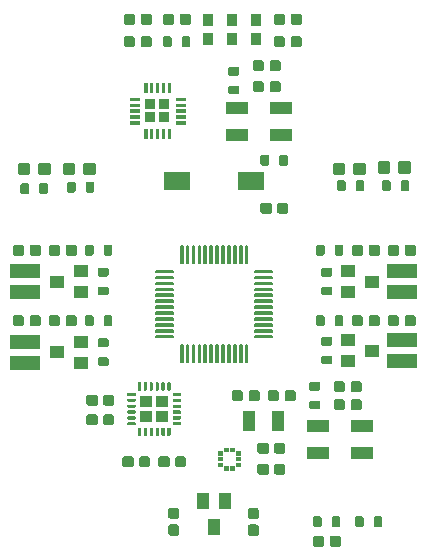
<source format=gbr>
G04 EAGLE Gerber RS-274X export*
G75*
%MOMM*%
%FSLAX34Y34*%
%LPD*%
%INSolderpaste Top*%
%IPPOS*%
%AMOC8*
5,1,8,0,0,1.08239X$1,22.5*%
G01*
%ADD10R,2.540000X1.270000*%
%ADD11C,0.460000*%
%ADD12C,0.300000*%
%ADD13R,1.000000X1.400000*%
%ADD14R,1.143000X1.016000*%
%ADD15R,2.300000X1.600000*%
%ADD16C,0.140000*%
%ADD17R,0.819859X0.819859*%
%ADD18R,0.821431X0.819766*%
%ADD19R,0.820497X0.820497*%
%ADD20R,0.819953X0.820284*%
%ADD21C,0.065000*%
%ADD22C,0.031500*%
%ADD23R,1.900000X1.100000*%
%ADD24R,1.000000X1.800000*%
%ADD25R,0.900000X1.050000*%

G36*
X137797Y167037D02*
X137797Y167037D01*
X137792Y167044D01*
X137799Y167050D01*
X137799Y176150D01*
X137763Y176197D01*
X137756Y176192D01*
X137750Y176199D01*
X128150Y176199D01*
X128103Y176163D01*
X128108Y176156D01*
X128101Y176150D01*
X128101Y167050D01*
X128137Y167003D01*
X128144Y167008D01*
X128150Y167001D01*
X137750Y167001D01*
X137797Y167037D01*
G37*
G36*
X151297Y167037D02*
X151297Y167037D01*
X151292Y167044D01*
X151299Y167050D01*
X151299Y176150D01*
X151263Y176197D01*
X151256Y176192D01*
X151250Y176199D01*
X141650Y176199D01*
X141603Y176163D01*
X141608Y176156D01*
X141601Y176150D01*
X141601Y167050D01*
X141637Y167003D01*
X141644Y167008D01*
X141650Y167001D01*
X151250Y167001D01*
X151297Y167037D01*
G37*
G36*
X151297Y154037D02*
X151297Y154037D01*
X151292Y154044D01*
X151299Y154050D01*
X151299Y163150D01*
X151263Y163197D01*
X151256Y163192D01*
X151250Y163199D01*
X141650Y163199D01*
X141603Y163163D01*
X141608Y163156D01*
X141601Y163150D01*
X141601Y154050D01*
X141637Y154003D01*
X141644Y154008D01*
X141650Y154001D01*
X151250Y154001D01*
X151297Y154037D01*
G37*
G36*
X137797Y154037D02*
X137797Y154037D01*
X137792Y154044D01*
X137799Y154050D01*
X137799Y163150D01*
X137763Y163197D01*
X137756Y163192D01*
X137750Y163199D01*
X128150Y163199D01*
X128103Y163163D01*
X128108Y163156D01*
X128101Y163150D01*
X128101Y154050D01*
X128137Y154003D01*
X128144Y154008D01*
X128150Y154001D01*
X137750Y154001D01*
X137797Y154037D01*
G37*
G36*
X262082Y490603D02*
X262082Y490603D01*
X262084Y490601D01*
X262444Y490629D01*
X262448Y490633D01*
X262452Y490630D01*
X262803Y490715D01*
X262806Y490720D01*
X262810Y490718D01*
X263143Y490856D01*
X263146Y490861D01*
X263150Y490859D01*
X263458Y491047D01*
X263460Y491053D01*
X263464Y491052D01*
X263738Y491287D01*
X263739Y491292D01*
X263743Y491292D01*
X263978Y491566D01*
X263979Y491572D01*
X263983Y491572D01*
X264171Y491880D01*
X264170Y491886D01*
X264175Y491887D01*
X264313Y492220D01*
X264311Y492226D01*
X264315Y492227D01*
X264400Y492578D01*
X264398Y492584D01*
X264401Y492586D01*
X264429Y492946D01*
X264427Y492949D01*
X264429Y492950D01*
X264401Y498010D01*
X264396Y498017D01*
X264400Y498022D01*
X264315Y498373D01*
X264310Y498376D01*
X264313Y498380D01*
X264175Y498713D01*
X264170Y498716D01*
X264171Y498720D01*
X263983Y499028D01*
X263977Y499030D01*
X263978Y499034D01*
X263743Y499308D01*
X263738Y499309D01*
X263738Y499313D01*
X263464Y499548D01*
X263458Y499549D01*
X263458Y499553D01*
X263150Y499741D01*
X263144Y499740D01*
X263143Y499745D01*
X262810Y499883D01*
X262804Y499881D01*
X262803Y499885D01*
X262452Y499970D01*
X262446Y499968D01*
X262444Y499971D01*
X262084Y499999D01*
X262081Y499998D01*
X262080Y499999D01*
X257480Y499999D01*
X257478Y499997D01*
X257476Y499999D01*
X257116Y499971D01*
X257112Y499967D01*
X257108Y499970D01*
X256757Y499885D01*
X256754Y499880D01*
X256750Y499883D01*
X256417Y499745D01*
X256414Y499740D01*
X256410Y499741D01*
X256102Y499553D01*
X256100Y499547D01*
X256096Y499548D01*
X255822Y499313D01*
X255821Y499308D01*
X255817Y499308D01*
X255582Y499034D01*
X255581Y499028D01*
X255577Y499028D01*
X255389Y498720D01*
X255390Y498714D01*
X255386Y498713D01*
X255248Y498380D01*
X255249Y498374D01*
X255245Y498373D01*
X255160Y498022D01*
X255163Y498016D01*
X255159Y498014D01*
X255131Y497654D01*
X255133Y497651D01*
X255131Y497650D01*
X255159Y492590D01*
X255164Y492583D01*
X255160Y492578D01*
X255245Y492227D01*
X255250Y492224D01*
X255248Y492220D01*
X255386Y491887D01*
X255391Y491884D01*
X255389Y491880D01*
X255577Y491572D01*
X255583Y491570D01*
X255582Y491566D01*
X255817Y491292D01*
X255822Y491291D01*
X255822Y491287D01*
X256096Y491052D01*
X256102Y491051D01*
X256102Y491047D01*
X256410Y490859D01*
X256416Y490860D01*
X256417Y490856D01*
X256750Y490718D01*
X256756Y490719D01*
X256757Y490715D01*
X257108Y490630D01*
X257114Y490633D01*
X257116Y490629D01*
X257476Y490601D01*
X257479Y490603D01*
X257480Y490601D01*
X262080Y490601D01*
X262082Y490603D01*
G37*
G36*
X135082Y490603D02*
X135082Y490603D01*
X135084Y490601D01*
X135444Y490629D01*
X135448Y490633D01*
X135452Y490630D01*
X135803Y490715D01*
X135806Y490720D01*
X135810Y490718D01*
X136143Y490856D01*
X136146Y490861D01*
X136150Y490859D01*
X136458Y491047D01*
X136460Y491053D01*
X136464Y491052D01*
X136738Y491287D01*
X136739Y491292D01*
X136743Y491292D01*
X136978Y491566D01*
X136979Y491572D01*
X136983Y491572D01*
X137171Y491880D01*
X137170Y491886D01*
X137175Y491887D01*
X137313Y492220D01*
X137311Y492226D01*
X137315Y492227D01*
X137400Y492578D01*
X137398Y492584D01*
X137401Y492586D01*
X137429Y492946D01*
X137427Y492949D01*
X137429Y492950D01*
X137401Y498010D01*
X137396Y498017D01*
X137400Y498022D01*
X137315Y498373D01*
X137310Y498376D01*
X137313Y498380D01*
X137175Y498713D01*
X137170Y498716D01*
X137171Y498720D01*
X136983Y499028D01*
X136977Y499030D01*
X136978Y499034D01*
X136743Y499308D01*
X136738Y499309D01*
X136738Y499313D01*
X136464Y499548D01*
X136458Y499549D01*
X136458Y499553D01*
X136150Y499741D01*
X136144Y499740D01*
X136143Y499745D01*
X135810Y499883D01*
X135804Y499881D01*
X135803Y499885D01*
X135452Y499970D01*
X135446Y499968D01*
X135444Y499971D01*
X135084Y499999D01*
X135081Y499998D01*
X135080Y499999D01*
X130480Y499999D01*
X130478Y499997D01*
X130476Y499999D01*
X130116Y499971D01*
X130112Y499967D01*
X130108Y499970D01*
X129757Y499885D01*
X129754Y499880D01*
X129750Y499883D01*
X129417Y499745D01*
X129414Y499740D01*
X129410Y499741D01*
X129102Y499553D01*
X129100Y499547D01*
X129096Y499548D01*
X128822Y499313D01*
X128821Y499308D01*
X128817Y499308D01*
X128582Y499034D01*
X128581Y499028D01*
X128577Y499028D01*
X128389Y498720D01*
X128390Y498714D01*
X128386Y498713D01*
X128248Y498380D01*
X128249Y498374D01*
X128245Y498373D01*
X128160Y498022D01*
X128163Y498016D01*
X128159Y498014D01*
X128131Y497654D01*
X128133Y497651D01*
X128131Y497650D01*
X128159Y492590D01*
X128164Y492583D01*
X128160Y492578D01*
X128245Y492227D01*
X128250Y492224D01*
X128248Y492220D01*
X128386Y491887D01*
X128391Y491884D01*
X128389Y491880D01*
X128577Y491572D01*
X128583Y491570D01*
X128582Y491566D01*
X128817Y491292D01*
X128822Y491291D01*
X128822Y491287D01*
X129096Y491052D01*
X129102Y491051D01*
X129102Y491047D01*
X129410Y490859D01*
X129416Y490860D01*
X129417Y490856D01*
X129750Y490718D01*
X129756Y490719D01*
X129757Y490715D01*
X130108Y490630D01*
X130114Y490633D01*
X130116Y490629D01*
X130476Y490601D01*
X130479Y490603D01*
X130480Y490601D01*
X135080Y490601D01*
X135082Y490603D01*
G37*
G36*
X247982Y490603D02*
X247982Y490603D01*
X247984Y490601D01*
X248344Y490629D01*
X248348Y490633D01*
X248352Y490630D01*
X248703Y490715D01*
X248706Y490720D01*
X248710Y490718D01*
X249043Y490856D01*
X249046Y490861D01*
X249050Y490859D01*
X249358Y491047D01*
X249360Y491053D01*
X249364Y491052D01*
X249638Y491287D01*
X249639Y491292D01*
X249643Y491292D01*
X249878Y491566D01*
X249879Y491572D01*
X249883Y491572D01*
X250071Y491880D01*
X250070Y491886D01*
X250075Y491887D01*
X250213Y492220D01*
X250211Y492226D01*
X250215Y492227D01*
X250300Y492578D01*
X250298Y492584D01*
X250301Y492586D01*
X250329Y492946D01*
X250327Y492949D01*
X250329Y492950D01*
X250301Y498010D01*
X250296Y498017D01*
X250300Y498022D01*
X250215Y498373D01*
X250210Y498376D01*
X250213Y498380D01*
X250075Y498713D01*
X250070Y498716D01*
X250071Y498720D01*
X249883Y499028D01*
X249877Y499030D01*
X249878Y499034D01*
X249643Y499308D01*
X249638Y499309D01*
X249638Y499313D01*
X249364Y499548D01*
X249358Y499549D01*
X249358Y499553D01*
X249050Y499741D01*
X249044Y499740D01*
X249043Y499745D01*
X248710Y499883D01*
X248704Y499881D01*
X248703Y499885D01*
X248352Y499970D01*
X248346Y499968D01*
X248344Y499971D01*
X247984Y499999D01*
X247981Y499998D01*
X247980Y499999D01*
X243380Y499999D01*
X243378Y499997D01*
X243376Y499999D01*
X243016Y499971D01*
X243012Y499967D01*
X243008Y499970D01*
X242657Y499885D01*
X242654Y499880D01*
X242650Y499883D01*
X242317Y499745D01*
X242314Y499740D01*
X242310Y499741D01*
X242002Y499553D01*
X242000Y499547D01*
X241996Y499548D01*
X241722Y499313D01*
X241721Y499308D01*
X241717Y499308D01*
X241482Y499034D01*
X241481Y499028D01*
X241477Y499028D01*
X241289Y498720D01*
X241290Y498714D01*
X241286Y498713D01*
X241148Y498380D01*
X241149Y498374D01*
X241145Y498373D01*
X241060Y498022D01*
X241063Y498016D01*
X241059Y498014D01*
X241031Y497654D01*
X241033Y497651D01*
X241031Y497650D01*
X241059Y492590D01*
X241064Y492583D01*
X241060Y492578D01*
X241145Y492227D01*
X241150Y492224D01*
X241148Y492220D01*
X241286Y491887D01*
X241291Y491884D01*
X241289Y491880D01*
X241477Y491572D01*
X241483Y491570D01*
X241482Y491566D01*
X241717Y491292D01*
X241722Y491291D01*
X241722Y491287D01*
X241996Y491052D01*
X242002Y491051D01*
X242002Y491047D01*
X242310Y490859D01*
X242316Y490860D01*
X242317Y490856D01*
X242650Y490718D01*
X242656Y490719D01*
X242657Y490715D01*
X243008Y490630D01*
X243014Y490633D01*
X243016Y490629D01*
X243376Y490601D01*
X243379Y490603D01*
X243380Y490601D01*
X247980Y490601D01*
X247982Y490603D01*
G37*
G36*
X120982Y490603D02*
X120982Y490603D01*
X120984Y490601D01*
X121344Y490629D01*
X121348Y490633D01*
X121352Y490630D01*
X121703Y490715D01*
X121706Y490720D01*
X121710Y490718D01*
X122043Y490856D01*
X122046Y490861D01*
X122050Y490859D01*
X122358Y491047D01*
X122360Y491053D01*
X122364Y491052D01*
X122638Y491287D01*
X122639Y491292D01*
X122643Y491292D01*
X122878Y491566D01*
X122879Y491572D01*
X122883Y491572D01*
X123071Y491880D01*
X123070Y491886D01*
X123075Y491887D01*
X123213Y492220D01*
X123211Y492226D01*
X123215Y492227D01*
X123300Y492578D01*
X123298Y492584D01*
X123301Y492586D01*
X123329Y492946D01*
X123327Y492949D01*
X123329Y492950D01*
X123301Y498010D01*
X123296Y498017D01*
X123300Y498022D01*
X123215Y498373D01*
X123210Y498376D01*
X123213Y498380D01*
X123075Y498713D01*
X123070Y498716D01*
X123071Y498720D01*
X122883Y499028D01*
X122877Y499030D01*
X122878Y499034D01*
X122643Y499308D01*
X122638Y499309D01*
X122638Y499313D01*
X122364Y499548D01*
X122358Y499549D01*
X122358Y499553D01*
X122050Y499741D01*
X122044Y499740D01*
X122043Y499745D01*
X121710Y499883D01*
X121704Y499881D01*
X121703Y499885D01*
X121352Y499970D01*
X121346Y499968D01*
X121344Y499971D01*
X120984Y499999D01*
X120981Y499998D01*
X120980Y499999D01*
X116380Y499999D01*
X116378Y499997D01*
X116376Y499999D01*
X116016Y499971D01*
X116012Y499967D01*
X116008Y499970D01*
X115657Y499885D01*
X115654Y499880D01*
X115650Y499883D01*
X115317Y499745D01*
X115314Y499740D01*
X115310Y499741D01*
X115002Y499553D01*
X115000Y499547D01*
X114996Y499548D01*
X114722Y499313D01*
X114721Y499308D01*
X114717Y499308D01*
X114482Y499034D01*
X114481Y499028D01*
X114477Y499028D01*
X114289Y498720D01*
X114290Y498714D01*
X114286Y498713D01*
X114148Y498380D01*
X114149Y498374D01*
X114145Y498373D01*
X114060Y498022D01*
X114063Y498016D01*
X114059Y498014D01*
X114031Y497654D01*
X114033Y497651D01*
X114031Y497650D01*
X114059Y492590D01*
X114064Y492583D01*
X114060Y492578D01*
X114145Y492227D01*
X114150Y492224D01*
X114148Y492220D01*
X114286Y491887D01*
X114291Y491884D01*
X114289Y491880D01*
X114477Y491572D01*
X114483Y491570D01*
X114482Y491566D01*
X114717Y491292D01*
X114722Y491291D01*
X114722Y491287D01*
X114996Y491052D01*
X115002Y491051D01*
X115002Y491047D01*
X115310Y490859D01*
X115316Y490860D01*
X115317Y490856D01*
X115650Y490718D01*
X115656Y490719D01*
X115657Y490715D01*
X116008Y490630D01*
X116014Y490633D01*
X116016Y490629D01*
X116376Y490601D01*
X116379Y490603D01*
X116380Y490601D01*
X120980Y490601D01*
X120982Y490603D01*
G37*
G36*
X154002Y490603D02*
X154002Y490603D01*
X154004Y490601D01*
X154364Y490629D01*
X154368Y490633D01*
X154372Y490630D01*
X154723Y490715D01*
X154726Y490720D01*
X154730Y490718D01*
X155063Y490856D01*
X155066Y490861D01*
X155070Y490859D01*
X155378Y491047D01*
X155380Y491053D01*
X155384Y491052D01*
X155658Y491287D01*
X155659Y491292D01*
X155663Y491292D01*
X155898Y491566D01*
X155899Y491572D01*
X155903Y491572D01*
X156091Y491880D01*
X156090Y491886D01*
X156095Y491887D01*
X156233Y492220D01*
X156231Y492226D01*
X156235Y492227D01*
X156320Y492578D01*
X156318Y492584D01*
X156321Y492586D01*
X156349Y492946D01*
X156347Y492949D01*
X156349Y492950D01*
X156321Y498010D01*
X156316Y498017D01*
X156320Y498022D01*
X156235Y498373D01*
X156230Y498376D01*
X156233Y498380D01*
X156095Y498713D01*
X156090Y498716D01*
X156091Y498720D01*
X155903Y499028D01*
X155897Y499030D01*
X155898Y499034D01*
X155663Y499308D01*
X155658Y499309D01*
X155658Y499313D01*
X155384Y499548D01*
X155378Y499549D01*
X155378Y499553D01*
X155070Y499741D01*
X155064Y499740D01*
X155063Y499745D01*
X154730Y499883D01*
X154724Y499881D01*
X154723Y499885D01*
X154372Y499970D01*
X154366Y499968D01*
X154364Y499971D01*
X154004Y499999D01*
X154001Y499998D01*
X154000Y499999D01*
X149400Y499999D01*
X149398Y499997D01*
X149396Y499999D01*
X149036Y499971D01*
X149032Y499967D01*
X149028Y499970D01*
X148677Y499885D01*
X148674Y499880D01*
X148670Y499883D01*
X148337Y499745D01*
X148334Y499740D01*
X148330Y499741D01*
X148022Y499553D01*
X148020Y499547D01*
X148016Y499548D01*
X147742Y499313D01*
X147741Y499308D01*
X147737Y499308D01*
X147502Y499034D01*
X147501Y499028D01*
X147497Y499028D01*
X147309Y498720D01*
X147310Y498714D01*
X147306Y498713D01*
X147168Y498380D01*
X147169Y498374D01*
X147165Y498373D01*
X147080Y498022D01*
X147083Y498016D01*
X147079Y498014D01*
X147051Y497654D01*
X147053Y497651D01*
X147051Y497650D01*
X147079Y492590D01*
X147084Y492583D01*
X147080Y492578D01*
X147165Y492227D01*
X147170Y492224D01*
X147168Y492220D01*
X147306Y491887D01*
X147311Y491884D01*
X147309Y491880D01*
X147497Y491572D01*
X147503Y491570D01*
X147502Y491566D01*
X147737Y491292D01*
X147742Y491291D01*
X147742Y491287D01*
X148016Y491052D01*
X148022Y491051D01*
X148022Y491047D01*
X148330Y490859D01*
X148336Y490860D01*
X148337Y490856D01*
X148670Y490718D01*
X148676Y490719D01*
X148677Y490715D01*
X149028Y490630D01*
X149034Y490633D01*
X149036Y490629D01*
X149396Y490601D01*
X149399Y490603D01*
X149400Y490601D01*
X154000Y490601D01*
X154002Y490603D01*
G37*
G36*
X168102Y490603D02*
X168102Y490603D01*
X168104Y490601D01*
X168464Y490629D01*
X168468Y490633D01*
X168472Y490630D01*
X168823Y490715D01*
X168826Y490720D01*
X168830Y490718D01*
X169163Y490856D01*
X169166Y490861D01*
X169170Y490859D01*
X169478Y491047D01*
X169480Y491053D01*
X169484Y491052D01*
X169758Y491287D01*
X169759Y491292D01*
X169763Y491292D01*
X169998Y491566D01*
X169999Y491572D01*
X170003Y491572D01*
X170191Y491880D01*
X170190Y491886D01*
X170195Y491887D01*
X170333Y492220D01*
X170331Y492226D01*
X170335Y492227D01*
X170420Y492578D01*
X170418Y492584D01*
X170421Y492586D01*
X170449Y492946D01*
X170447Y492949D01*
X170449Y492950D01*
X170421Y498010D01*
X170416Y498017D01*
X170420Y498022D01*
X170335Y498373D01*
X170330Y498376D01*
X170333Y498380D01*
X170195Y498713D01*
X170190Y498716D01*
X170191Y498720D01*
X170003Y499028D01*
X169997Y499030D01*
X169998Y499034D01*
X169763Y499308D01*
X169758Y499309D01*
X169758Y499313D01*
X169484Y499548D01*
X169478Y499549D01*
X169478Y499553D01*
X169170Y499741D01*
X169164Y499740D01*
X169163Y499745D01*
X168830Y499883D01*
X168824Y499881D01*
X168823Y499885D01*
X168472Y499970D01*
X168466Y499968D01*
X168464Y499971D01*
X168104Y499999D01*
X168101Y499998D01*
X168100Y499999D01*
X163500Y499999D01*
X163498Y499997D01*
X163496Y499999D01*
X163136Y499971D01*
X163132Y499967D01*
X163128Y499970D01*
X162777Y499885D01*
X162774Y499880D01*
X162770Y499883D01*
X162437Y499745D01*
X162434Y499740D01*
X162430Y499741D01*
X162122Y499553D01*
X162120Y499547D01*
X162116Y499548D01*
X161842Y499313D01*
X161841Y499308D01*
X161837Y499308D01*
X161602Y499034D01*
X161601Y499028D01*
X161597Y499028D01*
X161409Y498720D01*
X161410Y498714D01*
X161406Y498713D01*
X161268Y498380D01*
X161269Y498374D01*
X161265Y498373D01*
X161180Y498022D01*
X161183Y498016D01*
X161179Y498014D01*
X161151Y497654D01*
X161153Y497651D01*
X161151Y497650D01*
X161179Y492590D01*
X161184Y492583D01*
X161180Y492578D01*
X161265Y492227D01*
X161270Y492224D01*
X161268Y492220D01*
X161406Y491887D01*
X161411Y491884D01*
X161409Y491880D01*
X161597Y491572D01*
X161603Y491570D01*
X161602Y491566D01*
X161837Y491292D01*
X161842Y491291D01*
X161842Y491287D01*
X162116Y491052D01*
X162122Y491051D01*
X162122Y491047D01*
X162430Y490859D01*
X162436Y490860D01*
X162437Y490856D01*
X162770Y490718D01*
X162776Y490719D01*
X162777Y490715D01*
X163128Y490630D01*
X163134Y490633D01*
X163136Y490629D01*
X163496Y490601D01*
X163499Y490603D01*
X163500Y490601D01*
X168100Y490601D01*
X168102Y490603D01*
G37*
G36*
X135082Y471553D02*
X135082Y471553D01*
X135084Y471551D01*
X135444Y471579D01*
X135448Y471583D01*
X135452Y471580D01*
X135803Y471665D01*
X135806Y471670D01*
X135810Y471668D01*
X136143Y471806D01*
X136146Y471811D01*
X136150Y471809D01*
X136458Y471997D01*
X136460Y472003D01*
X136464Y472002D01*
X136738Y472237D01*
X136739Y472242D01*
X136743Y472242D01*
X136978Y472516D01*
X136979Y472522D01*
X136983Y472522D01*
X137171Y472830D01*
X137170Y472836D01*
X137175Y472837D01*
X137313Y473170D01*
X137311Y473176D01*
X137315Y473177D01*
X137400Y473528D01*
X137398Y473534D01*
X137401Y473536D01*
X137429Y473896D01*
X137427Y473899D01*
X137429Y473900D01*
X137401Y478960D01*
X137396Y478967D01*
X137400Y478972D01*
X137315Y479323D01*
X137310Y479326D01*
X137313Y479330D01*
X137175Y479663D01*
X137170Y479666D01*
X137171Y479670D01*
X136983Y479978D01*
X136977Y479980D01*
X136978Y479984D01*
X136743Y480258D01*
X136738Y480259D01*
X136738Y480263D01*
X136464Y480498D01*
X136458Y480499D01*
X136458Y480503D01*
X136150Y480691D01*
X136144Y480690D01*
X136143Y480695D01*
X135810Y480833D01*
X135804Y480831D01*
X135803Y480835D01*
X135452Y480920D01*
X135446Y480918D01*
X135444Y480921D01*
X135084Y480949D01*
X135081Y480948D01*
X135080Y480949D01*
X130480Y480949D01*
X130478Y480947D01*
X130476Y480949D01*
X130116Y480921D01*
X130112Y480917D01*
X130108Y480920D01*
X129757Y480835D01*
X129754Y480830D01*
X129750Y480833D01*
X129417Y480695D01*
X129414Y480690D01*
X129410Y480691D01*
X129102Y480503D01*
X129100Y480497D01*
X129096Y480498D01*
X128822Y480263D01*
X128821Y480258D01*
X128817Y480258D01*
X128582Y479984D01*
X128581Y479978D01*
X128577Y479978D01*
X128389Y479670D01*
X128390Y479664D01*
X128386Y479663D01*
X128248Y479330D01*
X128249Y479324D01*
X128245Y479323D01*
X128160Y478972D01*
X128163Y478966D01*
X128159Y478964D01*
X128131Y478604D01*
X128133Y478601D01*
X128131Y478600D01*
X128159Y473540D01*
X128164Y473533D01*
X128160Y473528D01*
X128245Y473177D01*
X128250Y473174D01*
X128248Y473170D01*
X128386Y472837D01*
X128391Y472834D01*
X128389Y472830D01*
X128577Y472522D01*
X128583Y472520D01*
X128582Y472516D01*
X128817Y472242D01*
X128822Y472241D01*
X128822Y472237D01*
X129096Y472002D01*
X129102Y472001D01*
X129102Y471997D01*
X129410Y471809D01*
X129416Y471810D01*
X129417Y471806D01*
X129750Y471668D01*
X129756Y471669D01*
X129757Y471665D01*
X130108Y471580D01*
X130114Y471583D01*
X130116Y471579D01*
X130476Y471551D01*
X130479Y471553D01*
X130480Y471551D01*
X135080Y471551D01*
X135082Y471553D01*
G37*
G36*
X298782Y179453D02*
X298782Y179453D01*
X298784Y179451D01*
X299144Y179479D01*
X299148Y179483D01*
X299152Y179480D01*
X299503Y179565D01*
X299506Y179570D01*
X299510Y179568D01*
X299843Y179706D01*
X299846Y179711D01*
X299850Y179709D01*
X300158Y179897D01*
X300160Y179903D01*
X300164Y179902D01*
X300438Y180137D01*
X300439Y180142D01*
X300443Y180142D01*
X300678Y180416D01*
X300679Y180422D01*
X300683Y180422D01*
X300871Y180730D01*
X300870Y180736D01*
X300875Y180737D01*
X301013Y181070D01*
X301011Y181076D01*
X301015Y181077D01*
X301100Y181428D01*
X301098Y181434D01*
X301101Y181436D01*
X301129Y181796D01*
X301127Y181799D01*
X301129Y181800D01*
X301101Y186860D01*
X301096Y186867D01*
X301100Y186872D01*
X301015Y187223D01*
X301010Y187226D01*
X301013Y187230D01*
X300875Y187563D01*
X300870Y187566D01*
X300871Y187570D01*
X300683Y187878D01*
X300677Y187880D01*
X300678Y187884D01*
X300443Y188158D01*
X300438Y188159D01*
X300438Y188163D01*
X300164Y188398D01*
X300158Y188399D01*
X300158Y188403D01*
X299850Y188591D01*
X299844Y188590D01*
X299843Y188595D01*
X299510Y188733D01*
X299504Y188731D01*
X299503Y188735D01*
X299152Y188820D01*
X299146Y188818D01*
X299144Y188821D01*
X298784Y188849D01*
X298781Y188848D01*
X298780Y188849D01*
X294180Y188849D01*
X294178Y188847D01*
X294176Y188849D01*
X293816Y188821D01*
X293812Y188817D01*
X293808Y188820D01*
X293457Y188735D01*
X293454Y188730D01*
X293450Y188733D01*
X293117Y188595D01*
X293114Y188590D01*
X293110Y188591D01*
X292802Y188403D01*
X292800Y188397D01*
X292796Y188398D01*
X292522Y188163D01*
X292521Y188158D01*
X292517Y188158D01*
X292282Y187884D01*
X292281Y187878D01*
X292277Y187878D01*
X292089Y187570D01*
X292090Y187564D01*
X292086Y187563D01*
X291948Y187230D01*
X291949Y187224D01*
X291945Y187223D01*
X291860Y186872D01*
X291863Y186866D01*
X291859Y186864D01*
X291831Y186504D01*
X291833Y186501D01*
X291831Y186500D01*
X291859Y181440D01*
X291864Y181433D01*
X291860Y181428D01*
X291945Y181077D01*
X291950Y181074D01*
X291948Y181070D01*
X292086Y180737D01*
X292091Y180734D01*
X292089Y180730D01*
X292277Y180422D01*
X292283Y180420D01*
X292282Y180416D01*
X292517Y180142D01*
X292522Y180141D01*
X292522Y180137D01*
X292796Y179902D01*
X292802Y179901D01*
X292802Y179897D01*
X293110Y179709D01*
X293116Y179710D01*
X293117Y179706D01*
X293450Y179568D01*
X293456Y179569D01*
X293457Y179565D01*
X293808Y179480D01*
X293814Y179483D01*
X293816Y179479D01*
X294176Y179451D01*
X294179Y179453D01*
X294180Y179451D01*
X298780Y179451D01*
X298782Y179453D01*
G37*
G36*
X247982Y471553D02*
X247982Y471553D01*
X247984Y471551D01*
X248344Y471579D01*
X248348Y471583D01*
X248352Y471580D01*
X248703Y471665D01*
X248706Y471670D01*
X248710Y471668D01*
X249043Y471806D01*
X249046Y471811D01*
X249050Y471809D01*
X249358Y471997D01*
X249360Y472003D01*
X249364Y472002D01*
X249638Y472237D01*
X249639Y472242D01*
X249643Y472242D01*
X249878Y472516D01*
X249879Y472522D01*
X249883Y472522D01*
X250071Y472830D01*
X250070Y472836D01*
X250075Y472837D01*
X250213Y473170D01*
X250211Y473176D01*
X250215Y473177D01*
X250300Y473528D01*
X250298Y473534D01*
X250301Y473536D01*
X250329Y473896D01*
X250327Y473899D01*
X250329Y473900D01*
X250301Y478960D01*
X250296Y478967D01*
X250300Y478972D01*
X250215Y479323D01*
X250210Y479326D01*
X250213Y479330D01*
X250075Y479663D01*
X250070Y479666D01*
X250071Y479670D01*
X249883Y479978D01*
X249877Y479980D01*
X249878Y479984D01*
X249643Y480258D01*
X249638Y480259D01*
X249638Y480263D01*
X249364Y480498D01*
X249358Y480499D01*
X249358Y480503D01*
X249050Y480691D01*
X249044Y480690D01*
X249043Y480695D01*
X248710Y480833D01*
X248704Y480831D01*
X248703Y480835D01*
X248352Y480920D01*
X248346Y480918D01*
X248344Y480921D01*
X247984Y480949D01*
X247981Y480948D01*
X247980Y480949D01*
X243380Y480949D01*
X243378Y480947D01*
X243376Y480949D01*
X243016Y480921D01*
X243012Y480917D01*
X243008Y480920D01*
X242657Y480835D01*
X242654Y480830D01*
X242650Y480833D01*
X242317Y480695D01*
X242314Y480690D01*
X242310Y480691D01*
X242002Y480503D01*
X242000Y480497D01*
X241996Y480498D01*
X241722Y480263D01*
X241721Y480258D01*
X241717Y480258D01*
X241482Y479984D01*
X241481Y479978D01*
X241477Y479978D01*
X241289Y479670D01*
X241290Y479664D01*
X241286Y479663D01*
X241148Y479330D01*
X241149Y479324D01*
X241145Y479323D01*
X241060Y478972D01*
X241063Y478966D01*
X241059Y478964D01*
X241031Y478604D01*
X241033Y478601D01*
X241031Y478600D01*
X241059Y473540D01*
X241064Y473533D01*
X241060Y473528D01*
X241145Y473177D01*
X241150Y473174D01*
X241148Y473170D01*
X241286Y472837D01*
X241291Y472834D01*
X241289Y472830D01*
X241477Y472522D01*
X241483Y472520D01*
X241482Y472516D01*
X241717Y472242D01*
X241722Y472241D01*
X241722Y472237D01*
X241996Y472002D01*
X242002Y472001D01*
X242002Y471997D01*
X242310Y471809D01*
X242316Y471810D01*
X242317Y471806D01*
X242650Y471668D01*
X242656Y471669D01*
X242657Y471665D01*
X243008Y471580D01*
X243014Y471583D01*
X243016Y471579D01*
X243376Y471551D01*
X243379Y471553D01*
X243380Y471551D01*
X247980Y471551D01*
X247982Y471553D01*
G37*
G36*
X312882Y179453D02*
X312882Y179453D01*
X312884Y179451D01*
X313244Y179479D01*
X313248Y179483D01*
X313252Y179480D01*
X313603Y179565D01*
X313606Y179570D01*
X313610Y179568D01*
X313943Y179706D01*
X313946Y179711D01*
X313950Y179709D01*
X314258Y179897D01*
X314260Y179903D01*
X314264Y179902D01*
X314538Y180137D01*
X314539Y180142D01*
X314543Y180142D01*
X314778Y180416D01*
X314779Y180422D01*
X314783Y180422D01*
X314971Y180730D01*
X314970Y180736D01*
X314975Y180737D01*
X315113Y181070D01*
X315111Y181076D01*
X315115Y181077D01*
X315200Y181428D01*
X315198Y181434D01*
X315201Y181436D01*
X315229Y181796D01*
X315227Y181799D01*
X315229Y181800D01*
X315201Y186860D01*
X315196Y186867D01*
X315200Y186872D01*
X315115Y187223D01*
X315110Y187226D01*
X315113Y187230D01*
X314975Y187563D01*
X314970Y187566D01*
X314971Y187570D01*
X314783Y187878D01*
X314777Y187880D01*
X314778Y187884D01*
X314543Y188158D01*
X314538Y188159D01*
X314538Y188163D01*
X314264Y188398D01*
X314258Y188399D01*
X314258Y188403D01*
X313950Y188591D01*
X313944Y188590D01*
X313943Y188595D01*
X313610Y188733D01*
X313604Y188731D01*
X313603Y188735D01*
X313252Y188820D01*
X313246Y188818D01*
X313244Y188821D01*
X312884Y188849D01*
X312881Y188848D01*
X312880Y188849D01*
X308280Y188849D01*
X308278Y188847D01*
X308276Y188849D01*
X307916Y188821D01*
X307912Y188817D01*
X307908Y188820D01*
X307557Y188735D01*
X307554Y188730D01*
X307550Y188733D01*
X307217Y188595D01*
X307214Y188590D01*
X307210Y188591D01*
X306902Y188403D01*
X306900Y188397D01*
X306896Y188398D01*
X306622Y188163D01*
X306621Y188158D01*
X306617Y188158D01*
X306382Y187884D01*
X306381Y187878D01*
X306377Y187878D01*
X306189Y187570D01*
X306190Y187564D01*
X306186Y187563D01*
X306048Y187230D01*
X306049Y187224D01*
X306045Y187223D01*
X305960Y186872D01*
X305963Y186866D01*
X305959Y186864D01*
X305931Y186504D01*
X305933Y186501D01*
X305931Y186500D01*
X305959Y181440D01*
X305964Y181433D01*
X305960Y181428D01*
X306045Y181077D01*
X306050Y181074D01*
X306048Y181070D01*
X306186Y180737D01*
X306191Y180734D01*
X306189Y180730D01*
X306377Y180422D01*
X306383Y180420D01*
X306382Y180416D01*
X306617Y180142D01*
X306622Y180141D01*
X306622Y180137D01*
X306896Y179902D01*
X306902Y179901D01*
X306902Y179897D01*
X307210Y179709D01*
X307216Y179710D01*
X307217Y179706D01*
X307550Y179568D01*
X307556Y179569D01*
X307557Y179565D01*
X307908Y179480D01*
X307914Y179483D01*
X307916Y179479D01*
X308276Y179451D01*
X308279Y179453D01*
X308280Y179451D01*
X312880Y179451D01*
X312882Y179453D01*
G37*
G36*
X120982Y471553D02*
X120982Y471553D01*
X120984Y471551D01*
X121344Y471579D01*
X121348Y471583D01*
X121352Y471580D01*
X121703Y471665D01*
X121706Y471670D01*
X121710Y471668D01*
X122043Y471806D01*
X122046Y471811D01*
X122050Y471809D01*
X122358Y471997D01*
X122360Y472003D01*
X122364Y472002D01*
X122638Y472237D01*
X122639Y472242D01*
X122643Y472242D01*
X122878Y472516D01*
X122879Y472522D01*
X122883Y472522D01*
X123071Y472830D01*
X123070Y472836D01*
X123075Y472837D01*
X123213Y473170D01*
X123211Y473176D01*
X123215Y473177D01*
X123300Y473528D01*
X123298Y473534D01*
X123301Y473536D01*
X123329Y473896D01*
X123327Y473899D01*
X123329Y473900D01*
X123301Y478960D01*
X123296Y478967D01*
X123300Y478972D01*
X123215Y479323D01*
X123210Y479326D01*
X123213Y479330D01*
X123075Y479663D01*
X123070Y479666D01*
X123071Y479670D01*
X122883Y479978D01*
X122877Y479980D01*
X122878Y479984D01*
X122643Y480258D01*
X122638Y480259D01*
X122638Y480263D01*
X122364Y480498D01*
X122358Y480499D01*
X122358Y480503D01*
X122050Y480691D01*
X122044Y480690D01*
X122043Y480695D01*
X121710Y480833D01*
X121704Y480831D01*
X121703Y480835D01*
X121352Y480920D01*
X121346Y480918D01*
X121344Y480921D01*
X120984Y480949D01*
X120981Y480948D01*
X120980Y480949D01*
X116380Y480949D01*
X116378Y480947D01*
X116376Y480949D01*
X116016Y480921D01*
X116012Y480917D01*
X116008Y480920D01*
X115657Y480835D01*
X115654Y480830D01*
X115650Y480833D01*
X115317Y480695D01*
X115314Y480690D01*
X115310Y480691D01*
X115002Y480503D01*
X115000Y480497D01*
X114996Y480498D01*
X114722Y480263D01*
X114721Y480258D01*
X114717Y480258D01*
X114482Y479984D01*
X114481Y479978D01*
X114477Y479978D01*
X114289Y479670D01*
X114290Y479664D01*
X114286Y479663D01*
X114148Y479330D01*
X114149Y479324D01*
X114145Y479323D01*
X114060Y478972D01*
X114063Y478966D01*
X114059Y478964D01*
X114031Y478604D01*
X114033Y478601D01*
X114031Y478600D01*
X114059Y473540D01*
X114064Y473533D01*
X114060Y473528D01*
X114145Y473177D01*
X114150Y473174D01*
X114148Y473170D01*
X114286Y472837D01*
X114291Y472834D01*
X114289Y472830D01*
X114477Y472522D01*
X114483Y472520D01*
X114482Y472516D01*
X114717Y472242D01*
X114722Y472241D01*
X114722Y472237D01*
X114996Y472002D01*
X115002Y472001D01*
X115002Y471997D01*
X115310Y471809D01*
X115316Y471810D01*
X115317Y471806D01*
X115650Y471668D01*
X115656Y471669D01*
X115657Y471665D01*
X116008Y471580D01*
X116014Y471583D01*
X116016Y471579D01*
X116376Y471551D01*
X116379Y471553D01*
X116380Y471551D01*
X120980Y471551D01*
X120982Y471553D01*
G37*
G36*
X262082Y471553D02*
X262082Y471553D01*
X262084Y471551D01*
X262444Y471579D01*
X262448Y471583D01*
X262452Y471580D01*
X262803Y471665D01*
X262806Y471670D01*
X262810Y471668D01*
X263143Y471806D01*
X263146Y471811D01*
X263150Y471809D01*
X263458Y471997D01*
X263460Y472003D01*
X263464Y472002D01*
X263738Y472237D01*
X263739Y472242D01*
X263743Y472242D01*
X263978Y472516D01*
X263979Y472522D01*
X263983Y472522D01*
X264171Y472830D01*
X264170Y472836D01*
X264175Y472837D01*
X264313Y473170D01*
X264311Y473176D01*
X264315Y473177D01*
X264400Y473528D01*
X264398Y473534D01*
X264401Y473536D01*
X264429Y473896D01*
X264427Y473899D01*
X264429Y473900D01*
X264401Y478960D01*
X264396Y478967D01*
X264400Y478972D01*
X264315Y479323D01*
X264310Y479326D01*
X264313Y479330D01*
X264175Y479663D01*
X264170Y479666D01*
X264171Y479670D01*
X263983Y479978D01*
X263977Y479980D01*
X263978Y479984D01*
X263743Y480258D01*
X263738Y480259D01*
X263738Y480263D01*
X263464Y480498D01*
X263458Y480499D01*
X263458Y480503D01*
X263150Y480691D01*
X263144Y480690D01*
X263143Y480695D01*
X262810Y480833D01*
X262804Y480831D01*
X262803Y480835D01*
X262452Y480920D01*
X262446Y480918D01*
X262444Y480921D01*
X262084Y480949D01*
X262081Y480948D01*
X262080Y480949D01*
X257480Y480949D01*
X257478Y480947D01*
X257476Y480949D01*
X257116Y480921D01*
X257112Y480917D01*
X257108Y480920D01*
X256757Y480835D01*
X256754Y480830D01*
X256750Y480833D01*
X256417Y480695D01*
X256414Y480690D01*
X256410Y480691D01*
X256102Y480503D01*
X256100Y480497D01*
X256096Y480498D01*
X255822Y480263D01*
X255821Y480258D01*
X255817Y480258D01*
X255582Y479984D01*
X255581Y479978D01*
X255577Y479978D01*
X255389Y479670D01*
X255390Y479664D01*
X255386Y479663D01*
X255248Y479330D01*
X255249Y479324D01*
X255245Y479323D01*
X255160Y478972D01*
X255163Y478966D01*
X255159Y478964D01*
X255131Y478604D01*
X255133Y478601D01*
X255131Y478600D01*
X255159Y473540D01*
X255164Y473533D01*
X255160Y473528D01*
X255245Y473177D01*
X255250Y473174D01*
X255248Y473170D01*
X255386Y472837D01*
X255391Y472834D01*
X255389Y472830D01*
X255577Y472522D01*
X255583Y472520D01*
X255582Y472516D01*
X255817Y472242D01*
X255822Y472241D01*
X255822Y472237D01*
X256096Y472002D01*
X256102Y472001D01*
X256102Y471997D01*
X256410Y471809D01*
X256416Y471810D01*
X256417Y471806D01*
X256750Y471668D01*
X256756Y471669D01*
X256757Y471665D01*
X257108Y471580D01*
X257114Y471583D01*
X257116Y471579D01*
X257476Y471551D01*
X257479Y471553D01*
X257480Y471551D01*
X262080Y471551D01*
X262082Y471553D01*
G37*
G36*
X230202Y451233D02*
X230202Y451233D01*
X230204Y451231D01*
X230564Y451259D01*
X230568Y451263D01*
X230572Y451260D01*
X230923Y451345D01*
X230926Y451350D01*
X230930Y451348D01*
X231263Y451486D01*
X231266Y451491D01*
X231270Y451489D01*
X231578Y451677D01*
X231580Y451683D01*
X231584Y451682D01*
X231858Y451917D01*
X231859Y451922D01*
X231863Y451922D01*
X232098Y452196D01*
X232099Y452202D01*
X232103Y452202D01*
X232291Y452510D01*
X232290Y452516D01*
X232295Y452517D01*
X232433Y452850D01*
X232431Y452856D01*
X232435Y452857D01*
X232520Y453208D01*
X232518Y453214D01*
X232521Y453216D01*
X232549Y453576D01*
X232547Y453579D01*
X232549Y453580D01*
X232521Y458640D01*
X232516Y458647D01*
X232520Y458652D01*
X232435Y459003D01*
X232430Y459006D01*
X232433Y459010D01*
X232295Y459343D01*
X232290Y459346D01*
X232291Y459350D01*
X232103Y459658D01*
X232097Y459660D01*
X232098Y459664D01*
X231863Y459938D01*
X231858Y459939D01*
X231858Y459943D01*
X231584Y460178D01*
X231578Y460179D01*
X231578Y460183D01*
X231270Y460371D01*
X231264Y460370D01*
X231263Y460375D01*
X230930Y460513D01*
X230924Y460511D01*
X230923Y460515D01*
X230572Y460600D01*
X230566Y460598D01*
X230564Y460601D01*
X230204Y460629D01*
X230201Y460628D01*
X230200Y460629D01*
X225600Y460629D01*
X225598Y460627D01*
X225596Y460629D01*
X225236Y460601D01*
X225232Y460597D01*
X225228Y460600D01*
X224877Y460515D01*
X224874Y460510D01*
X224870Y460513D01*
X224537Y460375D01*
X224534Y460370D01*
X224530Y460371D01*
X224222Y460183D01*
X224220Y460177D01*
X224216Y460178D01*
X223942Y459943D01*
X223941Y459938D01*
X223937Y459938D01*
X223702Y459664D01*
X223701Y459658D01*
X223697Y459658D01*
X223509Y459350D01*
X223510Y459344D01*
X223506Y459343D01*
X223368Y459010D01*
X223369Y459004D01*
X223365Y459003D01*
X223280Y458652D01*
X223283Y458646D01*
X223279Y458644D01*
X223251Y458284D01*
X223253Y458281D01*
X223251Y458280D01*
X223279Y453220D01*
X223284Y453213D01*
X223280Y453208D01*
X223365Y452857D01*
X223370Y452854D01*
X223368Y452850D01*
X223506Y452517D01*
X223511Y452514D01*
X223509Y452510D01*
X223697Y452202D01*
X223703Y452200D01*
X223702Y452196D01*
X223937Y451922D01*
X223942Y451921D01*
X223942Y451917D01*
X224216Y451682D01*
X224222Y451681D01*
X224222Y451677D01*
X224530Y451489D01*
X224536Y451490D01*
X224537Y451486D01*
X224870Y451348D01*
X224876Y451349D01*
X224877Y451345D01*
X225228Y451260D01*
X225234Y451263D01*
X225236Y451259D01*
X225596Y451231D01*
X225599Y451233D01*
X225600Y451231D01*
X230200Y451231D01*
X230202Y451233D01*
G37*
G36*
X244302Y451233D02*
X244302Y451233D01*
X244304Y451231D01*
X244664Y451259D01*
X244668Y451263D01*
X244672Y451260D01*
X245023Y451345D01*
X245026Y451350D01*
X245030Y451348D01*
X245363Y451486D01*
X245366Y451491D01*
X245370Y451489D01*
X245678Y451677D01*
X245680Y451683D01*
X245684Y451682D01*
X245958Y451917D01*
X245959Y451922D01*
X245963Y451922D01*
X246198Y452196D01*
X246199Y452202D01*
X246203Y452202D01*
X246391Y452510D01*
X246390Y452516D01*
X246395Y452517D01*
X246533Y452850D01*
X246531Y452856D01*
X246535Y452857D01*
X246620Y453208D01*
X246618Y453214D01*
X246621Y453216D01*
X246649Y453576D01*
X246647Y453579D01*
X246649Y453580D01*
X246621Y458640D01*
X246616Y458647D01*
X246620Y458652D01*
X246535Y459003D01*
X246530Y459006D01*
X246533Y459010D01*
X246395Y459343D01*
X246390Y459346D01*
X246391Y459350D01*
X246203Y459658D01*
X246197Y459660D01*
X246198Y459664D01*
X245963Y459938D01*
X245958Y459939D01*
X245958Y459943D01*
X245684Y460178D01*
X245678Y460179D01*
X245678Y460183D01*
X245370Y460371D01*
X245364Y460370D01*
X245363Y460375D01*
X245030Y460513D01*
X245024Y460511D01*
X245023Y460515D01*
X244672Y460600D01*
X244666Y460598D01*
X244664Y460601D01*
X244304Y460629D01*
X244301Y460628D01*
X244300Y460629D01*
X239700Y460629D01*
X239698Y460627D01*
X239696Y460629D01*
X239336Y460601D01*
X239332Y460597D01*
X239328Y460600D01*
X238977Y460515D01*
X238974Y460510D01*
X238970Y460513D01*
X238637Y460375D01*
X238634Y460370D01*
X238630Y460371D01*
X238322Y460183D01*
X238320Y460177D01*
X238316Y460178D01*
X238042Y459943D01*
X238041Y459938D01*
X238037Y459938D01*
X237802Y459664D01*
X237801Y459658D01*
X237797Y459658D01*
X237609Y459350D01*
X237610Y459344D01*
X237606Y459343D01*
X237468Y459010D01*
X237469Y459004D01*
X237465Y459003D01*
X237380Y458652D01*
X237383Y458646D01*
X237379Y458644D01*
X237351Y458284D01*
X237353Y458281D01*
X237351Y458280D01*
X237379Y453220D01*
X237384Y453213D01*
X237380Y453208D01*
X237465Y452857D01*
X237470Y452854D01*
X237468Y452850D01*
X237606Y452517D01*
X237611Y452514D01*
X237609Y452510D01*
X237797Y452202D01*
X237803Y452200D01*
X237802Y452196D01*
X238037Y451922D01*
X238042Y451921D01*
X238042Y451917D01*
X238316Y451682D01*
X238322Y451681D01*
X238322Y451677D01*
X238630Y451489D01*
X238636Y451490D01*
X238637Y451486D01*
X238970Y451348D01*
X238976Y451349D01*
X238977Y451345D01*
X239328Y451260D01*
X239334Y451263D01*
X239336Y451259D01*
X239696Y451231D01*
X239699Y451233D01*
X239700Y451231D01*
X244300Y451231D01*
X244302Y451233D01*
G37*
G36*
X226522Y171833D02*
X226522Y171833D01*
X226524Y171831D01*
X226884Y171859D01*
X226888Y171863D01*
X226892Y171860D01*
X227243Y171945D01*
X227246Y171950D01*
X227250Y171948D01*
X227583Y172086D01*
X227586Y172091D01*
X227590Y172089D01*
X227898Y172277D01*
X227900Y172283D01*
X227904Y172282D01*
X228178Y172517D01*
X228179Y172522D01*
X228183Y172522D01*
X228418Y172796D01*
X228419Y172802D01*
X228423Y172802D01*
X228611Y173110D01*
X228610Y173116D01*
X228615Y173117D01*
X228753Y173450D01*
X228751Y173456D01*
X228755Y173457D01*
X228840Y173808D01*
X228838Y173814D01*
X228841Y173816D01*
X228869Y174176D01*
X228867Y174179D01*
X228869Y174180D01*
X228841Y179240D01*
X228836Y179247D01*
X228840Y179252D01*
X228755Y179603D01*
X228750Y179606D01*
X228753Y179610D01*
X228615Y179943D01*
X228610Y179946D01*
X228611Y179950D01*
X228423Y180258D01*
X228417Y180260D01*
X228418Y180264D01*
X228183Y180538D01*
X228178Y180539D01*
X228178Y180543D01*
X227904Y180778D01*
X227898Y180779D01*
X227898Y180783D01*
X227590Y180971D01*
X227584Y180970D01*
X227583Y180975D01*
X227250Y181113D01*
X227244Y181111D01*
X227243Y181115D01*
X226892Y181200D01*
X226886Y181198D01*
X226884Y181201D01*
X226524Y181229D01*
X226521Y181228D01*
X226520Y181229D01*
X221920Y181229D01*
X221918Y181227D01*
X221916Y181229D01*
X221556Y181201D01*
X221552Y181197D01*
X221548Y181200D01*
X221197Y181115D01*
X221194Y181110D01*
X221190Y181113D01*
X220857Y180975D01*
X220854Y180970D01*
X220850Y180971D01*
X220542Y180783D01*
X220540Y180777D01*
X220536Y180778D01*
X220262Y180543D01*
X220261Y180538D01*
X220257Y180538D01*
X220022Y180264D01*
X220021Y180258D01*
X220017Y180258D01*
X219829Y179950D01*
X219830Y179944D01*
X219826Y179943D01*
X219688Y179610D01*
X219689Y179604D01*
X219685Y179603D01*
X219600Y179252D01*
X219603Y179246D01*
X219599Y179244D01*
X219571Y178884D01*
X219573Y178881D01*
X219571Y178880D01*
X219599Y173820D01*
X219604Y173813D01*
X219600Y173808D01*
X219685Y173457D01*
X219690Y173454D01*
X219688Y173450D01*
X219826Y173117D01*
X219831Y173114D01*
X219829Y173110D01*
X220017Y172802D01*
X220023Y172800D01*
X220022Y172796D01*
X220257Y172522D01*
X220262Y172521D01*
X220262Y172517D01*
X220536Y172282D01*
X220542Y172281D01*
X220542Y172277D01*
X220850Y172089D01*
X220856Y172090D01*
X220857Y172086D01*
X221190Y171948D01*
X221196Y171949D01*
X221197Y171945D01*
X221548Y171860D01*
X221554Y171863D01*
X221556Y171859D01*
X221916Y171831D01*
X221919Y171833D01*
X221920Y171831D01*
X226520Y171831D01*
X226522Y171833D01*
G37*
G36*
X244302Y433453D02*
X244302Y433453D01*
X244304Y433451D01*
X244664Y433479D01*
X244668Y433483D01*
X244672Y433480D01*
X245023Y433565D01*
X245026Y433570D01*
X245030Y433568D01*
X245363Y433706D01*
X245366Y433711D01*
X245370Y433709D01*
X245678Y433897D01*
X245680Y433903D01*
X245684Y433902D01*
X245958Y434137D01*
X245959Y434142D01*
X245963Y434142D01*
X246198Y434416D01*
X246199Y434422D01*
X246203Y434422D01*
X246391Y434730D01*
X246390Y434736D01*
X246395Y434737D01*
X246533Y435070D01*
X246531Y435076D01*
X246535Y435077D01*
X246620Y435428D01*
X246618Y435434D01*
X246621Y435436D01*
X246649Y435796D01*
X246647Y435799D01*
X246649Y435800D01*
X246621Y440860D01*
X246616Y440867D01*
X246620Y440872D01*
X246535Y441223D01*
X246530Y441226D01*
X246533Y441230D01*
X246395Y441563D01*
X246390Y441566D01*
X246391Y441570D01*
X246203Y441878D01*
X246197Y441880D01*
X246198Y441884D01*
X245963Y442158D01*
X245958Y442159D01*
X245958Y442163D01*
X245684Y442398D01*
X245678Y442399D01*
X245678Y442403D01*
X245370Y442591D01*
X245364Y442590D01*
X245363Y442595D01*
X245030Y442733D01*
X245024Y442731D01*
X245023Y442735D01*
X244672Y442820D01*
X244666Y442818D01*
X244664Y442821D01*
X244304Y442849D01*
X244301Y442848D01*
X244300Y442849D01*
X239700Y442849D01*
X239698Y442847D01*
X239696Y442849D01*
X239336Y442821D01*
X239332Y442817D01*
X239328Y442820D01*
X238977Y442735D01*
X238974Y442730D01*
X238970Y442733D01*
X238637Y442595D01*
X238634Y442590D01*
X238630Y442591D01*
X238322Y442403D01*
X238320Y442397D01*
X238316Y442398D01*
X238042Y442163D01*
X238041Y442158D01*
X238037Y442158D01*
X237802Y441884D01*
X237801Y441878D01*
X237797Y441878D01*
X237609Y441570D01*
X237610Y441564D01*
X237606Y441563D01*
X237468Y441230D01*
X237469Y441224D01*
X237465Y441223D01*
X237380Y440872D01*
X237383Y440866D01*
X237379Y440864D01*
X237351Y440504D01*
X237353Y440501D01*
X237351Y440500D01*
X237379Y435440D01*
X237384Y435433D01*
X237380Y435428D01*
X237465Y435077D01*
X237470Y435074D01*
X237468Y435070D01*
X237606Y434737D01*
X237611Y434734D01*
X237609Y434730D01*
X237797Y434422D01*
X237803Y434420D01*
X237802Y434416D01*
X238037Y434142D01*
X238042Y434141D01*
X238042Y434137D01*
X238316Y433902D01*
X238322Y433901D01*
X238322Y433897D01*
X238630Y433709D01*
X238636Y433710D01*
X238637Y433706D01*
X238970Y433568D01*
X238976Y433569D01*
X238977Y433565D01*
X239328Y433480D01*
X239334Y433483D01*
X239336Y433479D01*
X239696Y433451D01*
X239699Y433453D01*
X239700Y433451D01*
X244300Y433451D01*
X244302Y433453D01*
G37*
G36*
X230202Y433453D02*
X230202Y433453D01*
X230204Y433451D01*
X230564Y433479D01*
X230568Y433483D01*
X230572Y433480D01*
X230923Y433565D01*
X230926Y433570D01*
X230930Y433568D01*
X231263Y433706D01*
X231266Y433711D01*
X231270Y433709D01*
X231578Y433897D01*
X231580Y433903D01*
X231584Y433902D01*
X231858Y434137D01*
X231859Y434142D01*
X231863Y434142D01*
X232098Y434416D01*
X232099Y434422D01*
X232103Y434422D01*
X232291Y434730D01*
X232290Y434736D01*
X232295Y434737D01*
X232433Y435070D01*
X232431Y435076D01*
X232435Y435077D01*
X232520Y435428D01*
X232518Y435434D01*
X232521Y435436D01*
X232549Y435796D01*
X232547Y435799D01*
X232549Y435800D01*
X232521Y440860D01*
X232516Y440867D01*
X232520Y440872D01*
X232435Y441223D01*
X232430Y441226D01*
X232433Y441230D01*
X232295Y441563D01*
X232290Y441566D01*
X232291Y441570D01*
X232103Y441878D01*
X232097Y441880D01*
X232098Y441884D01*
X231863Y442158D01*
X231858Y442159D01*
X231858Y442163D01*
X231584Y442398D01*
X231578Y442399D01*
X231578Y442403D01*
X231270Y442591D01*
X231264Y442590D01*
X231263Y442595D01*
X230930Y442733D01*
X230924Y442731D01*
X230923Y442735D01*
X230572Y442820D01*
X230566Y442818D01*
X230564Y442821D01*
X230204Y442849D01*
X230201Y442848D01*
X230200Y442849D01*
X225600Y442849D01*
X225598Y442847D01*
X225596Y442849D01*
X225236Y442821D01*
X225232Y442817D01*
X225228Y442820D01*
X224877Y442735D01*
X224874Y442730D01*
X224870Y442733D01*
X224537Y442595D01*
X224534Y442590D01*
X224530Y442591D01*
X224222Y442403D01*
X224220Y442397D01*
X224216Y442398D01*
X223942Y442163D01*
X223941Y442158D01*
X223937Y442158D01*
X223702Y441884D01*
X223701Y441878D01*
X223697Y441878D01*
X223509Y441570D01*
X223510Y441564D01*
X223506Y441563D01*
X223368Y441230D01*
X223369Y441224D01*
X223365Y441223D01*
X223280Y440872D01*
X223283Y440866D01*
X223279Y440864D01*
X223251Y440504D01*
X223253Y440501D01*
X223251Y440500D01*
X223279Y435440D01*
X223284Y435433D01*
X223280Y435428D01*
X223365Y435077D01*
X223370Y435074D01*
X223368Y435070D01*
X223506Y434737D01*
X223511Y434734D01*
X223509Y434730D01*
X223697Y434422D01*
X223703Y434420D01*
X223702Y434416D01*
X223937Y434142D01*
X223942Y434141D01*
X223942Y434137D01*
X224216Y433902D01*
X224222Y433901D01*
X224222Y433897D01*
X224530Y433709D01*
X224536Y433710D01*
X224537Y433706D01*
X224870Y433568D01*
X224876Y433569D01*
X224877Y433565D01*
X225228Y433480D01*
X225234Y433483D01*
X225236Y433479D01*
X225596Y433451D01*
X225599Y433453D01*
X225600Y433451D01*
X230200Y433451D01*
X230202Y433453D01*
G37*
G36*
X212422Y171833D02*
X212422Y171833D01*
X212424Y171831D01*
X212784Y171859D01*
X212788Y171863D01*
X212792Y171860D01*
X213143Y171945D01*
X213146Y171950D01*
X213150Y171948D01*
X213483Y172086D01*
X213486Y172091D01*
X213490Y172089D01*
X213798Y172277D01*
X213800Y172283D01*
X213804Y172282D01*
X214078Y172517D01*
X214079Y172522D01*
X214083Y172522D01*
X214318Y172796D01*
X214319Y172802D01*
X214323Y172802D01*
X214511Y173110D01*
X214510Y173116D01*
X214515Y173117D01*
X214653Y173450D01*
X214651Y173456D01*
X214655Y173457D01*
X214740Y173808D01*
X214738Y173814D01*
X214741Y173816D01*
X214769Y174176D01*
X214767Y174179D01*
X214769Y174180D01*
X214741Y179240D01*
X214736Y179247D01*
X214740Y179252D01*
X214655Y179603D01*
X214650Y179606D01*
X214653Y179610D01*
X214515Y179943D01*
X214510Y179946D01*
X214511Y179950D01*
X214323Y180258D01*
X214317Y180260D01*
X214318Y180264D01*
X214083Y180538D01*
X214078Y180539D01*
X214078Y180543D01*
X213804Y180778D01*
X213798Y180779D01*
X213798Y180783D01*
X213490Y180971D01*
X213484Y180970D01*
X213483Y180975D01*
X213150Y181113D01*
X213144Y181111D01*
X213143Y181115D01*
X212792Y181200D01*
X212786Y181198D01*
X212784Y181201D01*
X212424Y181229D01*
X212421Y181228D01*
X212420Y181229D01*
X207820Y181229D01*
X207818Y181227D01*
X207816Y181229D01*
X207456Y181201D01*
X207452Y181197D01*
X207448Y181200D01*
X207097Y181115D01*
X207094Y181110D01*
X207090Y181113D01*
X206757Y180975D01*
X206754Y180970D01*
X206750Y180971D01*
X206442Y180783D01*
X206440Y180777D01*
X206436Y180778D01*
X206162Y180543D01*
X206161Y180538D01*
X206157Y180538D01*
X205922Y180264D01*
X205921Y180258D01*
X205917Y180258D01*
X205729Y179950D01*
X205730Y179944D01*
X205726Y179943D01*
X205588Y179610D01*
X205589Y179604D01*
X205585Y179603D01*
X205500Y179252D01*
X205503Y179246D01*
X205499Y179244D01*
X205471Y178884D01*
X205473Y178881D01*
X205471Y178880D01*
X205499Y173820D01*
X205504Y173813D01*
X205500Y173808D01*
X205585Y173457D01*
X205590Y173454D01*
X205588Y173450D01*
X205726Y173117D01*
X205731Y173114D01*
X205729Y173110D01*
X205917Y172802D01*
X205923Y172800D01*
X205922Y172796D01*
X206157Y172522D01*
X206162Y172521D01*
X206162Y172517D01*
X206436Y172282D01*
X206442Y172281D01*
X206442Y172277D01*
X206750Y172089D01*
X206756Y172090D01*
X206757Y172086D01*
X207090Y171948D01*
X207096Y171949D01*
X207097Y171945D01*
X207448Y171860D01*
X207454Y171863D01*
X207456Y171859D01*
X207816Y171831D01*
X207819Y171833D01*
X207820Y171831D01*
X212420Y171831D01*
X212422Y171833D01*
G37*
G36*
X242902Y171833D02*
X242902Y171833D01*
X242904Y171831D01*
X243264Y171859D01*
X243268Y171863D01*
X243272Y171860D01*
X243623Y171945D01*
X243626Y171950D01*
X243630Y171948D01*
X243963Y172086D01*
X243966Y172091D01*
X243970Y172089D01*
X244278Y172277D01*
X244280Y172283D01*
X244284Y172282D01*
X244558Y172517D01*
X244559Y172522D01*
X244563Y172522D01*
X244798Y172796D01*
X244799Y172802D01*
X244803Y172802D01*
X244991Y173110D01*
X244990Y173116D01*
X244995Y173117D01*
X245133Y173450D01*
X245131Y173456D01*
X245135Y173457D01*
X245220Y173808D01*
X245218Y173814D01*
X245221Y173816D01*
X245249Y174176D01*
X245247Y174179D01*
X245249Y174180D01*
X245221Y179240D01*
X245216Y179247D01*
X245220Y179252D01*
X245135Y179603D01*
X245130Y179606D01*
X245133Y179610D01*
X244995Y179943D01*
X244990Y179946D01*
X244991Y179950D01*
X244803Y180258D01*
X244797Y180260D01*
X244798Y180264D01*
X244563Y180538D01*
X244558Y180539D01*
X244558Y180543D01*
X244284Y180778D01*
X244278Y180779D01*
X244278Y180783D01*
X243970Y180971D01*
X243964Y180970D01*
X243963Y180975D01*
X243630Y181113D01*
X243624Y181111D01*
X243623Y181115D01*
X243272Y181200D01*
X243266Y181198D01*
X243264Y181201D01*
X242904Y181229D01*
X242901Y181228D01*
X242900Y181229D01*
X238300Y181229D01*
X238298Y181227D01*
X238296Y181229D01*
X237936Y181201D01*
X237932Y181197D01*
X237928Y181200D01*
X237577Y181115D01*
X237574Y181110D01*
X237570Y181113D01*
X237237Y180975D01*
X237234Y180970D01*
X237230Y180971D01*
X236922Y180783D01*
X236920Y180777D01*
X236916Y180778D01*
X236642Y180543D01*
X236641Y180538D01*
X236637Y180538D01*
X236402Y180264D01*
X236401Y180258D01*
X236397Y180258D01*
X236209Y179950D01*
X236210Y179944D01*
X236206Y179943D01*
X236068Y179610D01*
X236069Y179604D01*
X236065Y179603D01*
X235980Y179252D01*
X235983Y179246D01*
X235979Y179244D01*
X235951Y178884D01*
X235953Y178881D01*
X235951Y178880D01*
X235979Y173820D01*
X235984Y173813D01*
X235980Y173808D01*
X236065Y173457D01*
X236070Y173454D01*
X236068Y173450D01*
X236206Y173117D01*
X236211Y173114D01*
X236209Y173110D01*
X236397Y172802D01*
X236403Y172800D01*
X236402Y172796D01*
X236637Y172522D01*
X236642Y172521D01*
X236642Y172517D01*
X236916Y172282D01*
X236922Y172281D01*
X236922Y172277D01*
X237230Y172089D01*
X237236Y172090D01*
X237237Y172086D01*
X237570Y171948D01*
X237576Y171949D01*
X237577Y171945D01*
X237928Y171860D01*
X237934Y171863D01*
X237936Y171859D01*
X238296Y171831D01*
X238299Y171833D01*
X238300Y171831D01*
X242900Y171831D01*
X242902Y171833D01*
G37*
G36*
X257002Y171833D02*
X257002Y171833D01*
X257004Y171831D01*
X257364Y171859D01*
X257368Y171863D01*
X257372Y171860D01*
X257723Y171945D01*
X257726Y171950D01*
X257730Y171948D01*
X258063Y172086D01*
X258066Y172091D01*
X258070Y172089D01*
X258378Y172277D01*
X258380Y172283D01*
X258384Y172282D01*
X258658Y172517D01*
X258659Y172522D01*
X258663Y172522D01*
X258898Y172796D01*
X258899Y172802D01*
X258903Y172802D01*
X259091Y173110D01*
X259090Y173116D01*
X259095Y173117D01*
X259233Y173450D01*
X259231Y173456D01*
X259235Y173457D01*
X259320Y173808D01*
X259318Y173814D01*
X259321Y173816D01*
X259349Y174176D01*
X259347Y174179D01*
X259349Y174180D01*
X259321Y179240D01*
X259316Y179247D01*
X259320Y179252D01*
X259235Y179603D01*
X259230Y179606D01*
X259233Y179610D01*
X259095Y179943D01*
X259090Y179946D01*
X259091Y179950D01*
X258903Y180258D01*
X258897Y180260D01*
X258898Y180264D01*
X258663Y180538D01*
X258658Y180539D01*
X258658Y180543D01*
X258384Y180778D01*
X258378Y180779D01*
X258378Y180783D01*
X258070Y180971D01*
X258064Y180970D01*
X258063Y180975D01*
X257730Y181113D01*
X257724Y181111D01*
X257723Y181115D01*
X257372Y181200D01*
X257366Y181198D01*
X257364Y181201D01*
X257004Y181229D01*
X257001Y181228D01*
X257000Y181229D01*
X252400Y181229D01*
X252398Y181227D01*
X252396Y181229D01*
X252036Y181201D01*
X252032Y181197D01*
X252028Y181200D01*
X251677Y181115D01*
X251674Y181110D01*
X251670Y181113D01*
X251337Y180975D01*
X251334Y180970D01*
X251330Y180971D01*
X251022Y180783D01*
X251020Y180777D01*
X251016Y180778D01*
X250742Y180543D01*
X250741Y180538D01*
X250737Y180538D01*
X250502Y180264D01*
X250501Y180258D01*
X250497Y180258D01*
X250309Y179950D01*
X250310Y179944D01*
X250306Y179943D01*
X250168Y179610D01*
X250169Y179604D01*
X250165Y179603D01*
X250080Y179252D01*
X250083Y179246D01*
X250079Y179244D01*
X250051Y178884D01*
X250053Y178881D01*
X250051Y178880D01*
X250079Y173820D01*
X250084Y173813D01*
X250080Y173808D01*
X250165Y173457D01*
X250170Y173454D01*
X250168Y173450D01*
X250306Y173117D01*
X250311Y173114D01*
X250309Y173110D01*
X250497Y172802D01*
X250503Y172800D01*
X250502Y172796D01*
X250737Y172522D01*
X250742Y172521D01*
X250742Y172517D01*
X251016Y172282D01*
X251022Y172281D01*
X251022Y172277D01*
X251330Y172089D01*
X251336Y172090D01*
X251337Y172086D01*
X251670Y171948D01*
X251676Y171949D01*
X251677Y171945D01*
X252028Y171860D01*
X252034Y171863D01*
X252036Y171859D01*
X252396Y171831D01*
X252399Y171833D01*
X252400Y171831D01*
X257000Y171831D01*
X257002Y171833D01*
G37*
G36*
X89232Y168023D02*
X89232Y168023D01*
X89234Y168021D01*
X89594Y168049D01*
X89598Y168053D01*
X89602Y168050D01*
X89953Y168135D01*
X89956Y168140D01*
X89960Y168138D01*
X90293Y168276D01*
X90296Y168281D01*
X90300Y168279D01*
X90608Y168467D01*
X90610Y168473D01*
X90614Y168472D01*
X90888Y168707D01*
X90889Y168712D01*
X90893Y168712D01*
X91128Y168986D01*
X91129Y168992D01*
X91133Y168992D01*
X91321Y169300D01*
X91320Y169306D01*
X91325Y169307D01*
X91463Y169640D01*
X91461Y169646D01*
X91465Y169647D01*
X91550Y169998D01*
X91548Y170004D01*
X91551Y170006D01*
X91579Y170366D01*
X91577Y170369D01*
X91579Y170370D01*
X91551Y175430D01*
X91546Y175437D01*
X91550Y175442D01*
X91465Y175793D01*
X91460Y175796D01*
X91463Y175800D01*
X91325Y176133D01*
X91320Y176136D01*
X91321Y176140D01*
X91133Y176448D01*
X91127Y176450D01*
X91128Y176454D01*
X90893Y176728D01*
X90888Y176729D01*
X90888Y176733D01*
X90614Y176968D01*
X90608Y176969D01*
X90608Y176973D01*
X90300Y177161D01*
X90294Y177160D01*
X90293Y177165D01*
X89960Y177303D01*
X89954Y177301D01*
X89953Y177305D01*
X89602Y177390D01*
X89596Y177388D01*
X89594Y177391D01*
X89234Y177419D01*
X89231Y177418D01*
X89230Y177419D01*
X84630Y177419D01*
X84628Y177417D01*
X84626Y177419D01*
X84266Y177391D01*
X84262Y177387D01*
X84258Y177390D01*
X83907Y177305D01*
X83904Y177300D01*
X83900Y177303D01*
X83567Y177165D01*
X83564Y177160D01*
X83560Y177161D01*
X83252Y176973D01*
X83250Y176967D01*
X83246Y176968D01*
X82972Y176733D01*
X82971Y176728D01*
X82967Y176728D01*
X82732Y176454D01*
X82731Y176448D01*
X82727Y176448D01*
X82539Y176140D01*
X82540Y176134D01*
X82536Y176133D01*
X82398Y175800D01*
X82399Y175794D01*
X82395Y175793D01*
X82310Y175442D01*
X82313Y175436D01*
X82309Y175434D01*
X82281Y175074D01*
X82283Y175071D01*
X82281Y175070D01*
X82309Y170010D01*
X82314Y170003D01*
X82310Y169998D01*
X82395Y169647D01*
X82400Y169644D01*
X82398Y169640D01*
X82536Y169307D01*
X82541Y169304D01*
X82539Y169300D01*
X82727Y168992D01*
X82733Y168990D01*
X82732Y168986D01*
X82967Y168712D01*
X82972Y168711D01*
X82972Y168707D01*
X83246Y168472D01*
X83252Y168471D01*
X83252Y168467D01*
X83560Y168279D01*
X83566Y168280D01*
X83567Y168276D01*
X83900Y168138D01*
X83906Y168139D01*
X83907Y168135D01*
X84258Y168050D01*
X84264Y168053D01*
X84266Y168049D01*
X84626Y168021D01*
X84629Y168023D01*
X84630Y168021D01*
X89230Y168021D01*
X89232Y168023D01*
G37*
G36*
X103332Y168023D02*
X103332Y168023D01*
X103334Y168021D01*
X103694Y168049D01*
X103698Y168053D01*
X103702Y168050D01*
X104053Y168135D01*
X104056Y168140D01*
X104060Y168138D01*
X104393Y168276D01*
X104396Y168281D01*
X104400Y168279D01*
X104708Y168467D01*
X104710Y168473D01*
X104714Y168472D01*
X104988Y168707D01*
X104989Y168712D01*
X104993Y168712D01*
X105228Y168986D01*
X105229Y168992D01*
X105233Y168992D01*
X105421Y169300D01*
X105420Y169306D01*
X105425Y169307D01*
X105563Y169640D01*
X105561Y169646D01*
X105565Y169647D01*
X105650Y169998D01*
X105648Y170004D01*
X105651Y170006D01*
X105679Y170366D01*
X105677Y170369D01*
X105679Y170370D01*
X105651Y175430D01*
X105646Y175437D01*
X105650Y175442D01*
X105565Y175793D01*
X105560Y175796D01*
X105563Y175800D01*
X105425Y176133D01*
X105420Y176136D01*
X105421Y176140D01*
X105233Y176448D01*
X105227Y176450D01*
X105228Y176454D01*
X104993Y176728D01*
X104988Y176729D01*
X104988Y176733D01*
X104714Y176968D01*
X104708Y176969D01*
X104708Y176973D01*
X104400Y177161D01*
X104394Y177160D01*
X104393Y177165D01*
X104060Y177303D01*
X104054Y177301D01*
X104053Y177305D01*
X103702Y177390D01*
X103696Y177388D01*
X103694Y177391D01*
X103334Y177419D01*
X103331Y177418D01*
X103330Y177419D01*
X98730Y177419D01*
X98728Y177417D01*
X98726Y177419D01*
X98366Y177391D01*
X98362Y177387D01*
X98358Y177390D01*
X98007Y177305D01*
X98004Y177300D01*
X98000Y177303D01*
X97667Y177165D01*
X97664Y177160D01*
X97660Y177161D01*
X97352Y176973D01*
X97350Y176967D01*
X97346Y176968D01*
X97072Y176733D01*
X97071Y176728D01*
X97067Y176728D01*
X96832Y176454D01*
X96831Y176448D01*
X96827Y176448D01*
X96639Y176140D01*
X96640Y176134D01*
X96636Y176133D01*
X96498Y175800D01*
X96499Y175794D01*
X96495Y175793D01*
X96410Y175442D01*
X96413Y175436D01*
X96409Y175434D01*
X96381Y175074D01*
X96383Y175071D01*
X96381Y175070D01*
X96409Y170010D01*
X96414Y170003D01*
X96410Y169998D01*
X96495Y169647D01*
X96500Y169644D01*
X96498Y169640D01*
X96636Y169307D01*
X96641Y169304D01*
X96639Y169300D01*
X96827Y168992D01*
X96833Y168990D01*
X96832Y168986D01*
X97067Y168712D01*
X97072Y168711D01*
X97072Y168707D01*
X97346Y168472D01*
X97352Y168471D01*
X97352Y168467D01*
X97660Y168279D01*
X97666Y168280D01*
X97667Y168276D01*
X98000Y168138D01*
X98006Y168139D01*
X98007Y168135D01*
X98358Y168050D01*
X98364Y168053D01*
X98366Y168049D01*
X98726Y168021D01*
X98729Y168023D01*
X98730Y168021D01*
X103330Y168021D01*
X103332Y168023D01*
G37*
G36*
X298782Y164213D02*
X298782Y164213D01*
X298784Y164211D01*
X299144Y164239D01*
X299148Y164243D01*
X299152Y164240D01*
X299503Y164325D01*
X299506Y164330D01*
X299510Y164328D01*
X299843Y164466D01*
X299846Y164471D01*
X299850Y164469D01*
X300158Y164657D01*
X300160Y164663D01*
X300164Y164662D01*
X300438Y164897D01*
X300439Y164902D01*
X300443Y164902D01*
X300678Y165176D01*
X300679Y165182D01*
X300683Y165182D01*
X300871Y165490D01*
X300870Y165496D01*
X300875Y165497D01*
X301013Y165830D01*
X301011Y165836D01*
X301015Y165837D01*
X301100Y166188D01*
X301098Y166194D01*
X301101Y166196D01*
X301129Y166556D01*
X301127Y166559D01*
X301129Y166560D01*
X301101Y171620D01*
X301096Y171627D01*
X301100Y171632D01*
X301015Y171983D01*
X301010Y171986D01*
X301013Y171990D01*
X300875Y172323D01*
X300870Y172326D01*
X300871Y172330D01*
X300683Y172638D01*
X300677Y172640D01*
X300678Y172644D01*
X300443Y172918D01*
X300438Y172919D01*
X300438Y172923D01*
X300164Y173158D01*
X300158Y173159D01*
X300158Y173163D01*
X299850Y173351D01*
X299844Y173350D01*
X299843Y173355D01*
X299510Y173493D01*
X299504Y173491D01*
X299503Y173495D01*
X299152Y173580D01*
X299146Y173578D01*
X299144Y173581D01*
X298784Y173609D01*
X298781Y173608D01*
X298780Y173609D01*
X294180Y173609D01*
X294178Y173607D01*
X294176Y173609D01*
X293816Y173581D01*
X293812Y173577D01*
X293808Y173580D01*
X293457Y173495D01*
X293454Y173490D01*
X293450Y173493D01*
X293117Y173355D01*
X293114Y173350D01*
X293110Y173351D01*
X292802Y173163D01*
X292800Y173157D01*
X292796Y173158D01*
X292522Y172923D01*
X292521Y172918D01*
X292517Y172918D01*
X292282Y172644D01*
X292281Y172638D01*
X292277Y172638D01*
X292089Y172330D01*
X292090Y172324D01*
X292086Y172323D01*
X291948Y171990D01*
X291949Y171984D01*
X291945Y171983D01*
X291860Y171632D01*
X291863Y171626D01*
X291859Y171624D01*
X291831Y171264D01*
X291833Y171261D01*
X291831Y171260D01*
X291859Y166200D01*
X291864Y166193D01*
X291860Y166188D01*
X291945Y165837D01*
X291950Y165834D01*
X291948Y165830D01*
X292086Y165497D01*
X292091Y165494D01*
X292089Y165490D01*
X292277Y165182D01*
X292283Y165180D01*
X292282Y165176D01*
X292517Y164902D01*
X292522Y164901D01*
X292522Y164897D01*
X292796Y164662D01*
X292802Y164661D01*
X292802Y164657D01*
X293110Y164469D01*
X293116Y164470D01*
X293117Y164466D01*
X293450Y164328D01*
X293456Y164329D01*
X293457Y164325D01*
X293808Y164240D01*
X293814Y164243D01*
X293816Y164239D01*
X294176Y164211D01*
X294179Y164213D01*
X294180Y164211D01*
X298780Y164211D01*
X298782Y164213D01*
G37*
G36*
X312882Y164213D02*
X312882Y164213D01*
X312884Y164211D01*
X313244Y164239D01*
X313248Y164243D01*
X313252Y164240D01*
X313603Y164325D01*
X313606Y164330D01*
X313610Y164328D01*
X313943Y164466D01*
X313946Y164471D01*
X313950Y164469D01*
X314258Y164657D01*
X314260Y164663D01*
X314264Y164662D01*
X314538Y164897D01*
X314539Y164902D01*
X314543Y164902D01*
X314778Y165176D01*
X314779Y165182D01*
X314783Y165182D01*
X314971Y165490D01*
X314970Y165496D01*
X314975Y165497D01*
X315113Y165830D01*
X315111Y165836D01*
X315115Y165837D01*
X315200Y166188D01*
X315198Y166194D01*
X315201Y166196D01*
X315229Y166556D01*
X315227Y166559D01*
X315229Y166560D01*
X315201Y171620D01*
X315196Y171627D01*
X315200Y171632D01*
X315115Y171983D01*
X315110Y171986D01*
X315113Y171990D01*
X314975Y172323D01*
X314970Y172326D01*
X314971Y172330D01*
X314783Y172638D01*
X314777Y172640D01*
X314778Y172644D01*
X314543Y172918D01*
X314538Y172919D01*
X314538Y172923D01*
X314264Y173158D01*
X314258Y173159D01*
X314258Y173163D01*
X313950Y173351D01*
X313944Y173350D01*
X313943Y173355D01*
X313610Y173493D01*
X313604Y173491D01*
X313603Y173495D01*
X313252Y173580D01*
X313246Y173578D01*
X313244Y173581D01*
X312884Y173609D01*
X312881Y173608D01*
X312880Y173609D01*
X308280Y173609D01*
X308278Y173607D01*
X308276Y173609D01*
X307916Y173581D01*
X307912Y173577D01*
X307908Y173580D01*
X307557Y173495D01*
X307554Y173490D01*
X307550Y173493D01*
X307217Y173355D01*
X307214Y173350D01*
X307210Y173351D01*
X306902Y173163D01*
X306900Y173157D01*
X306896Y173158D01*
X306622Y172923D01*
X306621Y172918D01*
X306617Y172918D01*
X306382Y172644D01*
X306381Y172638D01*
X306377Y172638D01*
X306189Y172330D01*
X306190Y172324D01*
X306186Y172323D01*
X306048Y171990D01*
X306049Y171984D01*
X306045Y171983D01*
X305960Y171632D01*
X305963Y171626D01*
X305959Y171624D01*
X305931Y171264D01*
X305933Y171261D01*
X305931Y171260D01*
X305959Y166200D01*
X305964Y166193D01*
X305960Y166188D01*
X306045Y165837D01*
X306050Y165834D01*
X306048Y165830D01*
X306186Y165497D01*
X306191Y165494D01*
X306189Y165490D01*
X306377Y165182D01*
X306383Y165180D01*
X306382Y165176D01*
X306617Y164902D01*
X306622Y164901D01*
X306622Y164897D01*
X306896Y164662D01*
X306902Y164661D01*
X306902Y164657D01*
X307210Y164469D01*
X307216Y164470D01*
X307217Y164466D01*
X307550Y164328D01*
X307556Y164329D01*
X307557Y164325D01*
X307908Y164240D01*
X307914Y164243D01*
X307916Y164239D01*
X308276Y164211D01*
X308279Y164213D01*
X308280Y164211D01*
X312880Y164211D01*
X312882Y164213D01*
G37*
G36*
X89232Y151513D02*
X89232Y151513D01*
X89234Y151511D01*
X89594Y151539D01*
X89598Y151543D01*
X89602Y151540D01*
X89953Y151625D01*
X89956Y151630D01*
X89960Y151628D01*
X90293Y151766D01*
X90296Y151771D01*
X90300Y151769D01*
X90608Y151957D01*
X90610Y151963D01*
X90614Y151962D01*
X90888Y152197D01*
X90889Y152202D01*
X90893Y152202D01*
X91128Y152476D01*
X91129Y152482D01*
X91133Y152482D01*
X91321Y152790D01*
X91320Y152796D01*
X91325Y152797D01*
X91463Y153130D01*
X91461Y153136D01*
X91465Y153137D01*
X91550Y153488D01*
X91548Y153494D01*
X91551Y153496D01*
X91579Y153856D01*
X91577Y153859D01*
X91579Y153860D01*
X91551Y158920D01*
X91546Y158927D01*
X91550Y158932D01*
X91465Y159283D01*
X91460Y159286D01*
X91463Y159290D01*
X91325Y159623D01*
X91320Y159626D01*
X91321Y159630D01*
X91133Y159938D01*
X91127Y159940D01*
X91128Y159944D01*
X90893Y160218D01*
X90888Y160219D01*
X90888Y160223D01*
X90614Y160458D01*
X90608Y160459D01*
X90608Y160463D01*
X90300Y160651D01*
X90294Y160650D01*
X90293Y160655D01*
X89960Y160793D01*
X89954Y160791D01*
X89953Y160795D01*
X89602Y160880D01*
X89596Y160878D01*
X89594Y160881D01*
X89234Y160909D01*
X89231Y160908D01*
X89230Y160909D01*
X84630Y160909D01*
X84628Y160907D01*
X84626Y160909D01*
X84266Y160881D01*
X84262Y160877D01*
X84258Y160880D01*
X83907Y160795D01*
X83904Y160790D01*
X83900Y160793D01*
X83567Y160655D01*
X83564Y160650D01*
X83560Y160651D01*
X83252Y160463D01*
X83250Y160457D01*
X83246Y160458D01*
X82972Y160223D01*
X82971Y160218D01*
X82967Y160218D01*
X82732Y159944D01*
X82731Y159938D01*
X82727Y159938D01*
X82539Y159630D01*
X82540Y159624D01*
X82536Y159623D01*
X82398Y159290D01*
X82399Y159284D01*
X82395Y159283D01*
X82310Y158932D01*
X82313Y158926D01*
X82309Y158924D01*
X82281Y158564D01*
X82283Y158561D01*
X82281Y158560D01*
X82309Y153500D01*
X82314Y153493D01*
X82310Y153488D01*
X82395Y153137D01*
X82400Y153134D01*
X82398Y153130D01*
X82536Y152797D01*
X82541Y152794D01*
X82539Y152790D01*
X82727Y152482D01*
X82733Y152480D01*
X82732Y152476D01*
X82967Y152202D01*
X82972Y152201D01*
X82972Y152197D01*
X83246Y151962D01*
X83252Y151961D01*
X83252Y151957D01*
X83560Y151769D01*
X83566Y151770D01*
X83567Y151766D01*
X83900Y151628D01*
X83906Y151629D01*
X83907Y151625D01*
X84258Y151540D01*
X84264Y151543D01*
X84266Y151539D01*
X84626Y151511D01*
X84629Y151513D01*
X84630Y151511D01*
X89230Y151511D01*
X89232Y151513D01*
G37*
G36*
X103332Y151513D02*
X103332Y151513D01*
X103334Y151511D01*
X103694Y151539D01*
X103698Y151543D01*
X103702Y151540D01*
X104053Y151625D01*
X104056Y151630D01*
X104060Y151628D01*
X104393Y151766D01*
X104396Y151771D01*
X104400Y151769D01*
X104708Y151957D01*
X104710Y151963D01*
X104714Y151962D01*
X104988Y152197D01*
X104989Y152202D01*
X104993Y152202D01*
X105228Y152476D01*
X105229Y152482D01*
X105233Y152482D01*
X105421Y152790D01*
X105420Y152796D01*
X105425Y152797D01*
X105563Y153130D01*
X105561Y153136D01*
X105565Y153137D01*
X105650Y153488D01*
X105648Y153494D01*
X105651Y153496D01*
X105679Y153856D01*
X105677Y153859D01*
X105679Y153860D01*
X105651Y158920D01*
X105646Y158927D01*
X105650Y158932D01*
X105565Y159283D01*
X105560Y159286D01*
X105563Y159290D01*
X105425Y159623D01*
X105420Y159626D01*
X105421Y159630D01*
X105233Y159938D01*
X105227Y159940D01*
X105228Y159944D01*
X104993Y160218D01*
X104988Y160219D01*
X104988Y160223D01*
X104714Y160458D01*
X104708Y160459D01*
X104708Y160463D01*
X104400Y160651D01*
X104394Y160650D01*
X104393Y160655D01*
X104060Y160793D01*
X104054Y160791D01*
X104053Y160795D01*
X103702Y160880D01*
X103696Y160878D01*
X103694Y160881D01*
X103334Y160909D01*
X103331Y160908D01*
X103330Y160909D01*
X98730Y160909D01*
X98728Y160907D01*
X98726Y160909D01*
X98366Y160881D01*
X98362Y160877D01*
X98358Y160880D01*
X98007Y160795D01*
X98004Y160790D01*
X98000Y160793D01*
X97667Y160655D01*
X97664Y160650D01*
X97660Y160651D01*
X97352Y160463D01*
X97350Y160457D01*
X97346Y160458D01*
X97072Y160223D01*
X97071Y160218D01*
X97067Y160218D01*
X96832Y159944D01*
X96831Y159938D01*
X96827Y159938D01*
X96639Y159630D01*
X96640Y159624D01*
X96636Y159623D01*
X96498Y159290D01*
X96499Y159284D01*
X96495Y159283D01*
X96410Y158932D01*
X96413Y158926D01*
X96409Y158924D01*
X96381Y158564D01*
X96383Y158561D01*
X96381Y158560D01*
X96409Y153500D01*
X96414Y153493D01*
X96410Y153488D01*
X96495Y153137D01*
X96500Y153134D01*
X96498Y153130D01*
X96636Y152797D01*
X96641Y152794D01*
X96639Y152790D01*
X96827Y152482D01*
X96833Y152480D01*
X96832Y152476D01*
X97067Y152202D01*
X97072Y152201D01*
X97072Y152197D01*
X97346Y151962D01*
X97352Y151961D01*
X97352Y151957D01*
X97660Y151769D01*
X97666Y151770D01*
X97667Y151766D01*
X98000Y151628D01*
X98006Y151629D01*
X98007Y151625D01*
X98358Y151540D01*
X98364Y151543D01*
X98366Y151539D01*
X98726Y151511D01*
X98729Y151513D01*
X98730Y151511D01*
X103330Y151511D01*
X103332Y151513D01*
G37*
G36*
X234012Y127383D02*
X234012Y127383D01*
X234014Y127381D01*
X234374Y127409D01*
X234378Y127413D01*
X234382Y127410D01*
X234733Y127495D01*
X234736Y127500D01*
X234740Y127498D01*
X235073Y127636D01*
X235076Y127641D01*
X235080Y127639D01*
X235388Y127827D01*
X235390Y127833D01*
X235394Y127832D01*
X235668Y128067D01*
X235669Y128072D01*
X235673Y128072D01*
X235908Y128346D01*
X235909Y128352D01*
X235913Y128352D01*
X236101Y128660D01*
X236100Y128666D01*
X236105Y128667D01*
X236243Y129000D01*
X236241Y129006D01*
X236245Y129007D01*
X236330Y129358D01*
X236328Y129364D01*
X236331Y129366D01*
X236359Y129726D01*
X236357Y129729D01*
X236359Y129730D01*
X236331Y134790D01*
X236326Y134797D01*
X236330Y134802D01*
X236245Y135153D01*
X236240Y135156D01*
X236243Y135160D01*
X236105Y135493D01*
X236100Y135496D01*
X236101Y135500D01*
X235913Y135808D01*
X235907Y135810D01*
X235908Y135814D01*
X235673Y136088D01*
X235668Y136089D01*
X235668Y136093D01*
X235394Y136328D01*
X235388Y136329D01*
X235388Y136333D01*
X235080Y136521D01*
X235074Y136520D01*
X235073Y136525D01*
X234740Y136663D01*
X234734Y136661D01*
X234733Y136665D01*
X234382Y136750D01*
X234376Y136748D01*
X234374Y136751D01*
X234014Y136779D01*
X234011Y136778D01*
X234010Y136779D01*
X229410Y136779D01*
X229408Y136777D01*
X229406Y136779D01*
X229046Y136751D01*
X229042Y136747D01*
X229038Y136750D01*
X228687Y136665D01*
X228684Y136660D01*
X228680Y136663D01*
X228347Y136525D01*
X228344Y136520D01*
X228340Y136521D01*
X228032Y136333D01*
X228030Y136327D01*
X228026Y136328D01*
X227752Y136093D01*
X227751Y136088D01*
X227747Y136088D01*
X227512Y135814D01*
X227511Y135808D01*
X227507Y135808D01*
X227319Y135500D01*
X227320Y135494D01*
X227316Y135493D01*
X227178Y135160D01*
X227179Y135154D01*
X227175Y135153D01*
X227090Y134802D01*
X227093Y134796D01*
X227089Y134794D01*
X227061Y134434D01*
X227063Y134431D01*
X227061Y134430D01*
X227089Y129370D01*
X227094Y129363D01*
X227090Y129358D01*
X227175Y129007D01*
X227180Y129004D01*
X227178Y129000D01*
X227316Y128667D01*
X227321Y128664D01*
X227319Y128660D01*
X227507Y128352D01*
X227513Y128350D01*
X227512Y128346D01*
X227747Y128072D01*
X227752Y128071D01*
X227752Y128067D01*
X228026Y127832D01*
X228032Y127831D01*
X228032Y127827D01*
X228340Y127639D01*
X228346Y127640D01*
X228347Y127636D01*
X228680Y127498D01*
X228686Y127499D01*
X228687Y127495D01*
X229038Y127410D01*
X229044Y127413D01*
X229046Y127409D01*
X229406Y127381D01*
X229409Y127383D01*
X229410Y127381D01*
X234010Y127381D01*
X234012Y127383D01*
G37*
G36*
X248112Y127383D02*
X248112Y127383D01*
X248114Y127381D01*
X248474Y127409D01*
X248478Y127413D01*
X248482Y127410D01*
X248833Y127495D01*
X248836Y127500D01*
X248840Y127498D01*
X249173Y127636D01*
X249176Y127641D01*
X249180Y127639D01*
X249488Y127827D01*
X249490Y127833D01*
X249494Y127832D01*
X249768Y128067D01*
X249769Y128072D01*
X249773Y128072D01*
X250008Y128346D01*
X250009Y128352D01*
X250013Y128352D01*
X250201Y128660D01*
X250200Y128666D01*
X250205Y128667D01*
X250343Y129000D01*
X250341Y129006D01*
X250345Y129007D01*
X250430Y129358D01*
X250428Y129364D01*
X250431Y129366D01*
X250459Y129726D01*
X250457Y129729D01*
X250459Y129730D01*
X250431Y134790D01*
X250426Y134797D01*
X250430Y134802D01*
X250345Y135153D01*
X250340Y135156D01*
X250343Y135160D01*
X250205Y135493D01*
X250200Y135496D01*
X250201Y135500D01*
X250013Y135808D01*
X250007Y135810D01*
X250008Y135814D01*
X249773Y136088D01*
X249768Y136089D01*
X249768Y136093D01*
X249494Y136328D01*
X249488Y136329D01*
X249488Y136333D01*
X249180Y136521D01*
X249174Y136520D01*
X249173Y136525D01*
X248840Y136663D01*
X248834Y136661D01*
X248833Y136665D01*
X248482Y136750D01*
X248476Y136748D01*
X248474Y136751D01*
X248114Y136779D01*
X248111Y136778D01*
X248110Y136779D01*
X243510Y136779D01*
X243508Y136777D01*
X243506Y136779D01*
X243146Y136751D01*
X243142Y136747D01*
X243138Y136750D01*
X242787Y136665D01*
X242784Y136660D01*
X242780Y136663D01*
X242447Y136525D01*
X242444Y136520D01*
X242440Y136521D01*
X242132Y136333D01*
X242130Y136327D01*
X242126Y136328D01*
X241852Y136093D01*
X241851Y136088D01*
X241847Y136088D01*
X241612Y135814D01*
X241611Y135808D01*
X241607Y135808D01*
X241419Y135500D01*
X241420Y135494D01*
X241416Y135493D01*
X241278Y135160D01*
X241279Y135154D01*
X241275Y135153D01*
X241190Y134802D01*
X241193Y134796D01*
X241189Y134794D01*
X241161Y134434D01*
X241163Y134431D01*
X241161Y134430D01*
X241189Y129370D01*
X241194Y129363D01*
X241190Y129358D01*
X241275Y129007D01*
X241280Y129004D01*
X241278Y129000D01*
X241416Y128667D01*
X241421Y128664D01*
X241419Y128660D01*
X241607Y128352D01*
X241613Y128350D01*
X241612Y128346D01*
X241847Y128072D01*
X241852Y128071D01*
X241852Y128067D01*
X242126Y127832D01*
X242132Y127831D01*
X242132Y127827D01*
X242440Y127639D01*
X242446Y127640D01*
X242447Y127636D01*
X242780Y127498D01*
X242786Y127499D01*
X242787Y127495D01*
X243138Y127410D01*
X243144Y127413D01*
X243146Y127409D01*
X243506Y127381D01*
X243509Y127383D01*
X243510Y127381D01*
X248110Y127381D01*
X248112Y127383D01*
G37*
G36*
X250652Y330583D02*
X250652Y330583D01*
X250654Y330581D01*
X251014Y330609D01*
X251018Y330613D01*
X251022Y330610D01*
X251373Y330695D01*
X251376Y330700D01*
X251380Y330698D01*
X251713Y330836D01*
X251716Y330841D01*
X251720Y330839D01*
X252028Y331027D01*
X252030Y331033D01*
X252034Y331032D01*
X252308Y331267D01*
X252309Y331272D01*
X252313Y331272D01*
X252548Y331546D01*
X252549Y331552D01*
X252553Y331552D01*
X252741Y331860D01*
X252740Y331866D01*
X252745Y331867D01*
X252883Y332200D01*
X252881Y332206D01*
X252885Y332207D01*
X252970Y332558D01*
X252968Y332564D01*
X252971Y332566D01*
X252999Y332926D01*
X252997Y332929D01*
X252999Y332930D01*
X252971Y337990D01*
X252966Y337997D01*
X252970Y338002D01*
X252885Y338353D01*
X252880Y338356D01*
X252883Y338360D01*
X252745Y338693D01*
X252740Y338696D01*
X252741Y338700D01*
X252553Y339008D01*
X252547Y339010D01*
X252548Y339014D01*
X252313Y339288D01*
X252308Y339289D01*
X252308Y339293D01*
X252034Y339528D01*
X252028Y339529D01*
X252028Y339533D01*
X251720Y339721D01*
X251714Y339720D01*
X251713Y339725D01*
X251380Y339863D01*
X251374Y339861D01*
X251373Y339865D01*
X251022Y339950D01*
X251016Y339948D01*
X251014Y339951D01*
X250654Y339979D01*
X250651Y339978D01*
X250650Y339979D01*
X246050Y339979D01*
X246048Y339977D01*
X246046Y339979D01*
X245686Y339951D01*
X245682Y339947D01*
X245678Y339950D01*
X245327Y339865D01*
X245324Y339860D01*
X245320Y339863D01*
X244987Y339725D01*
X244984Y339720D01*
X244980Y339721D01*
X244672Y339533D01*
X244670Y339527D01*
X244666Y339528D01*
X244392Y339293D01*
X244391Y339288D01*
X244387Y339288D01*
X244152Y339014D01*
X244151Y339008D01*
X244147Y339008D01*
X243959Y338700D01*
X243960Y338694D01*
X243956Y338693D01*
X243818Y338360D01*
X243819Y338354D01*
X243815Y338353D01*
X243730Y338002D01*
X243733Y337996D01*
X243729Y337994D01*
X243701Y337634D01*
X243703Y337631D01*
X243701Y337630D01*
X243729Y332570D01*
X243734Y332563D01*
X243730Y332558D01*
X243815Y332207D01*
X243820Y332204D01*
X243818Y332200D01*
X243956Y331867D01*
X243961Y331864D01*
X243959Y331860D01*
X244147Y331552D01*
X244153Y331550D01*
X244152Y331546D01*
X244387Y331272D01*
X244392Y331271D01*
X244392Y331267D01*
X244666Y331032D01*
X244672Y331031D01*
X244672Y331027D01*
X244980Y330839D01*
X244986Y330840D01*
X244987Y330836D01*
X245320Y330698D01*
X245326Y330699D01*
X245327Y330695D01*
X245678Y330610D01*
X245684Y330613D01*
X245686Y330609D01*
X246046Y330581D01*
X246049Y330583D01*
X246050Y330581D01*
X250650Y330581D01*
X250652Y330583D01*
G37*
G36*
X236552Y330583D02*
X236552Y330583D01*
X236554Y330581D01*
X236914Y330609D01*
X236918Y330613D01*
X236922Y330610D01*
X237273Y330695D01*
X237276Y330700D01*
X237280Y330698D01*
X237613Y330836D01*
X237616Y330841D01*
X237620Y330839D01*
X237928Y331027D01*
X237930Y331033D01*
X237934Y331032D01*
X238208Y331267D01*
X238209Y331272D01*
X238213Y331272D01*
X238448Y331546D01*
X238449Y331552D01*
X238453Y331552D01*
X238641Y331860D01*
X238640Y331866D01*
X238645Y331867D01*
X238783Y332200D01*
X238781Y332206D01*
X238785Y332207D01*
X238870Y332558D01*
X238868Y332564D01*
X238871Y332566D01*
X238899Y332926D01*
X238897Y332929D01*
X238899Y332930D01*
X238871Y337990D01*
X238866Y337997D01*
X238870Y338002D01*
X238785Y338353D01*
X238780Y338356D01*
X238783Y338360D01*
X238645Y338693D01*
X238640Y338696D01*
X238641Y338700D01*
X238453Y339008D01*
X238447Y339010D01*
X238448Y339014D01*
X238213Y339288D01*
X238208Y339289D01*
X238208Y339293D01*
X237934Y339528D01*
X237928Y339529D01*
X237928Y339533D01*
X237620Y339721D01*
X237614Y339720D01*
X237613Y339725D01*
X237280Y339863D01*
X237274Y339861D01*
X237273Y339865D01*
X236922Y339950D01*
X236916Y339948D01*
X236914Y339951D01*
X236554Y339979D01*
X236551Y339978D01*
X236550Y339979D01*
X231950Y339979D01*
X231948Y339977D01*
X231946Y339979D01*
X231586Y339951D01*
X231582Y339947D01*
X231578Y339950D01*
X231227Y339865D01*
X231224Y339860D01*
X231220Y339863D01*
X230887Y339725D01*
X230884Y339720D01*
X230880Y339721D01*
X230572Y339533D01*
X230570Y339527D01*
X230566Y339528D01*
X230292Y339293D01*
X230291Y339288D01*
X230287Y339288D01*
X230052Y339014D01*
X230051Y339008D01*
X230047Y339008D01*
X229859Y338700D01*
X229860Y338694D01*
X229856Y338693D01*
X229718Y338360D01*
X229719Y338354D01*
X229715Y338353D01*
X229630Y338002D01*
X229633Y337996D01*
X229629Y337994D01*
X229601Y337634D01*
X229603Y337631D01*
X229601Y337630D01*
X229629Y332570D01*
X229634Y332563D01*
X229630Y332558D01*
X229715Y332207D01*
X229720Y332204D01*
X229718Y332200D01*
X229856Y331867D01*
X229861Y331864D01*
X229859Y331860D01*
X230047Y331552D01*
X230053Y331550D01*
X230052Y331546D01*
X230287Y331272D01*
X230292Y331271D01*
X230292Y331267D01*
X230566Y331032D01*
X230572Y331031D01*
X230572Y331027D01*
X230880Y330839D01*
X230886Y330840D01*
X230887Y330836D01*
X231220Y330698D01*
X231226Y330699D01*
X231227Y330695D01*
X231578Y330610D01*
X231584Y330613D01*
X231586Y330609D01*
X231946Y330581D01*
X231949Y330583D01*
X231950Y330581D01*
X236550Y330581D01*
X236552Y330583D01*
G37*
G36*
X57482Y295023D02*
X57482Y295023D01*
X57484Y295021D01*
X57844Y295049D01*
X57848Y295053D01*
X57852Y295050D01*
X58203Y295135D01*
X58206Y295140D01*
X58210Y295138D01*
X58543Y295276D01*
X58546Y295281D01*
X58550Y295279D01*
X58858Y295467D01*
X58860Y295473D01*
X58864Y295472D01*
X59138Y295707D01*
X59139Y295712D01*
X59143Y295712D01*
X59378Y295986D01*
X59379Y295992D01*
X59383Y295992D01*
X59571Y296300D01*
X59570Y296306D01*
X59575Y296307D01*
X59713Y296640D01*
X59711Y296646D01*
X59715Y296647D01*
X59800Y296998D01*
X59798Y297004D01*
X59801Y297006D01*
X59829Y297366D01*
X59827Y297369D01*
X59829Y297370D01*
X59801Y302430D01*
X59796Y302437D01*
X59800Y302442D01*
X59715Y302793D01*
X59710Y302796D01*
X59713Y302800D01*
X59575Y303133D01*
X59570Y303136D01*
X59571Y303140D01*
X59383Y303448D01*
X59377Y303450D01*
X59378Y303454D01*
X59143Y303728D01*
X59138Y303729D01*
X59138Y303733D01*
X58864Y303968D01*
X58858Y303969D01*
X58858Y303973D01*
X58550Y304161D01*
X58544Y304160D01*
X58543Y304165D01*
X58210Y304303D01*
X58204Y304301D01*
X58203Y304305D01*
X57852Y304390D01*
X57846Y304388D01*
X57844Y304391D01*
X57484Y304419D01*
X57481Y304418D01*
X57480Y304419D01*
X52880Y304419D01*
X52878Y304417D01*
X52876Y304419D01*
X52516Y304391D01*
X52512Y304387D01*
X52508Y304390D01*
X52157Y304305D01*
X52154Y304300D01*
X52150Y304303D01*
X51817Y304165D01*
X51814Y304160D01*
X51810Y304161D01*
X51502Y303973D01*
X51500Y303967D01*
X51496Y303968D01*
X51222Y303733D01*
X51221Y303728D01*
X51217Y303728D01*
X50982Y303454D01*
X50981Y303448D01*
X50977Y303448D01*
X50789Y303140D01*
X50790Y303134D01*
X50786Y303133D01*
X50648Y302800D01*
X50649Y302794D01*
X50645Y302793D01*
X50560Y302442D01*
X50563Y302436D01*
X50559Y302434D01*
X50531Y302074D01*
X50533Y302071D01*
X50531Y302070D01*
X50559Y297010D01*
X50564Y297003D01*
X50560Y296998D01*
X50645Y296647D01*
X50650Y296644D01*
X50648Y296640D01*
X50786Y296307D01*
X50791Y296304D01*
X50789Y296300D01*
X50977Y295992D01*
X50983Y295990D01*
X50982Y295986D01*
X51217Y295712D01*
X51222Y295711D01*
X51222Y295707D01*
X51496Y295472D01*
X51502Y295471D01*
X51502Y295467D01*
X51810Y295279D01*
X51816Y295280D01*
X51817Y295276D01*
X52150Y295138D01*
X52156Y295139D01*
X52157Y295135D01*
X52508Y295050D01*
X52514Y295053D01*
X52516Y295049D01*
X52876Y295021D01*
X52879Y295023D01*
X52880Y295021D01*
X57480Y295021D01*
X57482Y295023D01*
G37*
G36*
X150192Y115953D02*
X150192Y115953D01*
X150194Y115951D01*
X150554Y115979D01*
X150558Y115983D01*
X150562Y115980D01*
X150913Y116065D01*
X150916Y116070D01*
X150920Y116068D01*
X151253Y116206D01*
X151256Y116211D01*
X151260Y116209D01*
X151568Y116397D01*
X151570Y116403D01*
X151574Y116402D01*
X151848Y116637D01*
X151849Y116642D01*
X151853Y116642D01*
X152088Y116916D01*
X152089Y116922D01*
X152093Y116922D01*
X152281Y117230D01*
X152280Y117236D01*
X152285Y117237D01*
X152423Y117570D01*
X152421Y117576D01*
X152425Y117577D01*
X152510Y117928D01*
X152508Y117934D01*
X152511Y117936D01*
X152539Y118296D01*
X152537Y118299D01*
X152539Y118300D01*
X152511Y123360D01*
X152506Y123367D01*
X152510Y123372D01*
X152425Y123723D01*
X152420Y123726D01*
X152423Y123730D01*
X152285Y124063D01*
X152280Y124066D01*
X152281Y124070D01*
X152093Y124378D01*
X152087Y124380D01*
X152088Y124384D01*
X151853Y124658D01*
X151848Y124659D01*
X151848Y124663D01*
X151574Y124898D01*
X151568Y124899D01*
X151568Y124903D01*
X151260Y125091D01*
X151254Y125090D01*
X151253Y125095D01*
X150920Y125233D01*
X150914Y125231D01*
X150913Y125235D01*
X150562Y125320D01*
X150556Y125318D01*
X150554Y125321D01*
X150194Y125349D01*
X150191Y125348D01*
X150190Y125349D01*
X145590Y125349D01*
X145588Y125347D01*
X145586Y125349D01*
X145226Y125321D01*
X145222Y125317D01*
X145218Y125320D01*
X144867Y125235D01*
X144864Y125230D01*
X144860Y125233D01*
X144527Y125095D01*
X144524Y125090D01*
X144520Y125091D01*
X144212Y124903D01*
X144210Y124897D01*
X144206Y124898D01*
X143932Y124663D01*
X143931Y124658D01*
X143927Y124658D01*
X143692Y124384D01*
X143691Y124378D01*
X143687Y124378D01*
X143499Y124070D01*
X143500Y124064D01*
X143496Y124063D01*
X143358Y123730D01*
X143359Y123724D01*
X143355Y123723D01*
X143270Y123372D01*
X143273Y123366D01*
X143269Y123364D01*
X143241Y123004D01*
X143243Y123001D01*
X143241Y123000D01*
X143269Y117940D01*
X143274Y117933D01*
X143270Y117928D01*
X143355Y117577D01*
X143360Y117574D01*
X143358Y117570D01*
X143496Y117237D01*
X143501Y117234D01*
X143499Y117230D01*
X143687Y116922D01*
X143693Y116920D01*
X143692Y116916D01*
X143927Y116642D01*
X143932Y116641D01*
X143932Y116637D01*
X144206Y116402D01*
X144212Y116401D01*
X144212Y116397D01*
X144520Y116209D01*
X144526Y116210D01*
X144527Y116206D01*
X144860Y116068D01*
X144866Y116069D01*
X144867Y116065D01*
X145218Y115980D01*
X145224Y115983D01*
X145226Y115979D01*
X145586Y115951D01*
X145589Y115953D01*
X145590Y115951D01*
X150190Y115951D01*
X150192Y115953D01*
G37*
G36*
X119712Y115953D02*
X119712Y115953D01*
X119714Y115951D01*
X120074Y115979D01*
X120078Y115983D01*
X120082Y115980D01*
X120433Y116065D01*
X120436Y116070D01*
X120440Y116068D01*
X120773Y116206D01*
X120776Y116211D01*
X120780Y116209D01*
X121088Y116397D01*
X121090Y116403D01*
X121094Y116402D01*
X121368Y116637D01*
X121369Y116642D01*
X121373Y116642D01*
X121608Y116916D01*
X121609Y116922D01*
X121613Y116922D01*
X121801Y117230D01*
X121800Y117236D01*
X121805Y117237D01*
X121943Y117570D01*
X121941Y117576D01*
X121945Y117577D01*
X122030Y117928D01*
X122028Y117934D01*
X122031Y117936D01*
X122059Y118296D01*
X122057Y118299D01*
X122059Y118300D01*
X122031Y123360D01*
X122026Y123367D01*
X122030Y123372D01*
X121945Y123723D01*
X121940Y123726D01*
X121943Y123730D01*
X121805Y124063D01*
X121800Y124066D01*
X121801Y124070D01*
X121613Y124378D01*
X121607Y124380D01*
X121608Y124384D01*
X121373Y124658D01*
X121368Y124659D01*
X121368Y124663D01*
X121094Y124898D01*
X121088Y124899D01*
X121088Y124903D01*
X120780Y125091D01*
X120774Y125090D01*
X120773Y125095D01*
X120440Y125233D01*
X120434Y125231D01*
X120433Y125235D01*
X120082Y125320D01*
X120076Y125318D01*
X120074Y125321D01*
X119714Y125349D01*
X119711Y125348D01*
X119710Y125349D01*
X115110Y125349D01*
X115108Y125347D01*
X115106Y125349D01*
X114746Y125321D01*
X114742Y125317D01*
X114738Y125320D01*
X114387Y125235D01*
X114384Y125230D01*
X114380Y125233D01*
X114047Y125095D01*
X114044Y125090D01*
X114040Y125091D01*
X113732Y124903D01*
X113730Y124897D01*
X113726Y124898D01*
X113452Y124663D01*
X113451Y124658D01*
X113447Y124658D01*
X113212Y124384D01*
X113211Y124378D01*
X113207Y124378D01*
X113019Y124070D01*
X113020Y124064D01*
X113016Y124063D01*
X112878Y123730D01*
X112879Y123724D01*
X112875Y123723D01*
X112790Y123372D01*
X112793Y123366D01*
X112789Y123364D01*
X112761Y123004D01*
X112763Y123001D01*
X112761Y123000D01*
X112789Y117940D01*
X112794Y117933D01*
X112790Y117928D01*
X112875Y117577D01*
X112880Y117574D01*
X112878Y117570D01*
X113016Y117237D01*
X113021Y117234D01*
X113019Y117230D01*
X113207Y116922D01*
X113213Y116920D01*
X113212Y116916D01*
X113447Y116642D01*
X113452Y116641D01*
X113452Y116637D01*
X113726Y116402D01*
X113732Y116401D01*
X113732Y116397D01*
X114040Y116209D01*
X114046Y116210D01*
X114047Y116206D01*
X114380Y116068D01*
X114386Y116069D01*
X114387Y116065D01*
X114738Y115980D01*
X114744Y115983D01*
X114746Y115979D01*
X115106Y115951D01*
X115109Y115953D01*
X115110Y115951D01*
X119710Y115951D01*
X119712Y115953D01*
G37*
G36*
X133812Y115953D02*
X133812Y115953D01*
X133814Y115951D01*
X134174Y115979D01*
X134178Y115983D01*
X134182Y115980D01*
X134533Y116065D01*
X134536Y116070D01*
X134540Y116068D01*
X134873Y116206D01*
X134876Y116211D01*
X134880Y116209D01*
X135188Y116397D01*
X135190Y116403D01*
X135194Y116402D01*
X135468Y116637D01*
X135469Y116642D01*
X135473Y116642D01*
X135708Y116916D01*
X135709Y116922D01*
X135713Y116922D01*
X135901Y117230D01*
X135900Y117236D01*
X135905Y117237D01*
X136043Y117570D01*
X136041Y117576D01*
X136045Y117577D01*
X136130Y117928D01*
X136128Y117934D01*
X136131Y117936D01*
X136159Y118296D01*
X136157Y118299D01*
X136159Y118300D01*
X136131Y123360D01*
X136126Y123367D01*
X136130Y123372D01*
X136045Y123723D01*
X136040Y123726D01*
X136043Y123730D01*
X135905Y124063D01*
X135900Y124066D01*
X135901Y124070D01*
X135713Y124378D01*
X135707Y124380D01*
X135708Y124384D01*
X135473Y124658D01*
X135468Y124659D01*
X135468Y124663D01*
X135194Y124898D01*
X135188Y124899D01*
X135188Y124903D01*
X134880Y125091D01*
X134874Y125090D01*
X134873Y125095D01*
X134540Y125233D01*
X134534Y125231D01*
X134533Y125235D01*
X134182Y125320D01*
X134176Y125318D01*
X134174Y125321D01*
X133814Y125349D01*
X133811Y125348D01*
X133810Y125349D01*
X129210Y125349D01*
X129208Y125347D01*
X129206Y125349D01*
X128846Y125321D01*
X128842Y125317D01*
X128838Y125320D01*
X128487Y125235D01*
X128484Y125230D01*
X128480Y125233D01*
X128147Y125095D01*
X128144Y125090D01*
X128140Y125091D01*
X127832Y124903D01*
X127830Y124897D01*
X127826Y124898D01*
X127552Y124663D01*
X127551Y124658D01*
X127547Y124658D01*
X127312Y124384D01*
X127311Y124378D01*
X127307Y124378D01*
X127119Y124070D01*
X127120Y124064D01*
X127116Y124063D01*
X126978Y123730D01*
X126979Y123724D01*
X126975Y123723D01*
X126890Y123372D01*
X126893Y123366D01*
X126889Y123364D01*
X126861Y123004D01*
X126863Y123001D01*
X126861Y123000D01*
X126889Y117940D01*
X126894Y117933D01*
X126890Y117928D01*
X126975Y117577D01*
X126980Y117574D01*
X126978Y117570D01*
X127116Y117237D01*
X127121Y117234D01*
X127119Y117230D01*
X127307Y116922D01*
X127313Y116920D01*
X127312Y116916D01*
X127547Y116642D01*
X127552Y116641D01*
X127552Y116637D01*
X127826Y116402D01*
X127832Y116401D01*
X127832Y116397D01*
X128140Y116209D01*
X128146Y116210D01*
X128147Y116206D01*
X128480Y116068D01*
X128486Y116069D01*
X128487Y116065D01*
X128838Y115980D01*
X128844Y115983D01*
X128846Y115979D01*
X129206Y115951D01*
X129209Y115953D01*
X129210Y115951D01*
X133810Y115951D01*
X133812Y115953D01*
G37*
G36*
X71582Y295023D02*
X71582Y295023D01*
X71584Y295021D01*
X71944Y295049D01*
X71948Y295053D01*
X71952Y295050D01*
X72303Y295135D01*
X72306Y295140D01*
X72310Y295138D01*
X72643Y295276D01*
X72646Y295281D01*
X72650Y295279D01*
X72958Y295467D01*
X72960Y295473D01*
X72964Y295472D01*
X73238Y295707D01*
X73239Y295712D01*
X73243Y295712D01*
X73478Y295986D01*
X73479Y295992D01*
X73483Y295992D01*
X73671Y296300D01*
X73670Y296306D01*
X73675Y296307D01*
X73813Y296640D01*
X73811Y296646D01*
X73815Y296647D01*
X73900Y296998D01*
X73898Y297004D01*
X73901Y297006D01*
X73929Y297366D01*
X73927Y297369D01*
X73929Y297370D01*
X73901Y302430D01*
X73896Y302437D01*
X73900Y302442D01*
X73815Y302793D01*
X73810Y302796D01*
X73813Y302800D01*
X73675Y303133D01*
X73670Y303136D01*
X73671Y303140D01*
X73483Y303448D01*
X73477Y303450D01*
X73478Y303454D01*
X73243Y303728D01*
X73238Y303729D01*
X73238Y303733D01*
X72964Y303968D01*
X72958Y303969D01*
X72958Y303973D01*
X72650Y304161D01*
X72644Y304160D01*
X72643Y304165D01*
X72310Y304303D01*
X72304Y304301D01*
X72303Y304305D01*
X71952Y304390D01*
X71946Y304388D01*
X71944Y304391D01*
X71584Y304419D01*
X71581Y304418D01*
X71580Y304419D01*
X66980Y304419D01*
X66978Y304417D01*
X66976Y304419D01*
X66616Y304391D01*
X66612Y304387D01*
X66608Y304390D01*
X66257Y304305D01*
X66254Y304300D01*
X66250Y304303D01*
X65917Y304165D01*
X65914Y304160D01*
X65910Y304161D01*
X65602Y303973D01*
X65600Y303967D01*
X65596Y303968D01*
X65322Y303733D01*
X65321Y303728D01*
X65317Y303728D01*
X65082Y303454D01*
X65081Y303448D01*
X65077Y303448D01*
X64889Y303140D01*
X64890Y303134D01*
X64886Y303133D01*
X64748Y302800D01*
X64749Y302794D01*
X64745Y302793D01*
X64660Y302442D01*
X64663Y302436D01*
X64659Y302434D01*
X64631Y302074D01*
X64633Y302071D01*
X64631Y302070D01*
X64659Y297010D01*
X64664Y297003D01*
X64660Y296998D01*
X64745Y296647D01*
X64750Y296644D01*
X64748Y296640D01*
X64886Y296307D01*
X64891Y296304D01*
X64889Y296300D01*
X65077Y295992D01*
X65083Y295990D01*
X65082Y295986D01*
X65317Y295712D01*
X65322Y295711D01*
X65322Y295707D01*
X65596Y295472D01*
X65602Y295471D01*
X65602Y295467D01*
X65910Y295279D01*
X65916Y295280D01*
X65917Y295276D01*
X66250Y295138D01*
X66256Y295139D01*
X66257Y295135D01*
X66608Y295050D01*
X66614Y295053D01*
X66616Y295049D01*
X66976Y295021D01*
X66979Y295023D01*
X66980Y295021D01*
X71580Y295021D01*
X71582Y295023D01*
G37*
G36*
X358602Y295023D02*
X358602Y295023D01*
X358604Y295021D01*
X358964Y295049D01*
X358968Y295053D01*
X358972Y295050D01*
X359323Y295135D01*
X359326Y295140D01*
X359330Y295138D01*
X359663Y295276D01*
X359666Y295281D01*
X359670Y295279D01*
X359978Y295467D01*
X359980Y295473D01*
X359984Y295472D01*
X360258Y295707D01*
X360259Y295712D01*
X360263Y295712D01*
X360498Y295986D01*
X360499Y295992D01*
X360503Y295992D01*
X360691Y296300D01*
X360690Y296306D01*
X360695Y296307D01*
X360833Y296640D01*
X360831Y296646D01*
X360835Y296647D01*
X360920Y296998D01*
X360918Y297004D01*
X360921Y297006D01*
X360949Y297366D01*
X360947Y297369D01*
X360949Y297370D01*
X360921Y302430D01*
X360916Y302437D01*
X360920Y302442D01*
X360835Y302793D01*
X360830Y302796D01*
X360833Y302800D01*
X360695Y303133D01*
X360690Y303136D01*
X360691Y303140D01*
X360503Y303448D01*
X360497Y303450D01*
X360498Y303454D01*
X360263Y303728D01*
X360258Y303729D01*
X360258Y303733D01*
X359984Y303968D01*
X359978Y303969D01*
X359978Y303973D01*
X359670Y304161D01*
X359664Y304160D01*
X359663Y304165D01*
X359330Y304303D01*
X359324Y304301D01*
X359323Y304305D01*
X358972Y304390D01*
X358966Y304388D01*
X358964Y304391D01*
X358604Y304419D01*
X358601Y304418D01*
X358600Y304419D01*
X354000Y304419D01*
X353998Y304417D01*
X353996Y304419D01*
X353636Y304391D01*
X353632Y304387D01*
X353628Y304390D01*
X353277Y304305D01*
X353274Y304300D01*
X353270Y304303D01*
X352937Y304165D01*
X352934Y304160D01*
X352930Y304161D01*
X352622Y303973D01*
X352620Y303967D01*
X352616Y303968D01*
X352342Y303733D01*
X352341Y303728D01*
X352337Y303728D01*
X352102Y303454D01*
X352101Y303448D01*
X352097Y303448D01*
X351909Y303140D01*
X351910Y303134D01*
X351906Y303133D01*
X351768Y302800D01*
X351769Y302794D01*
X351765Y302793D01*
X351680Y302442D01*
X351683Y302436D01*
X351679Y302434D01*
X351651Y302074D01*
X351653Y302071D01*
X351651Y302070D01*
X351679Y297010D01*
X351684Y297003D01*
X351680Y296998D01*
X351765Y296647D01*
X351770Y296644D01*
X351768Y296640D01*
X351906Y296307D01*
X351911Y296304D01*
X351909Y296300D01*
X352097Y295992D01*
X352103Y295990D01*
X352102Y295986D01*
X352337Y295712D01*
X352342Y295711D01*
X352342Y295707D01*
X352616Y295472D01*
X352622Y295471D01*
X352622Y295467D01*
X352930Y295279D01*
X352936Y295280D01*
X352937Y295276D01*
X353270Y295138D01*
X353276Y295139D01*
X353277Y295135D01*
X353628Y295050D01*
X353634Y295053D01*
X353636Y295049D01*
X353996Y295021D01*
X353999Y295023D01*
X354000Y295021D01*
X358600Y295021D01*
X358602Y295023D01*
G37*
G36*
X344502Y295023D02*
X344502Y295023D01*
X344504Y295021D01*
X344864Y295049D01*
X344868Y295053D01*
X344872Y295050D01*
X345223Y295135D01*
X345226Y295140D01*
X345230Y295138D01*
X345563Y295276D01*
X345566Y295281D01*
X345570Y295279D01*
X345878Y295467D01*
X345880Y295473D01*
X345884Y295472D01*
X346158Y295707D01*
X346159Y295712D01*
X346163Y295712D01*
X346398Y295986D01*
X346399Y295992D01*
X346403Y295992D01*
X346591Y296300D01*
X346590Y296306D01*
X346595Y296307D01*
X346733Y296640D01*
X346731Y296646D01*
X346735Y296647D01*
X346820Y296998D01*
X346818Y297004D01*
X346821Y297006D01*
X346849Y297366D01*
X346847Y297369D01*
X346849Y297370D01*
X346821Y302430D01*
X346816Y302437D01*
X346820Y302442D01*
X346735Y302793D01*
X346730Y302796D01*
X346733Y302800D01*
X346595Y303133D01*
X346590Y303136D01*
X346591Y303140D01*
X346403Y303448D01*
X346397Y303450D01*
X346398Y303454D01*
X346163Y303728D01*
X346158Y303729D01*
X346158Y303733D01*
X345884Y303968D01*
X345878Y303969D01*
X345878Y303973D01*
X345570Y304161D01*
X345564Y304160D01*
X345563Y304165D01*
X345230Y304303D01*
X345224Y304301D01*
X345223Y304305D01*
X344872Y304390D01*
X344866Y304388D01*
X344864Y304391D01*
X344504Y304419D01*
X344501Y304418D01*
X344500Y304419D01*
X339900Y304419D01*
X339898Y304417D01*
X339896Y304419D01*
X339536Y304391D01*
X339532Y304387D01*
X339528Y304390D01*
X339177Y304305D01*
X339174Y304300D01*
X339170Y304303D01*
X338837Y304165D01*
X338834Y304160D01*
X338830Y304161D01*
X338522Y303973D01*
X338520Y303967D01*
X338516Y303968D01*
X338242Y303733D01*
X338241Y303728D01*
X338237Y303728D01*
X338002Y303454D01*
X338001Y303448D01*
X337997Y303448D01*
X337809Y303140D01*
X337810Y303134D01*
X337806Y303133D01*
X337668Y302800D01*
X337669Y302794D01*
X337665Y302793D01*
X337580Y302442D01*
X337583Y302436D01*
X337579Y302434D01*
X337551Y302074D01*
X337553Y302071D01*
X337551Y302070D01*
X337579Y297010D01*
X337584Y297003D01*
X337580Y296998D01*
X337665Y296647D01*
X337670Y296644D01*
X337668Y296640D01*
X337806Y296307D01*
X337811Y296304D01*
X337809Y296300D01*
X337997Y295992D01*
X338003Y295990D01*
X338002Y295986D01*
X338237Y295712D01*
X338242Y295711D01*
X338242Y295707D01*
X338516Y295472D01*
X338522Y295471D01*
X338522Y295467D01*
X338830Y295279D01*
X338836Y295280D01*
X338837Y295276D01*
X339170Y295138D01*
X339176Y295139D01*
X339177Y295135D01*
X339528Y295050D01*
X339534Y295053D01*
X339536Y295049D01*
X339896Y295021D01*
X339899Y295023D01*
X339900Y295021D01*
X344500Y295021D01*
X344502Y295023D01*
G37*
G36*
X314022Y295023D02*
X314022Y295023D01*
X314024Y295021D01*
X314384Y295049D01*
X314388Y295053D01*
X314392Y295050D01*
X314743Y295135D01*
X314746Y295140D01*
X314750Y295138D01*
X315083Y295276D01*
X315086Y295281D01*
X315090Y295279D01*
X315398Y295467D01*
X315400Y295473D01*
X315404Y295472D01*
X315678Y295707D01*
X315679Y295712D01*
X315683Y295712D01*
X315918Y295986D01*
X315919Y295992D01*
X315923Y295992D01*
X316111Y296300D01*
X316110Y296306D01*
X316115Y296307D01*
X316253Y296640D01*
X316251Y296646D01*
X316255Y296647D01*
X316340Y296998D01*
X316338Y297004D01*
X316341Y297006D01*
X316369Y297366D01*
X316367Y297369D01*
X316369Y297370D01*
X316341Y302430D01*
X316336Y302437D01*
X316340Y302442D01*
X316255Y302793D01*
X316250Y302796D01*
X316253Y302800D01*
X316115Y303133D01*
X316110Y303136D01*
X316111Y303140D01*
X315923Y303448D01*
X315917Y303450D01*
X315918Y303454D01*
X315683Y303728D01*
X315678Y303729D01*
X315678Y303733D01*
X315404Y303968D01*
X315398Y303969D01*
X315398Y303973D01*
X315090Y304161D01*
X315084Y304160D01*
X315083Y304165D01*
X314750Y304303D01*
X314744Y304301D01*
X314743Y304305D01*
X314392Y304390D01*
X314386Y304388D01*
X314384Y304391D01*
X314024Y304419D01*
X314021Y304418D01*
X314020Y304419D01*
X309420Y304419D01*
X309418Y304417D01*
X309416Y304419D01*
X309056Y304391D01*
X309052Y304387D01*
X309048Y304390D01*
X308697Y304305D01*
X308694Y304300D01*
X308690Y304303D01*
X308357Y304165D01*
X308354Y304160D01*
X308350Y304161D01*
X308042Y303973D01*
X308040Y303967D01*
X308036Y303968D01*
X307762Y303733D01*
X307761Y303728D01*
X307757Y303728D01*
X307522Y303454D01*
X307521Y303448D01*
X307517Y303448D01*
X307329Y303140D01*
X307330Y303134D01*
X307326Y303133D01*
X307188Y302800D01*
X307189Y302794D01*
X307185Y302793D01*
X307100Y302442D01*
X307103Y302436D01*
X307099Y302434D01*
X307071Y302074D01*
X307073Y302071D01*
X307071Y302070D01*
X307099Y297010D01*
X307104Y297003D01*
X307100Y296998D01*
X307185Y296647D01*
X307190Y296644D01*
X307188Y296640D01*
X307326Y296307D01*
X307331Y296304D01*
X307329Y296300D01*
X307517Y295992D01*
X307523Y295990D01*
X307522Y295986D01*
X307757Y295712D01*
X307762Y295711D01*
X307762Y295707D01*
X308036Y295472D01*
X308042Y295471D01*
X308042Y295467D01*
X308350Y295279D01*
X308356Y295280D01*
X308357Y295276D01*
X308690Y295138D01*
X308696Y295139D01*
X308697Y295135D01*
X309048Y295050D01*
X309054Y295053D01*
X309056Y295049D01*
X309416Y295021D01*
X309419Y295023D01*
X309420Y295021D01*
X314020Y295021D01*
X314022Y295023D01*
G37*
G36*
X328122Y295023D02*
X328122Y295023D01*
X328124Y295021D01*
X328484Y295049D01*
X328488Y295053D01*
X328492Y295050D01*
X328843Y295135D01*
X328846Y295140D01*
X328850Y295138D01*
X329183Y295276D01*
X329186Y295281D01*
X329190Y295279D01*
X329498Y295467D01*
X329500Y295473D01*
X329504Y295472D01*
X329778Y295707D01*
X329779Y295712D01*
X329783Y295712D01*
X330018Y295986D01*
X330019Y295992D01*
X330023Y295992D01*
X330211Y296300D01*
X330210Y296306D01*
X330215Y296307D01*
X330353Y296640D01*
X330351Y296646D01*
X330355Y296647D01*
X330440Y296998D01*
X330438Y297004D01*
X330441Y297006D01*
X330469Y297366D01*
X330467Y297369D01*
X330469Y297370D01*
X330441Y302430D01*
X330436Y302437D01*
X330440Y302442D01*
X330355Y302793D01*
X330350Y302796D01*
X330353Y302800D01*
X330215Y303133D01*
X330210Y303136D01*
X330211Y303140D01*
X330023Y303448D01*
X330017Y303450D01*
X330018Y303454D01*
X329783Y303728D01*
X329778Y303729D01*
X329778Y303733D01*
X329504Y303968D01*
X329498Y303969D01*
X329498Y303973D01*
X329190Y304161D01*
X329184Y304160D01*
X329183Y304165D01*
X328850Y304303D01*
X328844Y304301D01*
X328843Y304305D01*
X328492Y304390D01*
X328486Y304388D01*
X328484Y304391D01*
X328124Y304419D01*
X328121Y304418D01*
X328120Y304419D01*
X323520Y304419D01*
X323518Y304417D01*
X323516Y304419D01*
X323156Y304391D01*
X323152Y304387D01*
X323148Y304390D01*
X322797Y304305D01*
X322794Y304300D01*
X322790Y304303D01*
X322457Y304165D01*
X322454Y304160D01*
X322450Y304161D01*
X322142Y303973D01*
X322140Y303967D01*
X322136Y303968D01*
X321862Y303733D01*
X321861Y303728D01*
X321857Y303728D01*
X321622Y303454D01*
X321621Y303448D01*
X321617Y303448D01*
X321429Y303140D01*
X321430Y303134D01*
X321426Y303133D01*
X321288Y302800D01*
X321289Y302794D01*
X321285Y302793D01*
X321200Y302442D01*
X321203Y302436D01*
X321199Y302434D01*
X321171Y302074D01*
X321173Y302071D01*
X321171Y302070D01*
X321199Y297010D01*
X321204Y297003D01*
X321200Y296998D01*
X321285Y296647D01*
X321290Y296644D01*
X321288Y296640D01*
X321426Y296307D01*
X321431Y296304D01*
X321429Y296300D01*
X321617Y295992D01*
X321623Y295990D01*
X321622Y295986D01*
X321857Y295712D01*
X321862Y295711D01*
X321862Y295707D01*
X322136Y295472D01*
X322142Y295471D01*
X322142Y295467D01*
X322450Y295279D01*
X322456Y295280D01*
X322457Y295276D01*
X322790Y295138D01*
X322796Y295139D01*
X322797Y295135D01*
X323148Y295050D01*
X323154Y295053D01*
X323156Y295049D01*
X323516Y295021D01*
X323519Y295023D01*
X323520Y295021D01*
X328120Y295021D01*
X328122Y295023D01*
G37*
G36*
X27002Y295023D02*
X27002Y295023D01*
X27004Y295021D01*
X27364Y295049D01*
X27368Y295053D01*
X27372Y295050D01*
X27723Y295135D01*
X27726Y295140D01*
X27730Y295138D01*
X28063Y295276D01*
X28066Y295281D01*
X28070Y295279D01*
X28378Y295467D01*
X28380Y295473D01*
X28384Y295472D01*
X28658Y295707D01*
X28659Y295712D01*
X28663Y295712D01*
X28898Y295986D01*
X28899Y295992D01*
X28903Y295992D01*
X29091Y296300D01*
X29090Y296306D01*
X29095Y296307D01*
X29233Y296640D01*
X29231Y296646D01*
X29235Y296647D01*
X29320Y296998D01*
X29318Y297004D01*
X29321Y297006D01*
X29349Y297366D01*
X29347Y297369D01*
X29349Y297370D01*
X29321Y302430D01*
X29316Y302437D01*
X29320Y302442D01*
X29235Y302793D01*
X29230Y302796D01*
X29233Y302800D01*
X29095Y303133D01*
X29090Y303136D01*
X29091Y303140D01*
X28903Y303448D01*
X28897Y303450D01*
X28898Y303454D01*
X28663Y303728D01*
X28658Y303729D01*
X28658Y303733D01*
X28384Y303968D01*
X28378Y303969D01*
X28378Y303973D01*
X28070Y304161D01*
X28064Y304160D01*
X28063Y304165D01*
X27730Y304303D01*
X27724Y304301D01*
X27723Y304305D01*
X27372Y304390D01*
X27366Y304388D01*
X27364Y304391D01*
X27004Y304419D01*
X27001Y304418D01*
X27000Y304419D01*
X22400Y304419D01*
X22398Y304417D01*
X22396Y304419D01*
X22036Y304391D01*
X22032Y304387D01*
X22028Y304390D01*
X21677Y304305D01*
X21674Y304300D01*
X21670Y304303D01*
X21337Y304165D01*
X21334Y304160D01*
X21330Y304161D01*
X21022Y303973D01*
X21020Y303967D01*
X21016Y303968D01*
X20742Y303733D01*
X20741Y303728D01*
X20737Y303728D01*
X20502Y303454D01*
X20501Y303448D01*
X20497Y303448D01*
X20309Y303140D01*
X20310Y303134D01*
X20306Y303133D01*
X20168Y302800D01*
X20169Y302794D01*
X20165Y302793D01*
X20080Y302442D01*
X20083Y302436D01*
X20079Y302434D01*
X20051Y302074D01*
X20053Y302071D01*
X20051Y302070D01*
X20079Y297010D01*
X20084Y297003D01*
X20080Y296998D01*
X20165Y296647D01*
X20170Y296644D01*
X20168Y296640D01*
X20306Y296307D01*
X20311Y296304D01*
X20309Y296300D01*
X20497Y295992D01*
X20503Y295990D01*
X20502Y295986D01*
X20737Y295712D01*
X20742Y295711D01*
X20742Y295707D01*
X21016Y295472D01*
X21022Y295471D01*
X21022Y295467D01*
X21330Y295279D01*
X21336Y295280D01*
X21337Y295276D01*
X21670Y295138D01*
X21676Y295139D01*
X21677Y295135D01*
X22028Y295050D01*
X22034Y295053D01*
X22036Y295049D01*
X22396Y295021D01*
X22399Y295023D01*
X22400Y295021D01*
X27000Y295021D01*
X27002Y295023D01*
G37*
G36*
X41102Y295023D02*
X41102Y295023D01*
X41104Y295021D01*
X41464Y295049D01*
X41468Y295053D01*
X41472Y295050D01*
X41823Y295135D01*
X41826Y295140D01*
X41830Y295138D01*
X42163Y295276D01*
X42166Y295281D01*
X42170Y295279D01*
X42478Y295467D01*
X42480Y295473D01*
X42484Y295472D01*
X42758Y295707D01*
X42759Y295712D01*
X42763Y295712D01*
X42998Y295986D01*
X42999Y295992D01*
X43003Y295992D01*
X43191Y296300D01*
X43190Y296306D01*
X43195Y296307D01*
X43333Y296640D01*
X43331Y296646D01*
X43335Y296647D01*
X43420Y296998D01*
X43418Y297004D01*
X43421Y297006D01*
X43449Y297366D01*
X43447Y297369D01*
X43449Y297370D01*
X43421Y302430D01*
X43416Y302437D01*
X43420Y302442D01*
X43335Y302793D01*
X43330Y302796D01*
X43333Y302800D01*
X43195Y303133D01*
X43190Y303136D01*
X43191Y303140D01*
X43003Y303448D01*
X42997Y303450D01*
X42998Y303454D01*
X42763Y303728D01*
X42758Y303729D01*
X42758Y303733D01*
X42484Y303968D01*
X42478Y303969D01*
X42478Y303973D01*
X42170Y304161D01*
X42164Y304160D01*
X42163Y304165D01*
X41830Y304303D01*
X41824Y304301D01*
X41823Y304305D01*
X41472Y304390D01*
X41466Y304388D01*
X41464Y304391D01*
X41104Y304419D01*
X41101Y304418D01*
X41100Y304419D01*
X36500Y304419D01*
X36498Y304417D01*
X36496Y304419D01*
X36136Y304391D01*
X36132Y304387D01*
X36128Y304390D01*
X35777Y304305D01*
X35774Y304300D01*
X35770Y304303D01*
X35437Y304165D01*
X35434Y304160D01*
X35430Y304161D01*
X35122Y303973D01*
X35120Y303967D01*
X35116Y303968D01*
X34842Y303733D01*
X34841Y303728D01*
X34837Y303728D01*
X34602Y303454D01*
X34601Y303448D01*
X34597Y303448D01*
X34409Y303140D01*
X34410Y303134D01*
X34406Y303133D01*
X34268Y302800D01*
X34269Y302794D01*
X34265Y302793D01*
X34180Y302442D01*
X34183Y302436D01*
X34179Y302434D01*
X34151Y302074D01*
X34153Y302071D01*
X34151Y302070D01*
X34179Y297010D01*
X34184Y297003D01*
X34180Y296998D01*
X34265Y296647D01*
X34270Y296644D01*
X34268Y296640D01*
X34406Y296307D01*
X34411Y296304D01*
X34409Y296300D01*
X34597Y295992D01*
X34603Y295990D01*
X34602Y295986D01*
X34837Y295712D01*
X34842Y295711D01*
X34842Y295707D01*
X35116Y295472D01*
X35122Y295471D01*
X35122Y295467D01*
X35430Y295279D01*
X35436Y295280D01*
X35437Y295276D01*
X35770Y295138D01*
X35776Y295139D01*
X35777Y295135D01*
X36128Y295050D01*
X36134Y295053D01*
X36136Y295049D01*
X36496Y295021D01*
X36499Y295023D01*
X36500Y295021D01*
X41100Y295021D01*
X41102Y295023D01*
G37*
G36*
X248112Y109603D02*
X248112Y109603D01*
X248114Y109601D01*
X248474Y109629D01*
X248478Y109633D01*
X248482Y109630D01*
X248833Y109715D01*
X248836Y109720D01*
X248840Y109718D01*
X249173Y109856D01*
X249176Y109861D01*
X249180Y109859D01*
X249488Y110047D01*
X249490Y110053D01*
X249494Y110052D01*
X249768Y110287D01*
X249769Y110292D01*
X249773Y110292D01*
X250008Y110566D01*
X250009Y110572D01*
X250013Y110572D01*
X250201Y110880D01*
X250200Y110886D01*
X250205Y110887D01*
X250343Y111220D01*
X250341Y111226D01*
X250345Y111227D01*
X250430Y111578D01*
X250428Y111584D01*
X250431Y111586D01*
X250459Y111946D01*
X250457Y111949D01*
X250459Y111950D01*
X250431Y117010D01*
X250426Y117017D01*
X250430Y117022D01*
X250345Y117373D01*
X250340Y117376D01*
X250343Y117380D01*
X250205Y117713D01*
X250200Y117716D01*
X250201Y117720D01*
X250013Y118028D01*
X250007Y118030D01*
X250008Y118034D01*
X249773Y118308D01*
X249768Y118309D01*
X249768Y118313D01*
X249494Y118548D01*
X249488Y118549D01*
X249488Y118553D01*
X249180Y118741D01*
X249174Y118740D01*
X249173Y118745D01*
X248840Y118883D01*
X248834Y118881D01*
X248833Y118885D01*
X248482Y118970D01*
X248476Y118968D01*
X248474Y118971D01*
X248114Y118999D01*
X248111Y118998D01*
X248110Y118999D01*
X243510Y118999D01*
X243508Y118997D01*
X243506Y118999D01*
X243146Y118971D01*
X243142Y118967D01*
X243138Y118970D01*
X242787Y118885D01*
X242784Y118880D01*
X242780Y118883D01*
X242447Y118745D01*
X242444Y118740D01*
X242440Y118741D01*
X242132Y118553D01*
X242130Y118547D01*
X242126Y118548D01*
X241852Y118313D01*
X241851Y118308D01*
X241847Y118308D01*
X241612Y118034D01*
X241611Y118028D01*
X241607Y118028D01*
X241419Y117720D01*
X241420Y117714D01*
X241416Y117713D01*
X241278Y117380D01*
X241279Y117374D01*
X241275Y117373D01*
X241190Y117022D01*
X241193Y117016D01*
X241189Y117014D01*
X241161Y116654D01*
X241163Y116651D01*
X241161Y116650D01*
X241189Y111590D01*
X241194Y111583D01*
X241190Y111578D01*
X241275Y111227D01*
X241280Y111224D01*
X241278Y111220D01*
X241416Y110887D01*
X241421Y110884D01*
X241419Y110880D01*
X241607Y110572D01*
X241613Y110570D01*
X241612Y110566D01*
X241847Y110292D01*
X241852Y110291D01*
X241852Y110287D01*
X242126Y110052D01*
X242132Y110051D01*
X242132Y110047D01*
X242440Y109859D01*
X242446Y109860D01*
X242447Y109856D01*
X242780Y109718D01*
X242786Y109719D01*
X242787Y109715D01*
X243138Y109630D01*
X243144Y109633D01*
X243146Y109629D01*
X243506Y109601D01*
X243509Y109603D01*
X243510Y109601D01*
X248110Y109601D01*
X248112Y109603D01*
G37*
G36*
X234012Y109603D02*
X234012Y109603D01*
X234014Y109601D01*
X234374Y109629D01*
X234378Y109633D01*
X234382Y109630D01*
X234733Y109715D01*
X234736Y109720D01*
X234740Y109718D01*
X235073Y109856D01*
X235076Y109861D01*
X235080Y109859D01*
X235388Y110047D01*
X235390Y110053D01*
X235394Y110052D01*
X235668Y110287D01*
X235669Y110292D01*
X235673Y110292D01*
X235908Y110566D01*
X235909Y110572D01*
X235913Y110572D01*
X236101Y110880D01*
X236100Y110886D01*
X236105Y110887D01*
X236243Y111220D01*
X236241Y111226D01*
X236245Y111227D01*
X236330Y111578D01*
X236328Y111584D01*
X236331Y111586D01*
X236359Y111946D01*
X236357Y111949D01*
X236359Y111950D01*
X236331Y117010D01*
X236326Y117017D01*
X236330Y117022D01*
X236245Y117373D01*
X236240Y117376D01*
X236243Y117380D01*
X236105Y117713D01*
X236100Y117716D01*
X236101Y117720D01*
X235913Y118028D01*
X235907Y118030D01*
X235908Y118034D01*
X235673Y118308D01*
X235668Y118309D01*
X235668Y118313D01*
X235394Y118548D01*
X235388Y118549D01*
X235388Y118553D01*
X235080Y118741D01*
X235074Y118740D01*
X235073Y118745D01*
X234740Y118883D01*
X234734Y118881D01*
X234733Y118885D01*
X234382Y118970D01*
X234376Y118968D01*
X234374Y118971D01*
X234014Y118999D01*
X234011Y118998D01*
X234010Y118999D01*
X229410Y118999D01*
X229408Y118997D01*
X229406Y118999D01*
X229046Y118971D01*
X229042Y118967D01*
X229038Y118970D01*
X228687Y118885D01*
X228684Y118880D01*
X228680Y118883D01*
X228347Y118745D01*
X228344Y118740D01*
X228340Y118741D01*
X228032Y118553D01*
X228030Y118547D01*
X228026Y118548D01*
X227752Y118313D01*
X227751Y118308D01*
X227747Y118308D01*
X227512Y118034D01*
X227511Y118028D01*
X227507Y118028D01*
X227319Y117720D01*
X227320Y117714D01*
X227316Y117713D01*
X227178Y117380D01*
X227179Y117374D01*
X227175Y117373D01*
X227090Y117022D01*
X227093Y117016D01*
X227089Y117014D01*
X227061Y116654D01*
X227063Y116651D01*
X227061Y116650D01*
X227089Y111590D01*
X227094Y111583D01*
X227090Y111578D01*
X227175Y111227D01*
X227180Y111224D01*
X227178Y111220D01*
X227316Y110887D01*
X227321Y110884D01*
X227319Y110880D01*
X227507Y110572D01*
X227513Y110570D01*
X227512Y110566D01*
X227747Y110292D01*
X227752Y110291D01*
X227752Y110287D01*
X228026Y110052D01*
X228032Y110051D01*
X228032Y110047D01*
X228340Y109859D01*
X228346Y109860D01*
X228347Y109856D01*
X228680Y109718D01*
X228686Y109719D01*
X228687Y109715D01*
X229038Y109630D01*
X229044Y109633D01*
X229046Y109629D01*
X229406Y109601D01*
X229409Y109603D01*
X229410Y109601D01*
X234010Y109601D01*
X234012Y109603D01*
G37*
G36*
X158920Y72279D02*
X158920Y72279D01*
X158927Y72284D01*
X158932Y72280D01*
X159283Y72365D01*
X159286Y72370D01*
X159290Y72368D01*
X159623Y72506D01*
X159626Y72511D01*
X159630Y72509D01*
X159938Y72697D01*
X159940Y72703D01*
X159944Y72702D01*
X160218Y72937D01*
X160219Y72942D01*
X160223Y72942D01*
X160458Y73216D01*
X160459Y73222D01*
X160463Y73222D01*
X160651Y73530D01*
X160650Y73536D01*
X160655Y73537D01*
X160793Y73870D01*
X160791Y73876D01*
X160795Y73877D01*
X160880Y74228D01*
X160878Y74234D01*
X160881Y74236D01*
X160909Y74596D01*
X160908Y74599D01*
X160909Y74600D01*
X160909Y79200D01*
X160907Y79202D01*
X160909Y79204D01*
X160881Y79564D01*
X160877Y79568D01*
X160880Y79572D01*
X160795Y79923D01*
X160790Y79926D01*
X160793Y79930D01*
X160655Y80263D01*
X160650Y80266D01*
X160651Y80270D01*
X160463Y80578D01*
X160457Y80580D01*
X160458Y80584D01*
X160223Y80858D01*
X160218Y80859D01*
X160218Y80863D01*
X159944Y81098D01*
X159938Y81099D01*
X159938Y81103D01*
X159630Y81291D01*
X159624Y81290D01*
X159623Y81295D01*
X159290Y81433D01*
X159284Y81431D01*
X159283Y81435D01*
X158932Y81520D01*
X158926Y81518D01*
X158924Y81521D01*
X158564Y81549D01*
X158561Y81547D01*
X158560Y81549D01*
X153500Y81521D01*
X153493Y81516D01*
X153488Y81520D01*
X153137Y81435D01*
X153134Y81430D01*
X153130Y81433D01*
X152797Y81295D01*
X152794Y81290D01*
X152790Y81291D01*
X152482Y81103D01*
X152480Y81097D01*
X152476Y81098D01*
X152202Y80863D01*
X152201Y80858D01*
X152197Y80858D01*
X151962Y80584D01*
X151961Y80578D01*
X151957Y80578D01*
X151769Y80270D01*
X151770Y80264D01*
X151766Y80263D01*
X151628Y79930D01*
X151629Y79924D01*
X151625Y79923D01*
X151540Y79572D01*
X151543Y79566D01*
X151539Y79564D01*
X151511Y79204D01*
X151513Y79201D01*
X151511Y79200D01*
X151511Y74600D01*
X151513Y74598D01*
X151511Y74596D01*
X151539Y74236D01*
X151543Y74232D01*
X151540Y74228D01*
X151625Y73877D01*
X151630Y73874D01*
X151628Y73870D01*
X151766Y73537D01*
X151771Y73534D01*
X151769Y73530D01*
X151957Y73222D01*
X151963Y73220D01*
X151962Y73216D01*
X152197Y72942D01*
X152202Y72941D01*
X152202Y72937D01*
X152476Y72702D01*
X152482Y72701D01*
X152482Y72697D01*
X152790Y72509D01*
X152796Y72510D01*
X152797Y72506D01*
X153130Y72368D01*
X153136Y72369D01*
X153137Y72365D01*
X153488Y72280D01*
X153494Y72283D01*
X153496Y72279D01*
X153856Y72251D01*
X153859Y72253D01*
X153860Y72251D01*
X158920Y72279D01*
G37*
G36*
X226230Y72279D02*
X226230Y72279D01*
X226237Y72284D01*
X226242Y72280D01*
X226593Y72365D01*
X226596Y72370D01*
X226600Y72368D01*
X226933Y72506D01*
X226936Y72511D01*
X226940Y72509D01*
X227248Y72697D01*
X227250Y72703D01*
X227254Y72702D01*
X227528Y72937D01*
X227529Y72942D01*
X227533Y72942D01*
X227768Y73216D01*
X227769Y73222D01*
X227773Y73222D01*
X227961Y73530D01*
X227960Y73536D01*
X227965Y73537D01*
X228103Y73870D01*
X228101Y73876D01*
X228105Y73877D01*
X228190Y74228D01*
X228188Y74234D01*
X228191Y74236D01*
X228219Y74596D01*
X228218Y74599D01*
X228219Y74600D01*
X228219Y79200D01*
X228217Y79202D01*
X228219Y79204D01*
X228191Y79564D01*
X228187Y79568D01*
X228190Y79572D01*
X228105Y79923D01*
X228100Y79926D01*
X228103Y79930D01*
X227965Y80263D01*
X227960Y80266D01*
X227961Y80270D01*
X227773Y80578D01*
X227767Y80580D01*
X227768Y80584D01*
X227533Y80858D01*
X227528Y80859D01*
X227528Y80863D01*
X227254Y81098D01*
X227248Y81099D01*
X227248Y81103D01*
X226940Y81291D01*
X226934Y81290D01*
X226933Y81295D01*
X226600Y81433D01*
X226594Y81431D01*
X226593Y81435D01*
X226242Y81520D01*
X226236Y81518D01*
X226234Y81521D01*
X225874Y81549D01*
X225871Y81547D01*
X225870Y81549D01*
X220810Y81521D01*
X220803Y81516D01*
X220798Y81520D01*
X220447Y81435D01*
X220444Y81430D01*
X220440Y81433D01*
X220107Y81295D01*
X220104Y81290D01*
X220100Y81291D01*
X219792Y81103D01*
X219790Y81097D01*
X219786Y81098D01*
X219512Y80863D01*
X219511Y80858D01*
X219507Y80858D01*
X219272Y80584D01*
X219271Y80578D01*
X219267Y80578D01*
X219079Y80270D01*
X219080Y80264D01*
X219076Y80263D01*
X218938Y79930D01*
X218939Y79924D01*
X218935Y79923D01*
X218850Y79572D01*
X218853Y79566D01*
X218849Y79564D01*
X218821Y79204D01*
X218823Y79201D01*
X218821Y79200D01*
X218821Y74600D01*
X218823Y74598D01*
X218821Y74596D01*
X218849Y74236D01*
X218853Y74232D01*
X218850Y74228D01*
X218935Y73877D01*
X218940Y73874D01*
X218938Y73870D01*
X219076Y73537D01*
X219081Y73534D01*
X219079Y73530D01*
X219267Y73222D01*
X219273Y73220D01*
X219272Y73216D01*
X219507Y72942D01*
X219512Y72941D01*
X219512Y72937D01*
X219786Y72702D01*
X219792Y72701D01*
X219792Y72697D01*
X220100Y72509D01*
X220106Y72510D01*
X220107Y72506D01*
X220440Y72368D01*
X220446Y72369D01*
X220447Y72365D01*
X220798Y72280D01*
X220804Y72283D01*
X220806Y72279D01*
X221166Y72251D01*
X221169Y72253D01*
X221170Y72251D01*
X226230Y72279D01*
G37*
G36*
X226230Y58179D02*
X226230Y58179D01*
X226237Y58184D01*
X226242Y58180D01*
X226593Y58265D01*
X226596Y58270D01*
X226600Y58268D01*
X226933Y58406D01*
X226936Y58411D01*
X226940Y58409D01*
X227248Y58597D01*
X227250Y58603D01*
X227254Y58602D01*
X227528Y58837D01*
X227529Y58842D01*
X227533Y58842D01*
X227768Y59116D01*
X227769Y59122D01*
X227773Y59122D01*
X227961Y59430D01*
X227960Y59436D01*
X227965Y59437D01*
X228103Y59770D01*
X228101Y59776D01*
X228105Y59777D01*
X228190Y60128D01*
X228188Y60134D01*
X228191Y60136D01*
X228219Y60496D01*
X228218Y60499D01*
X228219Y60500D01*
X228219Y65100D01*
X228217Y65102D01*
X228219Y65104D01*
X228191Y65464D01*
X228187Y65468D01*
X228190Y65472D01*
X228105Y65823D01*
X228100Y65826D01*
X228103Y65830D01*
X227965Y66163D01*
X227960Y66166D01*
X227961Y66170D01*
X227773Y66478D01*
X227767Y66480D01*
X227768Y66484D01*
X227533Y66758D01*
X227528Y66759D01*
X227528Y66763D01*
X227254Y66998D01*
X227248Y66999D01*
X227248Y67003D01*
X226940Y67191D01*
X226934Y67190D01*
X226933Y67195D01*
X226600Y67333D01*
X226594Y67331D01*
X226593Y67335D01*
X226242Y67420D01*
X226236Y67418D01*
X226234Y67421D01*
X225874Y67449D01*
X225871Y67447D01*
X225870Y67449D01*
X220810Y67421D01*
X220803Y67416D01*
X220798Y67420D01*
X220447Y67335D01*
X220444Y67330D01*
X220440Y67333D01*
X220107Y67195D01*
X220104Y67190D01*
X220100Y67191D01*
X219792Y67003D01*
X219790Y66997D01*
X219786Y66998D01*
X219512Y66763D01*
X219511Y66758D01*
X219507Y66758D01*
X219272Y66484D01*
X219271Y66478D01*
X219267Y66478D01*
X219079Y66170D01*
X219080Y66164D01*
X219076Y66163D01*
X218938Y65830D01*
X218939Y65824D01*
X218935Y65823D01*
X218850Y65472D01*
X218853Y65466D01*
X218849Y65464D01*
X218821Y65104D01*
X218823Y65101D01*
X218821Y65100D01*
X218821Y60500D01*
X218823Y60498D01*
X218821Y60496D01*
X218849Y60136D01*
X218853Y60132D01*
X218850Y60128D01*
X218935Y59777D01*
X218940Y59774D01*
X218938Y59770D01*
X219076Y59437D01*
X219081Y59434D01*
X219079Y59430D01*
X219267Y59122D01*
X219273Y59120D01*
X219272Y59116D01*
X219507Y58842D01*
X219512Y58841D01*
X219512Y58837D01*
X219786Y58602D01*
X219792Y58601D01*
X219792Y58597D01*
X220100Y58409D01*
X220106Y58410D01*
X220107Y58406D01*
X220440Y58268D01*
X220446Y58269D01*
X220447Y58265D01*
X220798Y58180D01*
X220804Y58183D01*
X220806Y58179D01*
X221166Y58151D01*
X221169Y58153D01*
X221170Y58151D01*
X226230Y58179D01*
G37*
G36*
X41102Y235333D02*
X41102Y235333D01*
X41104Y235331D01*
X41464Y235359D01*
X41468Y235363D01*
X41472Y235360D01*
X41823Y235445D01*
X41826Y235450D01*
X41830Y235448D01*
X42163Y235586D01*
X42166Y235591D01*
X42170Y235589D01*
X42478Y235777D01*
X42480Y235783D01*
X42484Y235782D01*
X42758Y236017D01*
X42759Y236022D01*
X42763Y236022D01*
X42998Y236296D01*
X42999Y236302D01*
X43003Y236302D01*
X43191Y236610D01*
X43190Y236616D01*
X43195Y236617D01*
X43333Y236950D01*
X43331Y236956D01*
X43335Y236957D01*
X43420Y237308D01*
X43418Y237314D01*
X43421Y237316D01*
X43449Y237676D01*
X43447Y237679D01*
X43449Y237680D01*
X43421Y242740D01*
X43416Y242747D01*
X43420Y242752D01*
X43335Y243103D01*
X43330Y243106D01*
X43333Y243110D01*
X43195Y243443D01*
X43190Y243446D01*
X43191Y243450D01*
X43003Y243758D01*
X42997Y243760D01*
X42998Y243764D01*
X42763Y244038D01*
X42758Y244039D01*
X42758Y244043D01*
X42484Y244278D01*
X42478Y244279D01*
X42478Y244283D01*
X42170Y244471D01*
X42164Y244470D01*
X42163Y244475D01*
X41830Y244613D01*
X41824Y244611D01*
X41823Y244615D01*
X41472Y244700D01*
X41466Y244698D01*
X41464Y244701D01*
X41104Y244729D01*
X41101Y244728D01*
X41100Y244729D01*
X36500Y244729D01*
X36498Y244727D01*
X36496Y244729D01*
X36136Y244701D01*
X36132Y244697D01*
X36128Y244700D01*
X35777Y244615D01*
X35774Y244610D01*
X35770Y244613D01*
X35437Y244475D01*
X35434Y244470D01*
X35430Y244471D01*
X35122Y244283D01*
X35120Y244277D01*
X35116Y244278D01*
X34842Y244043D01*
X34841Y244038D01*
X34837Y244038D01*
X34602Y243764D01*
X34601Y243758D01*
X34597Y243758D01*
X34409Y243450D01*
X34410Y243444D01*
X34406Y243443D01*
X34268Y243110D01*
X34269Y243104D01*
X34265Y243103D01*
X34180Y242752D01*
X34183Y242746D01*
X34179Y242744D01*
X34151Y242384D01*
X34153Y242381D01*
X34151Y242380D01*
X34179Y237320D01*
X34184Y237313D01*
X34180Y237308D01*
X34265Y236957D01*
X34270Y236954D01*
X34268Y236950D01*
X34406Y236617D01*
X34411Y236614D01*
X34409Y236610D01*
X34597Y236302D01*
X34603Y236300D01*
X34602Y236296D01*
X34837Y236022D01*
X34842Y236021D01*
X34842Y236017D01*
X35116Y235782D01*
X35122Y235781D01*
X35122Y235777D01*
X35430Y235589D01*
X35436Y235590D01*
X35437Y235586D01*
X35770Y235448D01*
X35776Y235449D01*
X35777Y235445D01*
X36128Y235360D01*
X36134Y235363D01*
X36136Y235359D01*
X36496Y235331D01*
X36499Y235333D01*
X36500Y235331D01*
X41100Y235331D01*
X41102Y235333D01*
G37*
G36*
X158920Y58179D02*
X158920Y58179D01*
X158927Y58184D01*
X158932Y58180D01*
X159283Y58265D01*
X159286Y58270D01*
X159290Y58268D01*
X159623Y58406D01*
X159626Y58411D01*
X159630Y58409D01*
X159938Y58597D01*
X159940Y58603D01*
X159944Y58602D01*
X160218Y58837D01*
X160219Y58842D01*
X160223Y58842D01*
X160458Y59116D01*
X160459Y59122D01*
X160463Y59122D01*
X160651Y59430D01*
X160650Y59436D01*
X160655Y59437D01*
X160793Y59770D01*
X160791Y59776D01*
X160795Y59777D01*
X160880Y60128D01*
X160878Y60134D01*
X160881Y60136D01*
X160909Y60496D01*
X160908Y60499D01*
X160909Y60500D01*
X160909Y65100D01*
X160907Y65102D01*
X160909Y65104D01*
X160881Y65464D01*
X160877Y65468D01*
X160880Y65472D01*
X160795Y65823D01*
X160790Y65826D01*
X160793Y65830D01*
X160655Y66163D01*
X160650Y66166D01*
X160651Y66170D01*
X160463Y66478D01*
X160457Y66480D01*
X160458Y66484D01*
X160223Y66758D01*
X160218Y66759D01*
X160218Y66763D01*
X159944Y66998D01*
X159938Y66999D01*
X159938Y67003D01*
X159630Y67191D01*
X159624Y67190D01*
X159623Y67195D01*
X159290Y67333D01*
X159284Y67331D01*
X159283Y67335D01*
X158932Y67420D01*
X158926Y67418D01*
X158924Y67421D01*
X158564Y67449D01*
X158561Y67447D01*
X158560Y67449D01*
X153500Y67421D01*
X153493Y67416D01*
X153488Y67420D01*
X153137Y67335D01*
X153134Y67330D01*
X153130Y67333D01*
X152797Y67195D01*
X152794Y67190D01*
X152790Y67191D01*
X152482Y67003D01*
X152480Y66997D01*
X152476Y66998D01*
X152202Y66763D01*
X152201Y66758D01*
X152197Y66758D01*
X151962Y66484D01*
X151961Y66478D01*
X151957Y66478D01*
X151769Y66170D01*
X151770Y66164D01*
X151766Y66163D01*
X151628Y65830D01*
X151629Y65824D01*
X151625Y65823D01*
X151540Y65472D01*
X151543Y65466D01*
X151539Y65464D01*
X151511Y65104D01*
X151513Y65101D01*
X151511Y65100D01*
X151511Y60500D01*
X151513Y60498D01*
X151511Y60496D01*
X151539Y60136D01*
X151543Y60132D01*
X151540Y60128D01*
X151625Y59777D01*
X151630Y59774D01*
X151628Y59770D01*
X151766Y59437D01*
X151771Y59434D01*
X151769Y59430D01*
X151957Y59122D01*
X151963Y59120D01*
X151962Y59116D01*
X152197Y58842D01*
X152202Y58841D01*
X152202Y58837D01*
X152476Y58602D01*
X152482Y58601D01*
X152482Y58597D01*
X152790Y58409D01*
X152796Y58410D01*
X152797Y58406D01*
X153130Y58268D01*
X153136Y58269D01*
X153137Y58265D01*
X153488Y58180D01*
X153494Y58183D01*
X153496Y58179D01*
X153856Y58151D01*
X153859Y58153D01*
X153860Y58151D01*
X158920Y58179D01*
G37*
G36*
X27002Y235333D02*
X27002Y235333D01*
X27004Y235331D01*
X27364Y235359D01*
X27368Y235363D01*
X27372Y235360D01*
X27723Y235445D01*
X27726Y235450D01*
X27730Y235448D01*
X28063Y235586D01*
X28066Y235591D01*
X28070Y235589D01*
X28378Y235777D01*
X28380Y235783D01*
X28384Y235782D01*
X28658Y236017D01*
X28659Y236022D01*
X28663Y236022D01*
X28898Y236296D01*
X28899Y236302D01*
X28903Y236302D01*
X29091Y236610D01*
X29090Y236616D01*
X29095Y236617D01*
X29233Y236950D01*
X29231Y236956D01*
X29235Y236957D01*
X29320Y237308D01*
X29318Y237314D01*
X29321Y237316D01*
X29349Y237676D01*
X29347Y237679D01*
X29349Y237680D01*
X29321Y242740D01*
X29316Y242747D01*
X29320Y242752D01*
X29235Y243103D01*
X29230Y243106D01*
X29233Y243110D01*
X29095Y243443D01*
X29090Y243446D01*
X29091Y243450D01*
X28903Y243758D01*
X28897Y243760D01*
X28898Y243764D01*
X28663Y244038D01*
X28658Y244039D01*
X28658Y244043D01*
X28384Y244278D01*
X28378Y244279D01*
X28378Y244283D01*
X28070Y244471D01*
X28064Y244470D01*
X28063Y244475D01*
X27730Y244613D01*
X27724Y244611D01*
X27723Y244615D01*
X27372Y244700D01*
X27366Y244698D01*
X27364Y244701D01*
X27004Y244729D01*
X27001Y244728D01*
X27000Y244729D01*
X22400Y244729D01*
X22398Y244727D01*
X22396Y244729D01*
X22036Y244701D01*
X22032Y244697D01*
X22028Y244700D01*
X21677Y244615D01*
X21674Y244610D01*
X21670Y244613D01*
X21337Y244475D01*
X21334Y244470D01*
X21330Y244471D01*
X21022Y244283D01*
X21020Y244277D01*
X21016Y244278D01*
X20742Y244043D01*
X20741Y244038D01*
X20737Y244038D01*
X20502Y243764D01*
X20501Y243758D01*
X20497Y243758D01*
X20309Y243450D01*
X20310Y243444D01*
X20306Y243443D01*
X20168Y243110D01*
X20169Y243104D01*
X20165Y243103D01*
X20080Y242752D01*
X20083Y242746D01*
X20079Y242744D01*
X20051Y242384D01*
X20053Y242381D01*
X20051Y242380D01*
X20079Y237320D01*
X20084Y237313D01*
X20080Y237308D01*
X20165Y236957D01*
X20170Y236954D01*
X20168Y236950D01*
X20306Y236617D01*
X20311Y236614D01*
X20309Y236610D01*
X20497Y236302D01*
X20503Y236300D01*
X20502Y236296D01*
X20737Y236022D01*
X20742Y236021D01*
X20742Y236017D01*
X21016Y235782D01*
X21022Y235781D01*
X21022Y235777D01*
X21330Y235589D01*
X21336Y235590D01*
X21337Y235586D01*
X21670Y235448D01*
X21676Y235449D01*
X21677Y235445D01*
X22028Y235360D01*
X22034Y235363D01*
X22036Y235359D01*
X22396Y235331D01*
X22399Y235333D01*
X22400Y235331D01*
X27000Y235331D01*
X27002Y235333D01*
G37*
G36*
X281002Y48643D02*
X281002Y48643D01*
X281004Y48641D01*
X281364Y48669D01*
X281368Y48673D01*
X281372Y48670D01*
X281723Y48755D01*
X281726Y48760D01*
X281730Y48758D01*
X282063Y48896D01*
X282066Y48901D01*
X282070Y48899D01*
X282378Y49087D01*
X282380Y49093D01*
X282384Y49092D01*
X282658Y49327D01*
X282659Y49332D01*
X282663Y49332D01*
X282898Y49606D01*
X282899Y49612D01*
X282903Y49612D01*
X283091Y49920D01*
X283090Y49926D01*
X283095Y49927D01*
X283233Y50260D01*
X283231Y50266D01*
X283235Y50267D01*
X283320Y50618D01*
X283318Y50624D01*
X283321Y50626D01*
X283349Y50986D01*
X283347Y50989D01*
X283349Y50990D01*
X283321Y56050D01*
X283316Y56057D01*
X283320Y56062D01*
X283235Y56413D01*
X283230Y56416D01*
X283233Y56420D01*
X283095Y56753D01*
X283090Y56756D01*
X283091Y56760D01*
X282903Y57068D01*
X282897Y57070D01*
X282898Y57074D01*
X282663Y57348D01*
X282658Y57349D01*
X282658Y57353D01*
X282384Y57588D01*
X282378Y57589D01*
X282378Y57593D01*
X282070Y57781D01*
X282064Y57780D01*
X282063Y57785D01*
X281730Y57923D01*
X281724Y57921D01*
X281723Y57925D01*
X281372Y58010D01*
X281366Y58008D01*
X281364Y58011D01*
X281004Y58039D01*
X281001Y58038D01*
X281000Y58039D01*
X276400Y58039D01*
X276398Y58037D01*
X276396Y58039D01*
X276036Y58011D01*
X276032Y58007D01*
X276028Y58010D01*
X275677Y57925D01*
X275674Y57920D01*
X275670Y57923D01*
X275337Y57785D01*
X275334Y57780D01*
X275330Y57781D01*
X275022Y57593D01*
X275020Y57587D01*
X275016Y57588D01*
X274742Y57353D01*
X274741Y57348D01*
X274737Y57348D01*
X274502Y57074D01*
X274501Y57068D01*
X274497Y57068D01*
X274309Y56760D01*
X274310Y56754D01*
X274306Y56753D01*
X274168Y56420D01*
X274169Y56414D01*
X274165Y56413D01*
X274080Y56062D01*
X274083Y56056D01*
X274079Y56054D01*
X274051Y55694D01*
X274053Y55691D01*
X274051Y55690D01*
X274079Y50630D01*
X274084Y50623D01*
X274080Y50618D01*
X274165Y50267D01*
X274170Y50264D01*
X274168Y50260D01*
X274306Y49927D01*
X274311Y49924D01*
X274309Y49920D01*
X274497Y49612D01*
X274503Y49610D01*
X274502Y49606D01*
X274737Y49332D01*
X274742Y49331D01*
X274742Y49327D01*
X275016Y49092D01*
X275022Y49091D01*
X275022Y49087D01*
X275330Y48899D01*
X275336Y48900D01*
X275337Y48896D01*
X275670Y48758D01*
X275676Y48759D01*
X275677Y48755D01*
X276028Y48670D01*
X276034Y48673D01*
X276036Y48669D01*
X276396Y48641D01*
X276399Y48643D01*
X276400Y48641D01*
X281000Y48641D01*
X281002Y48643D01*
G37*
G36*
X328122Y235333D02*
X328122Y235333D01*
X328124Y235331D01*
X328484Y235359D01*
X328488Y235363D01*
X328492Y235360D01*
X328843Y235445D01*
X328846Y235450D01*
X328850Y235448D01*
X329183Y235586D01*
X329186Y235591D01*
X329190Y235589D01*
X329498Y235777D01*
X329500Y235783D01*
X329504Y235782D01*
X329778Y236017D01*
X329779Y236022D01*
X329783Y236022D01*
X330018Y236296D01*
X330019Y236302D01*
X330023Y236302D01*
X330211Y236610D01*
X330210Y236616D01*
X330215Y236617D01*
X330353Y236950D01*
X330351Y236956D01*
X330355Y236957D01*
X330440Y237308D01*
X330438Y237314D01*
X330441Y237316D01*
X330469Y237676D01*
X330467Y237679D01*
X330469Y237680D01*
X330441Y242740D01*
X330436Y242747D01*
X330440Y242752D01*
X330355Y243103D01*
X330350Y243106D01*
X330353Y243110D01*
X330215Y243443D01*
X330210Y243446D01*
X330211Y243450D01*
X330023Y243758D01*
X330017Y243760D01*
X330018Y243764D01*
X329783Y244038D01*
X329778Y244039D01*
X329778Y244043D01*
X329504Y244278D01*
X329498Y244279D01*
X329498Y244283D01*
X329190Y244471D01*
X329184Y244470D01*
X329183Y244475D01*
X328850Y244613D01*
X328844Y244611D01*
X328843Y244615D01*
X328492Y244700D01*
X328486Y244698D01*
X328484Y244701D01*
X328124Y244729D01*
X328121Y244728D01*
X328120Y244729D01*
X323520Y244729D01*
X323518Y244727D01*
X323516Y244729D01*
X323156Y244701D01*
X323152Y244697D01*
X323148Y244700D01*
X322797Y244615D01*
X322794Y244610D01*
X322790Y244613D01*
X322457Y244475D01*
X322454Y244470D01*
X322450Y244471D01*
X322142Y244283D01*
X322140Y244277D01*
X322136Y244278D01*
X321862Y244043D01*
X321861Y244038D01*
X321857Y244038D01*
X321622Y243764D01*
X321621Y243758D01*
X321617Y243758D01*
X321429Y243450D01*
X321430Y243444D01*
X321426Y243443D01*
X321288Y243110D01*
X321289Y243104D01*
X321285Y243103D01*
X321200Y242752D01*
X321203Y242746D01*
X321199Y242744D01*
X321171Y242384D01*
X321173Y242381D01*
X321171Y242380D01*
X321199Y237320D01*
X321204Y237313D01*
X321200Y237308D01*
X321285Y236957D01*
X321290Y236954D01*
X321288Y236950D01*
X321426Y236617D01*
X321431Y236614D01*
X321429Y236610D01*
X321617Y236302D01*
X321623Y236300D01*
X321622Y236296D01*
X321857Y236022D01*
X321862Y236021D01*
X321862Y236017D01*
X322136Y235782D01*
X322142Y235781D01*
X322142Y235777D01*
X322450Y235589D01*
X322456Y235590D01*
X322457Y235586D01*
X322790Y235448D01*
X322796Y235449D01*
X322797Y235445D01*
X323148Y235360D01*
X323154Y235363D01*
X323156Y235359D01*
X323516Y235331D01*
X323519Y235333D01*
X323520Y235331D01*
X328120Y235331D01*
X328122Y235333D01*
G37*
G36*
X344502Y235333D02*
X344502Y235333D01*
X344504Y235331D01*
X344864Y235359D01*
X344868Y235363D01*
X344872Y235360D01*
X345223Y235445D01*
X345226Y235450D01*
X345230Y235448D01*
X345563Y235586D01*
X345566Y235591D01*
X345570Y235589D01*
X345878Y235777D01*
X345880Y235783D01*
X345884Y235782D01*
X346158Y236017D01*
X346159Y236022D01*
X346163Y236022D01*
X346398Y236296D01*
X346399Y236302D01*
X346403Y236302D01*
X346591Y236610D01*
X346590Y236616D01*
X346595Y236617D01*
X346733Y236950D01*
X346731Y236956D01*
X346735Y236957D01*
X346820Y237308D01*
X346818Y237314D01*
X346821Y237316D01*
X346849Y237676D01*
X346847Y237679D01*
X346849Y237680D01*
X346821Y242740D01*
X346816Y242747D01*
X346820Y242752D01*
X346735Y243103D01*
X346730Y243106D01*
X346733Y243110D01*
X346595Y243443D01*
X346590Y243446D01*
X346591Y243450D01*
X346403Y243758D01*
X346397Y243760D01*
X346398Y243764D01*
X346163Y244038D01*
X346158Y244039D01*
X346158Y244043D01*
X345884Y244278D01*
X345878Y244279D01*
X345878Y244283D01*
X345570Y244471D01*
X345564Y244470D01*
X345563Y244475D01*
X345230Y244613D01*
X345224Y244611D01*
X345223Y244615D01*
X344872Y244700D01*
X344866Y244698D01*
X344864Y244701D01*
X344504Y244729D01*
X344501Y244728D01*
X344500Y244729D01*
X339900Y244729D01*
X339898Y244727D01*
X339896Y244729D01*
X339536Y244701D01*
X339532Y244697D01*
X339528Y244700D01*
X339177Y244615D01*
X339174Y244610D01*
X339170Y244613D01*
X338837Y244475D01*
X338834Y244470D01*
X338830Y244471D01*
X338522Y244283D01*
X338520Y244277D01*
X338516Y244278D01*
X338242Y244043D01*
X338241Y244038D01*
X338237Y244038D01*
X338002Y243764D01*
X338001Y243758D01*
X337997Y243758D01*
X337809Y243450D01*
X337810Y243444D01*
X337806Y243443D01*
X337668Y243110D01*
X337669Y243104D01*
X337665Y243103D01*
X337580Y242752D01*
X337583Y242746D01*
X337579Y242744D01*
X337551Y242384D01*
X337553Y242381D01*
X337551Y242380D01*
X337579Y237320D01*
X337584Y237313D01*
X337580Y237308D01*
X337665Y236957D01*
X337670Y236954D01*
X337668Y236950D01*
X337806Y236617D01*
X337811Y236614D01*
X337809Y236610D01*
X337997Y236302D01*
X338003Y236300D01*
X338002Y236296D01*
X338237Y236022D01*
X338242Y236021D01*
X338242Y236017D01*
X338516Y235782D01*
X338522Y235781D01*
X338522Y235777D01*
X338830Y235589D01*
X338836Y235590D01*
X338837Y235586D01*
X339170Y235448D01*
X339176Y235449D01*
X339177Y235445D01*
X339528Y235360D01*
X339534Y235363D01*
X339536Y235359D01*
X339896Y235331D01*
X339899Y235333D01*
X339900Y235331D01*
X344500Y235331D01*
X344502Y235333D01*
G37*
G36*
X71582Y235333D02*
X71582Y235333D01*
X71584Y235331D01*
X71944Y235359D01*
X71948Y235363D01*
X71952Y235360D01*
X72303Y235445D01*
X72306Y235450D01*
X72310Y235448D01*
X72643Y235586D01*
X72646Y235591D01*
X72650Y235589D01*
X72958Y235777D01*
X72960Y235783D01*
X72964Y235782D01*
X73238Y236017D01*
X73239Y236022D01*
X73243Y236022D01*
X73478Y236296D01*
X73479Y236302D01*
X73483Y236302D01*
X73671Y236610D01*
X73670Y236616D01*
X73675Y236617D01*
X73813Y236950D01*
X73811Y236956D01*
X73815Y236957D01*
X73900Y237308D01*
X73898Y237314D01*
X73901Y237316D01*
X73929Y237676D01*
X73927Y237679D01*
X73929Y237680D01*
X73901Y242740D01*
X73896Y242747D01*
X73900Y242752D01*
X73815Y243103D01*
X73810Y243106D01*
X73813Y243110D01*
X73675Y243443D01*
X73670Y243446D01*
X73671Y243450D01*
X73483Y243758D01*
X73477Y243760D01*
X73478Y243764D01*
X73243Y244038D01*
X73238Y244039D01*
X73238Y244043D01*
X72964Y244278D01*
X72958Y244279D01*
X72958Y244283D01*
X72650Y244471D01*
X72644Y244470D01*
X72643Y244475D01*
X72310Y244613D01*
X72304Y244611D01*
X72303Y244615D01*
X71952Y244700D01*
X71946Y244698D01*
X71944Y244701D01*
X71584Y244729D01*
X71581Y244728D01*
X71580Y244729D01*
X66980Y244729D01*
X66978Y244727D01*
X66976Y244729D01*
X66616Y244701D01*
X66612Y244697D01*
X66608Y244700D01*
X66257Y244615D01*
X66254Y244610D01*
X66250Y244613D01*
X65917Y244475D01*
X65914Y244470D01*
X65910Y244471D01*
X65602Y244283D01*
X65600Y244277D01*
X65596Y244278D01*
X65322Y244043D01*
X65321Y244038D01*
X65317Y244038D01*
X65082Y243764D01*
X65081Y243758D01*
X65077Y243758D01*
X64889Y243450D01*
X64890Y243444D01*
X64886Y243443D01*
X64748Y243110D01*
X64749Y243104D01*
X64745Y243103D01*
X64660Y242752D01*
X64663Y242746D01*
X64659Y242744D01*
X64631Y242384D01*
X64633Y242381D01*
X64631Y242380D01*
X64659Y237320D01*
X64664Y237313D01*
X64660Y237308D01*
X64745Y236957D01*
X64750Y236954D01*
X64748Y236950D01*
X64886Y236617D01*
X64891Y236614D01*
X64889Y236610D01*
X65077Y236302D01*
X65083Y236300D01*
X65082Y236296D01*
X65317Y236022D01*
X65322Y236021D01*
X65322Y236017D01*
X65596Y235782D01*
X65602Y235781D01*
X65602Y235777D01*
X65910Y235589D01*
X65916Y235590D01*
X65917Y235586D01*
X66250Y235448D01*
X66256Y235449D01*
X66257Y235445D01*
X66608Y235360D01*
X66614Y235363D01*
X66616Y235359D01*
X66976Y235331D01*
X66979Y235333D01*
X66980Y235331D01*
X71580Y235331D01*
X71582Y235333D01*
G37*
G36*
X314022Y235333D02*
X314022Y235333D01*
X314024Y235331D01*
X314384Y235359D01*
X314388Y235363D01*
X314392Y235360D01*
X314743Y235445D01*
X314746Y235450D01*
X314750Y235448D01*
X315083Y235586D01*
X315086Y235591D01*
X315090Y235589D01*
X315398Y235777D01*
X315400Y235783D01*
X315404Y235782D01*
X315678Y236017D01*
X315679Y236022D01*
X315683Y236022D01*
X315918Y236296D01*
X315919Y236302D01*
X315923Y236302D01*
X316111Y236610D01*
X316110Y236616D01*
X316115Y236617D01*
X316253Y236950D01*
X316251Y236956D01*
X316255Y236957D01*
X316340Y237308D01*
X316338Y237314D01*
X316341Y237316D01*
X316369Y237676D01*
X316367Y237679D01*
X316369Y237680D01*
X316341Y242740D01*
X316336Y242747D01*
X316340Y242752D01*
X316255Y243103D01*
X316250Y243106D01*
X316253Y243110D01*
X316115Y243443D01*
X316110Y243446D01*
X316111Y243450D01*
X315923Y243758D01*
X315917Y243760D01*
X315918Y243764D01*
X315683Y244038D01*
X315678Y244039D01*
X315678Y244043D01*
X315404Y244278D01*
X315398Y244279D01*
X315398Y244283D01*
X315090Y244471D01*
X315084Y244470D01*
X315083Y244475D01*
X314750Y244613D01*
X314744Y244611D01*
X314743Y244615D01*
X314392Y244700D01*
X314386Y244698D01*
X314384Y244701D01*
X314024Y244729D01*
X314021Y244728D01*
X314020Y244729D01*
X309420Y244729D01*
X309418Y244727D01*
X309416Y244729D01*
X309056Y244701D01*
X309052Y244697D01*
X309048Y244700D01*
X308697Y244615D01*
X308694Y244610D01*
X308690Y244613D01*
X308357Y244475D01*
X308354Y244470D01*
X308350Y244471D01*
X308042Y244283D01*
X308040Y244277D01*
X308036Y244278D01*
X307762Y244043D01*
X307761Y244038D01*
X307757Y244038D01*
X307522Y243764D01*
X307521Y243758D01*
X307517Y243758D01*
X307329Y243450D01*
X307330Y243444D01*
X307326Y243443D01*
X307188Y243110D01*
X307189Y243104D01*
X307185Y243103D01*
X307100Y242752D01*
X307103Y242746D01*
X307099Y242744D01*
X307071Y242384D01*
X307073Y242381D01*
X307071Y242380D01*
X307099Y237320D01*
X307104Y237313D01*
X307100Y237308D01*
X307185Y236957D01*
X307190Y236954D01*
X307188Y236950D01*
X307326Y236617D01*
X307331Y236614D01*
X307329Y236610D01*
X307517Y236302D01*
X307523Y236300D01*
X307522Y236296D01*
X307757Y236022D01*
X307762Y236021D01*
X307762Y236017D01*
X308036Y235782D01*
X308042Y235781D01*
X308042Y235777D01*
X308350Y235589D01*
X308356Y235590D01*
X308357Y235586D01*
X308690Y235448D01*
X308696Y235449D01*
X308697Y235445D01*
X309048Y235360D01*
X309054Y235363D01*
X309056Y235359D01*
X309416Y235331D01*
X309419Y235333D01*
X309420Y235331D01*
X314020Y235331D01*
X314022Y235333D01*
G37*
G36*
X295102Y48643D02*
X295102Y48643D01*
X295104Y48641D01*
X295464Y48669D01*
X295468Y48673D01*
X295472Y48670D01*
X295823Y48755D01*
X295826Y48760D01*
X295830Y48758D01*
X296163Y48896D01*
X296166Y48901D01*
X296170Y48899D01*
X296478Y49087D01*
X296480Y49093D01*
X296484Y49092D01*
X296758Y49327D01*
X296759Y49332D01*
X296763Y49332D01*
X296998Y49606D01*
X296999Y49612D01*
X297003Y49612D01*
X297191Y49920D01*
X297190Y49926D01*
X297195Y49927D01*
X297333Y50260D01*
X297331Y50266D01*
X297335Y50267D01*
X297420Y50618D01*
X297418Y50624D01*
X297421Y50626D01*
X297449Y50986D01*
X297447Y50989D01*
X297449Y50990D01*
X297421Y56050D01*
X297416Y56057D01*
X297420Y56062D01*
X297335Y56413D01*
X297330Y56416D01*
X297333Y56420D01*
X297195Y56753D01*
X297190Y56756D01*
X297191Y56760D01*
X297003Y57068D01*
X296997Y57070D01*
X296998Y57074D01*
X296763Y57348D01*
X296758Y57349D01*
X296758Y57353D01*
X296484Y57588D01*
X296478Y57589D01*
X296478Y57593D01*
X296170Y57781D01*
X296164Y57780D01*
X296163Y57785D01*
X295830Y57923D01*
X295824Y57921D01*
X295823Y57925D01*
X295472Y58010D01*
X295466Y58008D01*
X295464Y58011D01*
X295104Y58039D01*
X295101Y58038D01*
X295100Y58039D01*
X290500Y58039D01*
X290498Y58037D01*
X290496Y58039D01*
X290136Y58011D01*
X290132Y58007D01*
X290128Y58010D01*
X289777Y57925D01*
X289774Y57920D01*
X289770Y57923D01*
X289437Y57785D01*
X289434Y57780D01*
X289430Y57781D01*
X289122Y57593D01*
X289120Y57587D01*
X289116Y57588D01*
X288842Y57353D01*
X288841Y57348D01*
X288837Y57348D01*
X288602Y57074D01*
X288601Y57068D01*
X288597Y57068D01*
X288409Y56760D01*
X288410Y56754D01*
X288406Y56753D01*
X288268Y56420D01*
X288269Y56414D01*
X288265Y56413D01*
X288180Y56062D01*
X288183Y56056D01*
X288179Y56054D01*
X288151Y55694D01*
X288153Y55691D01*
X288151Y55690D01*
X288179Y50630D01*
X288184Y50623D01*
X288180Y50618D01*
X288265Y50267D01*
X288270Y50264D01*
X288268Y50260D01*
X288406Y49927D01*
X288411Y49924D01*
X288409Y49920D01*
X288597Y49612D01*
X288603Y49610D01*
X288602Y49606D01*
X288837Y49332D01*
X288842Y49331D01*
X288842Y49327D01*
X289116Y49092D01*
X289122Y49091D01*
X289122Y49087D01*
X289430Y48899D01*
X289436Y48900D01*
X289437Y48896D01*
X289770Y48758D01*
X289776Y48759D01*
X289777Y48755D01*
X290128Y48670D01*
X290134Y48673D01*
X290136Y48669D01*
X290496Y48641D01*
X290499Y48643D01*
X290500Y48641D01*
X295100Y48641D01*
X295102Y48643D01*
G37*
G36*
X57482Y235333D02*
X57482Y235333D01*
X57484Y235331D01*
X57844Y235359D01*
X57848Y235363D01*
X57852Y235360D01*
X58203Y235445D01*
X58206Y235450D01*
X58210Y235448D01*
X58543Y235586D01*
X58546Y235591D01*
X58550Y235589D01*
X58858Y235777D01*
X58860Y235783D01*
X58864Y235782D01*
X59138Y236017D01*
X59139Y236022D01*
X59143Y236022D01*
X59378Y236296D01*
X59379Y236302D01*
X59383Y236302D01*
X59571Y236610D01*
X59570Y236616D01*
X59575Y236617D01*
X59713Y236950D01*
X59711Y236956D01*
X59715Y236957D01*
X59800Y237308D01*
X59798Y237314D01*
X59801Y237316D01*
X59829Y237676D01*
X59827Y237679D01*
X59829Y237680D01*
X59801Y242740D01*
X59796Y242747D01*
X59800Y242752D01*
X59715Y243103D01*
X59710Y243106D01*
X59713Y243110D01*
X59575Y243443D01*
X59570Y243446D01*
X59571Y243450D01*
X59383Y243758D01*
X59377Y243760D01*
X59378Y243764D01*
X59143Y244038D01*
X59138Y244039D01*
X59138Y244043D01*
X58864Y244278D01*
X58858Y244279D01*
X58858Y244283D01*
X58550Y244471D01*
X58544Y244470D01*
X58543Y244475D01*
X58210Y244613D01*
X58204Y244611D01*
X58203Y244615D01*
X57852Y244700D01*
X57846Y244698D01*
X57844Y244701D01*
X57484Y244729D01*
X57481Y244728D01*
X57480Y244729D01*
X52880Y244729D01*
X52878Y244727D01*
X52876Y244729D01*
X52516Y244701D01*
X52512Y244697D01*
X52508Y244700D01*
X52157Y244615D01*
X52154Y244610D01*
X52150Y244613D01*
X51817Y244475D01*
X51814Y244470D01*
X51810Y244471D01*
X51502Y244283D01*
X51500Y244277D01*
X51496Y244278D01*
X51222Y244043D01*
X51221Y244038D01*
X51217Y244038D01*
X50982Y243764D01*
X50981Y243758D01*
X50977Y243758D01*
X50789Y243450D01*
X50790Y243444D01*
X50786Y243443D01*
X50648Y243110D01*
X50649Y243104D01*
X50645Y243103D01*
X50560Y242752D01*
X50563Y242746D01*
X50559Y242744D01*
X50531Y242384D01*
X50533Y242381D01*
X50531Y242380D01*
X50559Y237320D01*
X50564Y237313D01*
X50560Y237308D01*
X50645Y236957D01*
X50650Y236954D01*
X50648Y236950D01*
X50786Y236617D01*
X50791Y236614D01*
X50789Y236610D01*
X50977Y236302D01*
X50983Y236300D01*
X50982Y236296D01*
X51217Y236022D01*
X51222Y236021D01*
X51222Y236017D01*
X51496Y235782D01*
X51502Y235781D01*
X51502Y235777D01*
X51810Y235589D01*
X51816Y235590D01*
X51817Y235586D01*
X52150Y235448D01*
X52156Y235449D01*
X52157Y235445D01*
X52508Y235360D01*
X52514Y235363D01*
X52516Y235359D01*
X52876Y235331D01*
X52879Y235333D01*
X52880Y235331D01*
X57480Y235331D01*
X57482Y235333D01*
G37*
G36*
X358602Y235333D02*
X358602Y235333D01*
X358604Y235331D01*
X358964Y235359D01*
X358968Y235363D01*
X358972Y235360D01*
X359323Y235445D01*
X359326Y235450D01*
X359330Y235448D01*
X359663Y235586D01*
X359666Y235591D01*
X359670Y235589D01*
X359978Y235777D01*
X359980Y235783D01*
X359984Y235782D01*
X360258Y236017D01*
X360259Y236022D01*
X360263Y236022D01*
X360498Y236296D01*
X360499Y236302D01*
X360503Y236302D01*
X360691Y236610D01*
X360690Y236616D01*
X360695Y236617D01*
X360833Y236950D01*
X360831Y236956D01*
X360835Y236957D01*
X360920Y237308D01*
X360918Y237314D01*
X360921Y237316D01*
X360949Y237676D01*
X360947Y237679D01*
X360949Y237680D01*
X360921Y242740D01*
X360916Y242747D01*
X360920Y242752D01*
X360835Y243103D01*
X360830Y243106D01*
X360833Y243110D01*
X360695Y243443D01*
X360690Y243446D01*
X360691Y243450D01*
X360503Y243758D01*
X360497Y243760D01*
X360498Y243764D01*
X360263Y244038D01*
X360258Y244039D01*
X360258Y244043D01*
X359984Y244278D01*
X359978Y244279D01*
X359978Y244283D01*
X359670Y244471D01*
X359664Y244470D01*
X359663Y244475D01*
X359330Y244613D01*
X359324Y244611D01*
X359323Y244615D01*
X358972Y244700D01*
X358966Y244698D01*
X358964Y244701D01*
X358604Y244729D01*
X358601Y244728D01*
X358600Y244729D01*
X354000Y244729D01*
X353998Y244727D01*
X353996Y244729D01*
X353636Y244701D01*
X353632Y244697D01*
X353628Y244700D01*
X353277Y244615D01*
X353274Y244610D01*
X353270Y244613D01*
X352937Y244475D01*
X352934Y244470D01*
X352930Y244471D01*
X352622Y244283D01*
X352620Y244277D01*
X352616Y244278D01*
X352342Y244043D01*
X352341Y244038D01*
X352337Y244038D01*
X352102Y243764D01*
X352101Y243758D01*
X352097Y243758D01*
X351909Y243450D01*
X351910Y243444D01*
X351906Y243443D01*
X351768Y243110D01*
X351769Y243104D01*
X351765Y243103D01*
X351680Y242752D01*
X351683Y242746D01*
X351679Y242744D01*
X351651Y242384D01*
X351653Y242381D01*
X351651Y242380D01*
X351679Y237320D01*
X351684Y237313D01*
X351680Y237308D01*
X351765Y236957D01*
X351770Y236954D01*
X351768Y236950D01*
X351906Y236617D01*
X351911Y236614D01*
X351909Y236610D01*
X352097Y236302D01*
X352103Y236300D01*
X352102Y236296D01*
X352337Y236022D01*
X352342Y236021D01*
X352342Y236017D01*
X352616Y235782D01*
X352622Y235781D01*
X352622Y235777D01*
X352930Y235589D01*
X352936Y235590D01*
X352937Y235586D01*
X353270Y235448D01*
X353276Y235449D01*
X353277Y235445D01*
X353628Y235360D01*
X353634Y235363D01*
X353636Y235359D01*
X353996Y235331D01*
X353999Y235333D01*
X354000Y235331D01*
X358600Y235331D01*
X358602Y235333D01*
G37*
G36*
X164292Y115953D02*
X164292Y115953D01*
X164294Y115951D01*
X164654Y115979D01*
X164658Y115983D01*
X164662Y115980D01*
X165013Y116065D01*
X165016Y116070D01*
X165020Y116068D01*
X165353Y116206D01*
X165356Y116211D01*
X165360Y116209D01*
X165668Y116397D01*
X165670Y116403D01*
X165674Y116402D01*
X165948Y116637D01*
X165949Y116642D01*
X165953Y116642D01*
X166188Y116916D01*
X166189Y116922D01*
X166193Y116922D01*
X166381Y117230D01*
X166380Y117236D01*
X166385Y117237D01*
X166523Y117570D01*
X166521Y117576D01*
X166525Y117577D01*
X166610Y117928D01*
X166608Y117934D01*
X166611Y117936D01*
X166639Y118296D01*
X166637Y118299D01*
X166639Y118300D01*
X166611Y123360D01*
X166606Y123367D01*
X166610Y123372D01*
X166525Y123723D01*
X166520Y123726D01*
X166523Y123730D01*
X166385Y124063D01*
X166380Y124066D01*
X166381Y124070D01*
X166193Y124378D01*
X166187Y124380D01*
X166188Y124384D01*
X165953Y124658D01*
X165948Y124659D01*
X165948Y124663D01*
X165674Y124898D01*
X165668Y124899D01*
X165668Y124903D01*
X165360Y125091D01*
X165354Y125090D01*
X165353Y125095D01*
X165020Y125233D01*
X165014Y125231D01*
X165013Y125235D01*
X164662Y125320D01*
X164656Y125318D01*
X164654Y125321D01*
X164294Y125349D01*
X164291Y125348D01*
X164290Y125349D01*
X159690Y125349D01*
X159688Y125347D01*
X159686Y125349D01*
X159326Y125321D01*
X159322Y125317D01*
X159318Y125320D01*
X158967Y125235D01*
X158964Y125230D01*
X158960Y125233D01*
X158627Y125095D01*
X158624Y125090D01*
X158620Y125091D01*
X158312Y124903D01*
X158310Y124897D01*
X158306Y124898D01*
X158032Y124663D01*
X158031Y124658D01*
X158027Y124658D01*
X157792Y124384D01*
X157791Y124378D01*
X157787Y124378D01*
X157599Y124070D01*
X157600Y124064D01*
X157596Y124063D01*
X157458Y123730D01*
X157459Y123724D01*
X157455Y123723D01*
X157370Y123372D01*
X157373Y123366D01*
X157369Y123364D01*
X157341Y123004D01*
X157343Y123001D01*
X157341Y123000D01*
X157369Y117940D01*
X157374Y117933D01*
X157370Y117928D01*
X157455Y117577D01*
X157460Y117574D01*
X157458Y117570D01*
X157596Y117237D01*
X157601Y117234D01*
X157599Y117230D01*
X157787Y116922D01*
X157793Y116920D01*
X157792Y116916D01*
X158027Y116642D01*
X158032Y116641D01*
X158032Y116637D01*
X158306Y116402D01*
X158312Y116401D01*
X158312Y116397D01*
X158620Y116209D01*
X158626Y116210D01*
X158627Y116206D01*
X158960Y116068D01*
X158966Y116069D01*
X158967Y116065D01*
X159318Y115980D01*
X159324Y115983D01*
X159326Y115979D01*
X159686Y115951D01*
X159689Y115953D01*
X159690Y115951D01*
X164290Y115951D01*
X164292Y115953D01*
G37*
G36*
X152602Y471553D02*
X152602Y471553D01*
X152604Y471551D01*
X152901Y471574D01*
X152905Y471578D01*
X152909Y471575D01*
X153199Y471645D01*
X153202Y471650D01*
X153206Y471647D01*
X153482Y471761D01*
X153485Y471767D01*
X153489Y471765D01*
X153743Y471921D01*
X153745Y471926D01*
X153749Y471925D01*
X153976Y472118D01*
X153977Y472124D01*
X153982Y472124D01*
X154175Y472351D01*
X154175Y472357D01*
X154179Y472357D01*
X154335Y472611D01*
X154334Y472617D01*
X154339Y472618D01*
X154453Y472894D01*
X154451Y472900D01*
X154455Y472901D01*
X154525Y473191D01*
X154523Y473197D01*
X154526Y473199D01*
X154549Y473496D01*
X154547Y473499D01*
X154549Y473500D01*
X154526Y479297D01*
X154521Y479304D01*
X154525Y479309D01*
X154455Y479599D01*
X154450Y479602D01*
X154453Y479606D01*
X154339Y479882D01*
X154333Y479885D01*
X154335Y479889D01*
X154179Y480143D01*
X154174Y480145D01*
X154175Y480149D01*
X153982Y480376D01*
X153976Y480377D01*
X153976Y480382D01*
X153749Y480575D01*
X153743Y480575D01*
X153743Y480579D01*
X153489Y480735D01*
X153483Y480734D01*
X153482Y480739D01*
X153206Y480853D01*
X153200Y480851D01*
X153199Y480855D01*
X152909Y480925D01*
X152903Y480923D01*
X152901Y480926D01*
X152604Y480949D01*
X152601Y480948D01*
X152600Y480949D01*
X149000Y480949D01*
X148998Y480947D01*
X148996Y480949D01*
X148699Y480926D01*
X148695Y480922D01*
X148691Y480925D01*
X148401Y480855D01*
X148398Y480850D01*
X148394Y480853D01*
X148118Y480739D01*
X148115Y480733D01*
X148111Y480735D01*
X147857Y480579D01*
X147855Y480574D01*
X147851Y480575D01*
X147624Y480382D01*
X147623Y480376D01*
X147618Y480376D01*
X147425Y480149D01*
X147425Y480143D01*
X147421Y480143D01*
X147265Y479889D01*
X147266Y479883D01*
X147261Y479882D01*
X147147Y479606D01*
X147149Y479600D01*
X147145Y479599D01*
X147075Y479309D01*
X147078Y479303D01*
X147074Y479301D01*
X147051Y479004D01*
X147053Y479001D01*
X147051Y479000D01*
X147074Y473203D01*
X147079Y473196D01*
X147075Y473191D01*
X147145Y472901D01*
X147150Y472898D01*
X147147Y472894D01*
X147261Y472618D01*
X147267Y472615D01*
X147265Y472611D01*
X147421Y472357D01*
X147426Y472355D01*
X147425Y472351D01*
X147618Y472124D01*
X147624Y472123D01*
X147624Y472118D01*
X147851Y471925D01*
X147857Y471925D01*
X147857Y471921D01*
X148111Y471765D01*
X148117Y471766D01*
X148118Y471761D01*
X148394Y471647D01*
X148400Y471649D01*
X148401Y471645D01*
X148691Y471575D01*
X148697Y471578D01*
X148699Y471574D01*
X148996Y471551D01*
X148999Y471553D01*
X149000Y471551D01*
X152600Y471551D01*
X152602Y471553D01*
G37*
G36*
X168502Y471553D02*
X168502Y471553D01*
X168504Y471551D01*
X168801Y471574D01*
X168805Y471578D01*
X168809Y471575D01*
X169099Y471645D01*
X169102Y471650D01*
X169106Y471647D01*
X169382Y471761D01*
X169385Y471767D01*
X169389Y471765D01*
X169643Y471921D01*
X169645Y471926D01*
X169649Y471925D01*
X169876Y472118D01*
X169877Y472124D01*
X169882Y472124D01*
X170075Y472351D01*
X170075Y472357D01*
X170079Y472357D01*
X170235Y472611D01*
X170234Y472617D01*
X170239Y472618D01*
X170353Y472894D01*
X170351Y472900D01*
X170355Y472901D01*
X170425Y473191D01*
X170423Y473197D01*
X170426Y473199D01*
X170449Y473496D01*
X170447Y473499D01*
X170449Y473500D01*
X170426Y479297D01*
X170421Y479304D01*
X170425Y479309D01*
X170355Y479599D01*
X170350Y479602D01*
X170353Y479606D01*
X170239Y479882D01*
X170233Y479885D01*
X170235Y479889D01*
X170079Y480143D01*
X170074Y480145D01*
X170075Y480149D01*
X169882Y480376D01*
X169876Y480377D01*
X169876Y480382D01*
X169649Y480575D01*
X169643Y480575D01*
X169643Y480579D01*
X169389Y480735D01*
X169383Y480734D01*
X169382Y480739D01*
X169106Y480853D01*
X169100Y480851D01*
X169099Y480855D01*
X168809Y480925D01*
X168803Y480923D01*
X168801Y480926D01*
X168504Y480949D01*
X168501Y480948D01*
X168500Y480949D01*
X164900Y480949D01*
X164898Y480947D01*
X164896Y480949D01*
X164599Y480926D01*
X164595Y480922D01*
X164591Y480925D01*
X164301Y480855D01*
X164298Y480850D01*
X164294Y480853D01*
X164018Y480739D01*
X164015Y480733D01*
X164011Y480735D01*
X163757Y480579D01*
X163755Y480574D01*
X163751Y480575D01*
X163524Y480382D01*
X163523Y480376D01*
X163518Y480376D01*
X163325Y480149D01*
X163325Y480143D01*
X163321Y480143D01*
X163165Y479889D01*
X163166Y479883D01*
X163161Y479882D01*
X163047Y479606D01*
X163049Y479600D01*
X163045Y479599D01*
X162975Y479309D01*
X162978Y479303D01*
X162974Y479301D01*
X162951Y479004D01*
X162953Y479001D01*
X162951Y479000D01*
X162974Y473203D01*
X162979Y473196D01*
X162975Y473191D01*
X163045Y472901D01*
X163050Y472898D01*
X163047Y472894D01*
X163161Y472618D01*
X163167Y472615D01*
X163165Y472611D01*
X163321Y472357D01*
X163326Y472355D01*
X163325Y472351D01*
X163518Y472124D01*
X163524Y472123D01*
X163524Y472118D01*
X163751Y471925D01*
X163757Y471925D01*
X163757Y471921D01*
X164011Y471765D01*
X164017Y471766D01*
X164018Y471761D01*
X164294Y471647D01*
X164300Y471649D01*
X164301Y471645D01*
X164591Y471575D01*
X164597Y471578D01*
X164599Y471574D01*
X164896Y471551D01*
X164899Y471553D01*
X164900Y471551D01*
X168500Y471551D01*
X168502Y471553D01*
G37*
G36*
X210057Y447454D02*
X210057Y447454D01*
X210064Y447459D01*
X210069Y447455D01*
X210359Y447525D01*
X210362Y447530D01*
X210366Y447527D01*
X210642Y447641D01*
X210645Y447647D01*
X210649Y447645D01*
X210903Y447801D01*
X210905Y447806D01*
X210909Y447805D01*
X211136Y447998D01*
X211137Y448004D01*
X211142Y448004D01*
X211335Y448231D01*
X211335Y448237D01*
X211339Y448237D01*
X211495Y448491D01*
X211494Y448497D01*
X211499Y448498D01*
X211613Y448774D01*
X211611Y448780D01*
X211615Y448781D01*
X211685Y449071D01*
X211683Y449077D01*
X211686Y449079D01*
X211709Y449376D01*
X211708Y449379D01*
X211709Y449380D01*
X211709Y452980D01*
X211707Y452982D01*
X211709Y452984D01*
X211686Y453281D01*
X211682Y453285D01*
X211685Y453289D01*
X211615Y453579D01*
X211610Y453582D01*
X211613Y453586D01*
X211499Y453862D01*
X211493Y453865D01*
X211495Y453869D01*
X211339Y454123D01*
X211334Y454125D01*
X211335Y454129D01*
X211142Y454356D01*
X211136Y454357D01*
X211136Y454362D01*
X210909Y454555D01*
X210903Y454555D01*
X210903Y454559D01*
X210649Y454715D01*
X210643Y454714D01*
X210642Y454719D01*
X210366Y454833D01*
X210360Y454831D01*
X210359Y454835D01*
X210069Y454905D01*
X210063Y454903D01*
X210061Y454906D01*
X209764Y454929D01*
X209761Y454927D01*
X209760Y454929D01*
X203963Y454906D01*
X203956Y454901D01*
X203951Y454905D01*
X203661Y454835D01*
X203658Y454830D01*
X203654Y454833D01*
X203378Y454719D01*
X203375Y454713D01*
X203371Y454715D01*
X203117Y454559D01*
X203115Y454554D01*
X203111Y454555D01*
X202884Y454362D01*
X202883Y454356D01*
X202878Y454356D01*
X202685Y454129D01*
X202685Y454123D01*
X202681Y454123D01*
X202525Y453869D01*
X202526Y453863D01*
X202521Y453862D01*
X202407Y453586D01*
X202409Y453580D01*
X202405Y453579D01*
X202335Y453289D01*
X202338Y453283D01*
X202334Y453281D01*
X202311Y452984D01*
X202313Y452981D01*
X202311Y452980D01*
X202311Y449380D01*
X202313Y449378D01*
X202311Y449376D01*
X202334Y449079D01*
X202338Y449075D01*
X202335Y449071D01*
X202405Y448781D01*
X202410Y448778D01*
X202407Y448774D01*
X202521Y448498D01*
X202527Y448495D01*
X202525Y448491D01*
X202681Y448237D01*
X202686Y448235D01*
X202685Y448231D01*
X202878Y448004D01*
X202884Y448003D01*
X202884Y447998D01*
X203111Y447805D01*
X203117Y447805D01*
X203117Y447801D01*
X203371Y447645D01*
X203377Y447646D01*
X203378Y447641D01*
X203654Y447527D01*
X203660Y447529D01*
X203661Y447525D01*
X203951Y447455D01*
X203957Y447458D01*
X203959Y447454D01*
X204256Y447431D01*
X204259Y447433D01*
X204260Y447431D01*
X210057Y447454D01*
G37*
G36*
X210057Y431554D02*
X210057Y431554D01*
X210064Y431559D01*
X210069Y431555D01*
X210359Y431625D01*
X210362Y431630D01*
X210366Y431627D01*
X210642Y431741D01*
X210645Y431747D01*
X210649Y431745D01*
X210903Y431901D01*
X210905Y431906D01*
X210909Y431905D01*
X211136Y432098D01*
X211137Y432104D01*
X211142Y432104D01*
X211335Y432331D01*
X211335Y432337D01*
X211339Y432337D01*
X211495Y432591D01*
X211494Y432597D01*
X211499Y432598D01*
X211613Y432874D01*
X211611Y432880D01*
X211615Y432881D01*
X211685Y433171D01*
X211683Y433177D01*
X211686Y433179D01*
X211709Y433476D01*
X211708Y433479D01*
X211709Y433480D01*
X211709Y437080D01*
X211707Y437082D01*
X211709Y437084D01*
X211686Y437381D01*
X211682Y437385D01*
X211685Y437389D01*
X211615Y437679D01*
X211610Y437682D01*
X211613Y437686D01*
X211499Y437962D01*
X211493Y437965D01*
X211495Y437969D01*
X211339Y438223D01*
X211334Y438225D01*
X211335Y438229D01*
X211142Y438456D01*
X211136Y438457D01*
X211136Y438462D01*
X210909Y438655D01*
X210903Y438655D01*
X210903Y438659D01*
X210649Y438815D01*
X210643Y438814D01*
X210642Y438819D01*
X210366Y438933D01*
X210360Y438931D01*
X210359Y438935D01*
X210069Y439005D01*
X210063Y439003D01*
X210061Y439006D01*
X209764Y439029D01*
X209761Y439027D01*
X209760Y439029D01*
X203963Y439006D01*
X203956Y439001D01*
X203951Y439005D01*
X203661Y438935D01*
X203658Y438930D01*
X203654Y438933D01*
X203378Y438819D01*
X203375Y438813D01*
X203371Y438815D01*
X203117Y438659D01*
X203115Y438654D01*
X203111Y438655D01*
X202884Y438462D01*
X202883Y438456D01*
X202878Y438456D01*
X202685Y438229D01*
X202685Y438223D01*
X202681Y438223D01*
X202525Y437969D01*
X202526Y437963D01*
X202521Y437962D01*
X202407Y437686D01*
X202409Y437680D01*
X202405Y437679D01*
X202335Y437389D01*
X202338Y437383D01*
X202334Y437381D01*
X202311Y437084D01*
X202313Y437081D01*
X202311Y437080D01*
X202311Y433480D01*
X202313Y433478D01*
X202311Y433476D01*
X202334Y433179D01*
X202338Y433175D01*
X202335Y433171D01*
X202405Y432881D01*
X202410Y432878D01*
X202407Y432874D01*
X202521Y432598D01*
X202527Y432595D01*
X202525Y432591D01*
X202681Y432337D01*
X202686Y432335D01*
X202685Y432331D01*
X202878Y432104D01*
X202884Y432103D01*
X202884Y432098D01*
X203111Y431905D01*
X203117Y431905D01*
X203117Y431901D01*
X203371Y431745D01*
X203377Y431746D01*
X203378Y431741D01*
X203654Y431627D01*
X203660Y431629D01*
X203661Y431625D01*
X203951Y431555D01*
X203957Y431558D01*
X203959Y431554D01*
X204256Y431531D01*
X204259Y431533D01*
X204260Y431531D01*
X210057Y431554D01*
G37*
G36*
X251052Y371223D02*
X251052Y371223D01*
X251054Y371221D01*
X251351Y371244D01*
X251355Y371248D01*
X251359Y371245D01*
X251649Y371315D01*
X251652Y371320D01*
X251656Y371317D01*
X251932Y371431D01*
X251935Y371437D01*
X251939Y371435D01*
X252193Y371591D01*
X252195Y371596D01*
X252199Y371595D01*
X252426Y371788D01*
X252427Y371794D01*
X252432Y371794D01*
X252625Y372021D01*
X252625Y372027D01*
X252629Y372027D01*
X252785Y372281D01*
X252784Y372287D01*
X252789Y372288D01*
X252903Y372564D01*
X252901Y372570D01*
X252905Y372571D01*
X252975Y372861D01*
X252973Y372867D01*
X252976Y372869D01*
X252999Y373166D01*
X252997Y373169D01*
X252999Y373170D01*
X252976Y378967D01*
X252971Y378974D01*
X252975Y378979D01*
X252905Y379269D01*
X252900Y379272D01*
X252903Y379276D01*
X252789Y379552D01*
X252783Y379555D01*
X252785Y379559D01*
X252629Y379813D01*
X252624Y379815D01*
X252625Y379819D01*
X252432Y380046D01*
X252426Y380047D01*
X252426Y380052D01*
X252199Y380245D01*
X252193Y380245D01*
X252193Y380249D01*
X251939Y380405D01*
X251933Y380404D01*
X251932Y380409D01*
X251656Y380523D01*
X251650Y380521D01*
X251649Y380525D01*
X251359Y380595D01*
X251353Y380593D01*
X251351Y380596D01*
X251054Y380619D01*
X251051Y380618D01*
X251050Y380619D01*
X247450Y380619D01*
X247448Y380617D01*
X247446Y380619D01*
X247149Y380596D01*
X247145Y380592D01*
X247141Y380595D01*
X246851Y380525D01*
X246848Y380520D01*
X246844Y380523D01*
X246568Y380409D01*
X246565Y380403D01*
X246561Y380405D01*
X246307Y380249D01*
X246305Y380244D01*
X246301Y380245D01*
X246074Y380052D01*
X246073Y380046D01*
X246068Y380046D01*
X245875Y379819D01*
X245875Y379813D01*
X245871Y379813D01*
X245715Y379559D01*
X245716Y379553D01*
X245711Y379552D01*
X245597Y379276D01*
X245599Y379270D01*
X245595Y379269D01*
X245525Y378979D01*
X245528Y378973D01*
X245524Y378971D01*
X245501Y378674D01*
X245503Y378671D01*
X245501Y378670D01*
X245524Y372873D01*
X245529Y372866D01*
X245525Y372861D01*
X245595Y372571D01*
X245600Y372568D01*
X245597Y372564D01*
X245711Y372288D01*
X245717Y372285D01*
X245715Y372281D01*
X245871Y372027D01*
X245876Y372025D01*
X245875Y372021D01*
X246068Y371794D01*
X246074Y371793D01*
X246074Y371788D01*
X246301Y371595D01*
X246307Y371595D01*
X246307Y371591D01*
X246561Y371435D01*
X246567Y371436D01*
X246568Y371431D01*
X246844Y371317D01*
X246850Y371319D01*
X246851Y371315D01*
X247141Y371245D01*
X247147Y371248D01*
X247149Y371244D01*
X247446Y371221D01*
X247449Y371223D01*
X247450Y371221D01*
X251050Y371221D01*
X251052Y371223D01*
G37*
G36*
X235152Y371223D02*
X235152Y371223D01*
X235154Y371221D01*
X235451Y371244D01*
X235455Y371248D01*
X235459Y371245D01*
X235749Y371315D01*
X235752Y371320D01*
X235756Y371317D01*
X236032Y371431D01*
X236035Y371437D01*
X236039Y371435D01*
X236293Y371591D01*
X236295Y371596D01*
X236299Y371595D01*
X236526Y371788D01*
X236527Y371794D01*
X236532Y371794D01*
X236725Y372021D01*
X236725Y372027D01*
X236729Y372027D01*
X236885Y372281D01*
X236884Y372287D01*
X236889Y372288D01*
X237003Y372564D01*
X237001Y372570D01*
X237005Y372571D01*
X237075Y372861D01*
X237073Y372867D01*
X237076Y372869D01*
X237099Y373166D01*
X237097Y373169D01*
X237099Y373170D01*
X237076Y378967D01*
X237071Y378974D01*
X237075Y378979D01*
X237005Y379269D01*
X237000Y379272D01*
X237003Y379276D01*
X236889Y379552D01*
X236883Y379555D01*
X236885Y379559D01*
X236729Y379813D01*
X236724Y379815D01*
X236725Y379819D01*
X236532Y380046D01*
X236526Y380047D01*
X236526Y380052D01*
X236299Y380245D01*
X236293Y380245D01*
X236293Y380249D01*
X236039Y380405D01*
X236033Y380404D01*
X236032Y380409D01*
X235756Y380523D01*
X235750Y380521D01*
X235749Y380525D01*
X235459Y380595D01*
X235453Y380593D01*
X235451Y380596D01*
X235154Y380619D01*
X235151Y380618D01*
X235150Y380619D01*
X231550Y380619D01*
X231548Y380617D01*
X231546Y380619D01*
X231249Y380596D01*
X231245Y380592D01*
X231241Y380595D01*
X230951Y380525D01*
X230948Y380520D01*
X230944Y380523D01*
X230668Y380409D01*
X230665Y380403D01*
X230661Y380405D01*
X230407Y380249D01*
X230405Y380244D01*
X230401Y380245D01*
X230174Y380052D01*
X230173Y380046D01*
X230168Y380046D01*
X229975Y379819D01*
X229975Y379813D01*
X229971Y379813D01*
X229815Y379559D01*
X229816Y379553D01*
X229811Y379552D01*
X229697Y379276D01*
X229699Y379270D01*
X229695Y379269D01*
X229625Y378979D01*
X229628Y378973D01*
X229624Y378971D01*
X229601Y378674D01*
X229603Y378671D01*
X229601Y378670D01*
X229624Y372873D01*
X229629Y372866D01*
X229625Y372861D01*
X229695Y372571D01*
X229700Y372568D01*
X229697Y372564D01*
X229811Y372288D01*
X229817Y372285D01*
X229815Y372281D01*
X229971Y372027D01*
X229976Y372025D01*
X229975Y372021D01*
X230168Y371794D01*
X230174Y371793D01*
X230174Y371788D01*
X230401Y371595D01*
X230407Y371595D01*
X230407Y371591D01*
X230661Y371435D01*
X230667Y371436D01*
X230668Y371431D01*
X230944Y371317D01*
X230950Y371319D01*
X230951Y371315D01*
X231241Y371245D01*
X231247Y371248D01*
X231249Y371244D01*
X231546Y371221D01*
X231549Y371223D01*
X231550Y371221D01*
X235150Y371221D01*
X235152Y371223D01*
G37*
G36*
X353922Y349633D02*
X353922Y349633D01*
X353924Y349631D01*
X354221Y349654D01*
X354225Y349658D01*
X354229Y349655D01*
X354519Y349725D01*
X354522Y349730D01*
X354526Y349727D01*
X354802Y349841D01*
X354805Y349847D01*
X354809Y349845D01*
X355063Y350001D01*
X355065Y350006D01*
X355069Y350005D01*
X355296Y350198D01*
X355297Y350204D01*
X355302Y350204D01*
X355495Y350431D01*
X355495Y350437D01*
X355499Y350437D01*
X355655Y350691D01*
X355654Y350697D01*
X355659Y350698D01*
X355773Y350974D01*
X355771Y350980D01*
X355775Y350981D01*
X355845Y351271D01*
X355843Y351277D01*
X355846Y351279D01*
X355869Y351576D01*
X355867Y351579D01*
X355869Y351580D01*
X355846Y357377D01*
X355841Y357384D01*
X355845Y357389D01*
X355775Y357679D01*
X355770Y357682D01*
X355773Y357686D01*
X355659Y357962D01*
X355653Y357965D01*
X355655Y357969D01*
X355499Y358223D01*
X355494Y358225D01*
X355495Y358229D01*
X355302Y358456D01*
X355296Y358457D01*
X355296Y358462D01*
X355069Y358655D01*
X355063Y358655D01*
X355063Y358659D01*
X354809Y358815D01*
X354803Y358814D01*
X354802Y358819D01*
X354526Y358933D01*
X354520Y358931D01*
X354519Y358935D01*
X354229Y359005D01*
X354223Y359003D01*
X354221Y359006D01*
X353924Y359029D01*
X353921Y359028D01*
X353920Y359029D01*
X350320Y359029D01*
X350318Y359027D01*
X350316Y359029D01*
X350019Y359006D01*
X350015Y359002D01*
X350011Y359005D01*
X349721Y358935D01*
X349718Y358930D01*
X349714Y358933D01*
X349438Y358819D01*
X349435Y358813D01*
X349431Y358815D01*
X349177Y358659D01*
X349175Y358654D01*
X349171Y358655D01*
X348944Y358462D01*
X348943Y358456D01*
X348938Y358456D01*
X348745Y358229D01*
X348745Y358223D01*
X348741Y358223D01*
X348585Y357969D01*
X348586Y357963D01*
X348581Y357962D01*
X348467Y357686D01*
X348469Y357680D01*
X348465Y357679D01*
X348395Y357389D01*
X348398Y357383D01*
X348394Y357381D01*
X348371Y357084D01*
X348373Y357081D01*
X348371Y357080D01*
X348394Y351283D01*
X348399Y351276D01*
X348395Y351271D01*
X348465Y350981D01*
X348470Y350978D01*
X348467Y350974D01*
X348581Y350698D01*
X348587Y350695D01*
X348585Y350691D01*
X348741Y350437D01*
X348746Y350435D01*
X348745Y350431D01*
X348938Y350204D01*
X348944Y350203D01*
X348944Y350198D01*
X349171Y350005D01*
X349177Y350005D01*
X349177Y350001D01*
X349431Y349845D01*
X349437Y349846D01*
X349438Y349841D01*
X349714Y349727D01*
X349720Y349729D01*
X349721Y349725D01*
X350011Y349655D01*
X350017Y349658D01*
X350019Y349654D01*
X350316Y349631D01*
X350319Y349633D01*
X350320Y349631D01*
X353920Y349631D01*
X353922Y349633D01*
G37*
G36*
X315822Y349633D02*
X315822Y349633D01*
X315824Y349631D01*
X316121Y349654D01*
X316125Y349658D01*
X316129Y349655D01*
X316419Y349725D01*
X316422Y349730D01*
X316426Y349727D01*
X316702Y349841D01*
X316705Y349847D01*
X316709Y349845D01*
X316963Y350001D01*
X316965Y350006D01*
X316969Y350005D01*
X317196Y350198D01*
X317197Y350204D01*
X317202Y350204D01*
X317395Y350431D01*
X317395Y350437D01*
X317399Y350437D01*
X317555Y350691D01*
X317554Y350697D01*
X317559Y350698D01*
X317673Y350974D01*
X317671Y350980D01*
X317675Y350981D01*
X317745Y351271D01*
X317743Y351277D01*
X317746Y351279D01*
X317769Y351576D01*
X317767Y351579D01*
X317769Y351580D01*
X317746Y357377D01*
X317741Y357384D01*
X317745Y357389D01*
X317675Y357679D01*
X317670Y357682D01*
X317673Y357686D01*
X317559Y357962D01*
X317553Y357965D01*
X317555Y357969D01*
X317399Y358223D01*
X317394Y358225D01*
X317395Y358229D01*
X317202Y358456D01*
X317196Y358457D01*
X317196Y358462D01*
X316969Y358655D01*
X316963Y358655D01*
X316963Y358659D01*
X316709Y358815D01*
X316703Y358814D01*
X316702Y358819D01*
X316426Y358933D01*
X316420Y358931D01*
X316419Y358935D01*
X316129Y359005D01*
X316123Y359003D01*
X316121Y359006D01*
X315824Y359029D01*
X315821Y359028D01*
X315820Y359029D01*
X312220Y359029D01*
X312218Y359027D01*
X312216Y359029D01*
X311919Y359006D01*
X311915Y359002D01*
X311911Y359005D01*
X311621Y358935D01*
X311618Y358930D01*
X311614Y358933D01*
X311338Y358819D01*
X311335Y358813D01*
X311331Y358815D01*
X311077Y358659D01*
X311075Y358654D01*
X311071Y358655D01*
X310844Y358462D01*
X310843Y358456D01*
X310838Y358456D01*
X310645Y358229D01*
X310645Y358223D01*
X310641Y358223D01*
X310485Y357969D01*
X310486Y357963D01*
X310481Y357962D01*
X310367Y357686D01*
X310369Y357680D01*
X310365Y357679D01*
X310295Y357389D01*
X310298Y357383D01*
X310294Y357381D01*
X310271Y357084D01*
X310273Y357081D01*
X310271Y357080D01*
X310294Y351283D01*
X310299Y351276D01*
X310295Y351271D01*
X310365Y350981D01*
X310370Y350978D01*
X310367Y350974D01*
X310481Y350698D01*
X310487Y350695D01*
X310485Y350691D01*
X310641Y350437D01*
X310646Y350435D01*
X310645Y350431D01*
X310838Y350204D01*
X310844Y350203D01*
X310844Y350198D01*
X311071Y350005D01*
X311077Y350005D01*
X311077Y350001D01*
X311331Y349845D01*
X311337Y349846D01*
X311338Y349841D01*
X311614Y349727D01*
X311620Y349729D01*
X311621Y349725D01*
X311911Y349655D01*
X311917Y349658D01*
X311919Y349654D01*
X312216Y349631D01*
X312219Y349633D01*
X312220Y349631D01*
X315820Y349631D01*
X315822Y349633D01*
G37*
G36*
X299922Y349633D02*
X299922Y349633D01*
X299924Y349631D01*
X300221Y349654D01*
X300225Y349658D01*
X300229Y349655D01*
X300519Y349725D01*
X300522Y349730D01*
X300526Y349727D01*
X300802Y349841D01*
X300805Y349847D01*
X300809Y349845D01*
X301063Y350001D01*
X301065Y350006D01*
X301069Y350005D01*
X301296Y350198D01*
X301297Y350204D01*
X301302Y350204D01*
X301495Y350431D01*
X301495Y350437D01*
X301499Y350437D01*
X301655Y350691D01*
X301654Y350697D01*
X301659Y350698D01*
X301773Y350974D01*
X301771Y350980D01*
X301775Y350981D01*
X301845Y351271D01*
X301843Y351277D01*
X301846Y351279D01*
X301869Y351576D01*
X301867Y351579D01*
X301869Y351580D01*
X301846Y357377D01*
X301841Y357384D01*
X301845Y357389D01*
X301775Y357679D01*
X301770Y357682D01*
X301773Y357686D01*
X301659Y357962D01*
X301653Y357965D01*
X301655Y357969D01*
X301499Y358223D01*
X301494Y358225D01*
X301495Y358229D01*
X301302Y358456D01*
X301296Y358457D01*
X301296Y358462D01*
X301069Y358655D01*
X301063Y358655D01*
X301063Y358659D01*
X300809Y358815D01*
X300803Y358814D01*
X300802Y358819D01*
X300526Y358933D01*
X300520Y358931D01*
X300519Y358935D01*
X300229Y359005D01*
X300223Y359003D01*
X300221Y359006D01*
X299924Y359029D01*
X299921Y359028D01*
X299920Y359029D01*
X296320Y359029D01*
X296318Y359027D01*
X296316Y359029D01*
X296019Y359006D01*
X296015Y359002D01*
X296011Y359005D01*
X295721Y358935D01*
X295718Y358930D01*
X295714Y358933D01*
X295438Y358819D01*
X295435Y358813D01*
X295431Y358815D01*
X295177Y358659D01*
X295175Y358654D01*
X295171Y358655D01*
X294944Y358462D01*
X294943Y358456D01*
X294938Y358456D01*
X294745Y358229D01*
X294745Y358223D01*
X294741Y358223D01*
X294585Y357969D01*
X294586Y357963D01*
X294581Y357962D01*
X294467Y357686D01*
X294469Y357680D01*
X294465Y357679D01*
X294395Y357389D01*
X294398Y357383D01*
X294394Y357381D01*
X294371Y357084D01*
X294373Y357081D01*
X294371Y357080D01*
X294394Y351283D01*
X294399Y351276D01*
X294395Y351271D01*
X294465Y350981D01*
X294470Y350978D01*
X294467Y350974D01*
X294581Y350698D01*
X294587Y350695D01*
X294585Y350691D01*
X294741Y350437D01*
X294746Y350435D01*
X294745Y350431D01*
X294938Y350204D01*
X294944Y350203D01*
X294944Y350198D01*
X295171Y350005D01*
X295177Y350005D01*
X295177Y350001D01*
X295431Y349845D01*
X295437Y349846D01*
X295438Y349841D01*
X295714Y349727D01*
X295720Y349729D01*
X295721Y349725D01*
X296011Y349655D01*
X296017Y349658D01*
X296019Y349654D01*
X296316Y349631D01*
X296319Y349633D01*
X296320Y349631D01*
X299920Y349631D01*
X299922Y349633D01*
G37*
G36*
X338022Y349633D02*
X338022Y349633D01*
X338024Y349631D01*
X338321Y349654D01*
X338325Y349658D01*
X338329Y349655D01*
X338619Y349725D01*
X338622Y349730D01*
X338626Y349727D01*
X338902Y349841D01*
X338905Y349847D01*
X338909Y349845D01*
X339163Y350001D01*
X339165Y350006D01*
X339169Y350005D01*
X339396Y350198D01*
X339397Y350204D01*
X339402Y350204D01*
X339595Y350431D01*
X339595Y350437D01*
X339599Y350437D01*
X339755Y350691D01*
X339754Y350697D01*
X339759Y350698D01*
X339873Y350974D01*
X339871Y350980D01*
X339875Y350981D01*
X339945Y351271D01*
X339943Y351277D01*
X339946Y351279D01*
X339969Y351576D01*
X339967Y351579D01*
X339969Y351580D01*
X339946Y357377D01*
X339941Y357384D01*
X339945Y357389D01*
X339875Y357679D01*
X339870Y357682D01*
X339873Y357686D01*
X339759Y357962D01*
X339753Y357965D01*
X339755Y357969D01*
X339599Y358223D01*
X339594Y358225D01*
X339595Y358229D01*
X339402Y358456D01*
X339396Y358457D01*
X339396Y358462D01*
X339169Y358655D01*
X339163Y358655D01*
X339163Y358659D01*
X338909Y358815D01*
X338903Y358814D01*
X338902Y358819D01*
X338626Y358933D01*
X338620Y358931D01*
X338619Y358935D01*
X338329Y359005D01*
X338323Y359003D01*
X338321Y359006D01*
X338024Y359029D01*
X338021Y359028D01*
X338020Y359029D01*
X334420Y359029D01*
X334418Y359027D01*
X334416Y359029D01*
X334119Y359006D01*
X334115Y359002D01*
X334111Y359005D01*
X333821Y358935D01*
X333818Y358930D01*
X333814Y358933D01*
X333538Y358819D01*
X333535Y358813D01*
X333531Y358815D01*
X333277Y358659D01*
X333275Y358654D01*
X333271Y358655D01*
X333044Y358462D01*
X333043Y358456D01*
X333038Y358456D01*
X332845Y358229D01*
X332845Y358223D01*
X332841Y358223D01*
X332685Y357969D01*
X332686Y357963D01*
X332681Y357962D01*
X332567Y357686D01*
X332569Y357680D01*
X332565Y357679D01*
X332495Y357389D01*
X332498Y357383D01*
X332494Y357381D01*
X332471Y357084D01*
X332473Y357081D01*
X332471Y357080D01*
X332494Y351283D01*
X332499Y351276D01*
X332495Y351271D01*
X332565Y350981D01*
X332570Y350978D01*
X332567Y350974D01*
X332681Y350698D01*
X332687Y350695D01*
X332685Y350691D01*
X332841Y350437D01*
X332846Y350435D01*
X332845Y350431D01*
X333038Y350204D01*
X333044Y350203D01*
X333044Y350198D01*
X333271Y350005D01*
X333277Y350005D01*
X333277Y350001D01*
X333531Y349845D01*
X333537Y349846D01*
X333538Y349841D01*
X333814Y349727D01*
X333820Y349729D01*
X333821Y349725D01*
X334111Y349655D01*
X334117Y349658D01*
X334119Y349654D01*
X334416Y349631D01*
X334419Y349633D01*
X334420Y349631D01*
X338020Y349631D01*
X338022Y349633D01*
G37*
G36*
X87222Y348363D02*
X87222Y348363D01*
X87224Y348361D01*
X87521Y348384D01*
X87525Y348388D01*
X87529Y348385D01*
X87819Y348455D01*
X87822Y348460D01*
X87826Y348457D01*
X88102Y348571D01*
X88105Y348577D01*
X88109Y348575D01*
X88363Y348731D01*
X88365Y348736D01*
X88369Y348735D01*
X88596Y348928D01*
X88597Y348934D01*
X88602Y348934D01*
X88795Y349161D01*
X88795Y349167D01*
X88799Y349167D01*
X88955Y349421D01*
X88954Y349427D01*
X88959Y349428D01*
X89073Y349704D01*
X89071Y349710D01*
X89075Y349711D01*
X89145Y350001D01*
X89143Y350007D01*
X89146Y350009D01*
X89169Y350306D01*
X89167Y350309D01*
X89169Y350310D01*
X89146Y356107D01*
X89141Y356114D01*
X89145Y356119D01*
X89075Y356409D01*
X89070Y356412D01*
X89073Y356416D01*
X88959Y356692D01*
X88953Y356695D01*
X88955Y356699D01*
X88799Y356953D01*
X88794Y356955D01*
X88795Y356959D01*
X88602Y357186D01*
X88596Y357187D01*
X88596Y357192D01*
X88369Y357385D01*
X88363Y357385D01*
X88363Y357389D01*
X88109Y357545D01*
X88103Y357544D01*
X88102Y357549D01*
X87826Y357663D01*
X87820Y357661D01*
X87819Y357665D01*
X87529Y357735D01*
X87523Y357733D01*
X87521Y357736D01*
X87224Y357759D01*
X87221Y357758D01*
X87220Y357759D01*
X83620Y357759D01*
X83618Y357757D01*
X83616Y357759D01*
X83319Y357736D01*
X83315Y357732D01*
X83311Y357735D01*
X83021Y357665D01*
X83018Y357660D01*
X83014Y357663D01*
X82738Y357549D01*
X82735Y357543D01*
X82731Y357545D01*
X82477Y357389D01*
X82475Y357384D01*
X82471Y357385D01*
X82244Y357192D01*
X82243Y357186D01*
X82238Y357186D01*
X82045Y356959D01*
X82045Y356953D01*
X82041Y356953D01*
X81885Y356699D01*
X81886Y356693D01*
X81881Y356692D01*
X81767Y356416D01*
X81769Y356410D01*
X81765Y356409D01*
X81695Y356119D01*
X81698Y356113D01*
X81694Y356111D01*
X81671Y355814D01*
X81673Y355811D01*
X81671Y355810D01*
X81694Y350013D01*
X81699Y350006D01*
X81695Y350001D01*
X81765Y349711D01*
X81770Y349708D01*
X81767Y349704D01*
X81881Y349428D01*
X81887Y349425D01*
X81885Y349421D01*
X82041Y349167D01*
X82046Y349165D01*
X82045Y349161D01*
X82238Y348934D01*
X82244Y348933D01*
X82244Y348928D01*
X82471Y348735D01*
X82477Y348735D01*
X82477Y348731D01*
X82731Y348575D01*
X82737Y348576D01*
X82738Y348571D01*
X83014Y348457D01*
X83020Y348459D01*
X83021Y348455D01*
X83311Y348385D01*
X83317Y348388D01*
X83319Y348384D01*
X83616Y348361D01*
X83619Y348363D01*
X83620Y348361D01*
X87220Y348361D01*
X87222Y348363D01*
G37*
G36*
X71322Y348363D02*
X71322Y348363D01*
X71324Y348361D01*
X71621Y348384D01*
X71625Y348388D01*
X71629Y348385D01*
X71919Y348455D01*
X71922Y348460D01*
X71926Y348457D01*
X72202Y348571D01*
X72205Y348577D01*
X72209Y348575D01*
X72463Y348731D01*
X72465Y348736D01*
X72469Y348735D01*
X72696Y348928D01*
X72697Y348934D01*
X72702Y348934D01*
X72895Y349161D01*
X72895Y349167D01*
X72899Y349167D01*
X73055Y349421D01*
X73054Y349427D01*
X73059Y349428D01*
X73173Y349704D01*
X73171Y349710D01*
X73175Y349711D01*
X73245Y350001D01*
X73243Y350007D01*
X73246Y350009D01*
X73269Y350306D01*
X73267Y350309D01*
X73269Y350310D01*
X73246Y356107D01*
X73241Y356114D01*
X73245Y356119D01*
X73175Y356409D01*
X73170Y356412D01*
X73173Y356416D01*
X73059Y356692D01*
X73053Y356695D01*
X73055Y356699D01*
X72899Y356953D01*
X72894Y356955D01*
X72895Y356959D01*
X72702Y357186D01*
X72696Y357187D01*
X72696Y357192D01*
X72469Y357385D01*
X72463Y357385D01*
X72463Y357389D01*
X72209Y357545D01*
X72203Y357544D01*
X72202Y357549D01*
X71926Y357663D01*
X71920Y357661D01*
X71919Y357665D01*
X71629Y357735D01*
X71623Y357733D01*
X71621Y357736D01*
X71324Y357759D01*
X71321Y357758D01*
X71320Y357759D01*
X67720Y357759D01*
X67718Y357757D01*
X67716Y357759D01*
X67419Y357736D01*
X67415Y357732D01*
X67411Y357735D01*
X67121Y357665D01*
X67118Y357660D01*
X67114Y357663D01*
X66838Y357549D01*
X66835Y357543D01*
X66831Y357545D01*
X66577Y357389D01*
X66575Y357384D01*
X66571Y357385D01*
X66344Y357192D01*
X66343Y357186D01*
X66338Y357186D01*
X66145Y356959D01*
X66145Y356953D01*
X66141Y356953D01*
X65985Y356699D01*
X65986Y356693D01*
X65981Y356692D01*
X65867Y356416D01*
X65869Y356410D01*
X65865Y356409D01*
X65795Y356119D01*
X65798Y356113D01*
X65794Y356111D01*
X65771Y355814D01*
X65773Y355811D01*
X65771Y355810D01*
X65794Y350013D01*
X65799Y350006D01*
X65795Y350001D01*
X65865Y349711D01*
X65870Y349708D01*
X65867Y349704D01*
X65981Y349428D01*
X65987Y349425D01*
X65985Y349421D01*
X66141Y349167D01*
X66146Y349165D01*
X66145Y349161D01*
X66338Y348934D01*
X66344Y348933D01*
X66344Y348928D01*
X66571Y348735D01*
X66577Y348735D01*
X66577Y348731D01*
X66831Y348575D01*
X66837Y348576D01*
X66838Y348571D01*
X67114Y348457D01*
X67120Y348459D01*
X67121Y348455D01*
X67411Y348385D01*
X67417Y348388D01*
X67419Y348384D01*
X67716Y348361D01*
X67719Y348363D01*
X67720Y348361D01*
X71320Y348361D01*
X71322Y348363D01*
G37*
G36*
X47852Y347093D02*
X47852Y347093D01*
X47854Y347091D01*
X48151Y347114D01*
X48155Y347118D01*
X48159Y347115D01*
X48449Y347185D01*
X48452Y347190D01*
X48456Y347187D01*
X48732Y347301D01*
X48735Y347307D01*
X48739Y347305D01*
X48993Y347461D01*
X48995Y347466D01*
X48999Y347465D01*
X49226Y347658D01*
X49227Y347664D01*
X49232Y347664D01*
X49425Y347891D01*
X49425Y347897D01*
X49429Y347897D01*
X49585Y348151D01*
X49584Y348157D01*
X49589Y348158D01*
X49703Y348434D01*
X49701Y348440D01*
X49705Y348441D01*
X49775Y348731D01*
X49773Y348737D01*
X49776Y348739D01*
X49799Y349036D01*
X49797Y349039D01*
X49799Y349040D01*
X49776Y354837D01*
X49771Y354844D01*
X49775Y354849D01*
X49705Y355139D01*
X49700Y355142D01*
X49703Y355146D01*
X49589Y355422D01*
X49583Y355425D01*
X49585Y355429D01*
X49429Y355683D01*
X49424Y355685D01*
X49425Y355689D01*
X49232Y355916D01*
X49226Y355917D01*
X49226Y355922D01*
X48999Y356115D01*
X48993Y356115D01*
X48993Y356119D01*
X48739Y356275D01*
X48733Y356274D01*
X48732Y356279D01*
X48456Y356393D01*
X48450Y356391D01*
X48449Y356395D01*
X48159Y356465D01*
X48153Y356463D01*
X48151Y356466D01*
X47854Y356489D01*
X47851Y356488D01*
X47850Y356489D01*
X44250Y356489D01*
X44248Y356487D01*
X44246Y356489D01*
X43949Y356466D01*
X43945Y356462D01*
X43941Y356465D01*
X43651Y356395D01*
X43648Y356390D01*
X43644Y356393D01*
X43368Y356279D01*
X43365Y356273D01*
X43361Y356275D01*
X43107Y356119D01*
X43105Y356114D01*
X43101Y356115D01*
X42874Y355922D01*
X42873Y355916D01*
X42868Y355916D01*
X42675Y355689D01*
X42675Y355683D01*
X42671Y355683D01*
X42515Y355429D01*
X42516Y355423D01*
X42511Y355422D01*
X42397Y355146D01*
X42399Y355140D01*
X42395Y355139D01*
X42325Y354849D01*
X42328Y354843D01*
X42324Y354841D01*
X42301Y354544D01*
X42303Y354541D01*
X42301Y354540D01*
X42324Y348743D01*
X42329Y348736D01*
X42325Y348731D01*
X42395Y348441D01*
X42400Y348438D01*
X42397Y348434D01*
X42511Y348158D01*
X42517Y348155D01*
X42515Y348151D01*
X42671Y347897D01*
X42676Y347895D01*
X42675Y347891D01*
X42868Y347664D01*
X42874Y347663D01*
X42874Y347658D01*
X43101Y347465D01*
X43107Y347465D01*
X43107Y347461D01*
X43361Y347305D01*
X43367Y347306D01*
X43368Y347301D01*
X43644Y347187D01*
X43650Y347189D01*
X43651Y347185D01*
X43941Y347115D01*
X43947Y347118D01*
X43949Y347114D01*
X44246Y347091D01*
X44249Y347093D01*
X44250Y347091D01*
X47850Y347091D01*
X47852Y347093D01*
G37*
G36*
X31952Y347093D02*
X31952Y347093D01*
X31954Y347091D01*
X32251Y347114D01*
X32255Y347118D01*
X32259Y347115D01*
X32549Y347185D01*
X32552Y347190D01*
X32556Y347187D01*
X32832Y347301D01*
X32835Y347307D01*
X32839Y347305D01*
X33093Y347461D01*
X33095Y347466D01*
X33099Y347465D01*
X33326Y347658D01*
X33327Y347664D01*
X33332Y347664D01*
X33525Y347891D01*
X33525Y347897D01*
X33529Y347897D01*
X33685Y348151D01*
X33684Y348157D01*
X33689Y348158D01*
X33803Y348434D01*
X33801Y348440D01*
X33805Y348441D01*
X33875Y348731D01*
X33873Y348737D01*
X33876Y348739D01*
X33899Y349036D01*
X33897Y349039D01*
X33899Y349040D01*
X33876Y354837D01*
X33871Y354844D01*
X33875Y354849D01*
X33805Y355139D01*
X33800Y355142D01*
X33803Y355146D01*
X33689Y355422D01*
X33683Y355425D01*
X33685Y355429D01*
X33529Y355683D01*
X33524Y355685D01*
X33525Y355689D01*
X33332Y355916D01*
X33326Y355917D01*
X33326Y355922D01*
X33099Y356115D01*
X33093Y356115D01*
X33093Y356119D01*
X32839Y356275D01*
X32833Y356274D01*
X32832Y356279D01*
X32556Y356393D01*
X32550Y356391D01*
X32549Y356395D01*
X32259Y356465D01*
X32253Y356463D01*
X32251Y356466D01*
X31954Y356489D01*
X31951Y356488D01*
X31950Y356489D01*
X28350Y356489D01*
X28348Y356487D01*
X28346Y356489D01*
X28049Y356466D01*
X28045Y356462D01*
X28041Y356465D01*
X27751Y356395D01*
X27748Y356390D01*
X27744Y356393D01*
X27468Y356279D01*
X27465Y356273D01*
X27461Y356275D01*
X27207Y356119D01*
X27205Y356114D01*
X27201Y356115D01*
X26974Y355922D01*
X26973Y355916D01*
X26968Y355916D01*
X26775Y355689D01*
X26775Y355683D01*
X26771Y355683D01*
X26615Y355429D01*
X26616Y355423D01*
X26611Y355422D01*
X26497Y355146D01*
X26499Y355140D01*
X26495Y355139D01*
X26425Y354849D01*
X26428Y354843D01*
X26424Y354841D01*
X26401Y354544D01*
X26403Y354541D01*
X26401Y354540D01*
X26424Y348743D01*
X26429Y348736D01*
X26425Y348731D01*
X26495Y348441D01*
X26500Y348438D01*
X26497Y348434D01*
X26611Y348158D01*
X26617Y348155D01*
X26615Y348151D01*
X26771Y347897D01*
X26776Y347895D01*
X26775Y347891D01*
X26968Y347664D01*
X26974Y347663D01*
X26974Y347658D01*
X27201Y347465D01*
X27207Y347465D01*
X27207Y347461D01*
X27461Y347305D01*
X27467Y347306D01*
X27468Y347301D01*
X27744Y347187D01*
X27750Y347189D01*
X27751Y347185D01*
X28041Y347115D01*
X28047Y347118D01*
X28049Y347114D01*
X28346Y347091D01*
X28349Y347093D01*
X28350Y347091D01*
X31950Y347091D01*
X31952Y347093D01*
G37*
G36*
X298042Y295023D02*
X298042Y295023D01*
X298044Y295021D01*
X298341Y295044D01*
X298345Y295048D01*
X298349Y295045D01*
X298639Y295115D01*
X298642Y295120D01*
X298646Y295117D01*
X298922Y295231D01*
X298925Y295237D01*
X298929Y295235D01*
X299183Y295391D01*
X299185Y295396D01*
X299189Y295395D01*
X299416Y295588D01*
X299417Y295594D01*
X299422Y295594D01*
X299615Y295821D01*
X299615Y295827D01*
X299619Y295827D01*
X299775Y296081D01*
X299774Y296087D01*
X299779Y296088D01*
X299893Y296364D01*
X299891Y296370D01*
X299895Y296371D01*
X299965Y296661D01*
X299963Y296667D01*
X299966Y296669D01*
X299989Y296966D01*
X299987Y296969D01*
X299989Y296970D01*
X299966Y302767D01*
X299961Y302774D01*
X299965Y302779D01*
X299895Y303069D01*
X299890Y303072D01*
X299893Y303076D01*
X299779Y303352D01*
X299773Y303355D01*
X299775Y303359D01*
X299619Y303613D01*
X299614Y303615D01*
X299615Y303619D01*
X299422Y303846D01*
X299416Y303847D01*
X299416Y303852D01*
X299189Y304045D01*
X299183Y304045D01*
X299183Y304049D01*
X298929Y304205D01*
X298923Y304204D01*
X298922Y304209D01*
X298646Y304323D01*
X298640Y304321D01*
X298639Y304325D01*
X298349Y304395D01*
X298343Y304393D01*
X298341Y304396D01*
X298044Y304419D01*
X298041Y304418D01*
X298040Y304419D01*
X294440Y304419D01*
X294438Y304417D01*
X294436Y304419D01*
X294139Y304396D01*
X294135Y304392D01*
X294131Y304395D01*
X293841Y304325D01*
X293838Y304320D01*
X293834Y304323D01*
X293558Y304209D01*
X293555Y304203D01*
X293551Y304205D01*
X293297Y304049D01*
X293295Y304044D01*
X293291Y304045D01*
X293064Y303852D01*
X293063Y303846D01*
X293058Y303846D01*
X292865Y303619D01*
X292865Y303613D01*
X292861Y303613D01*
X292705Y303359D01*
X292706Y303353D01*
X292701Y303352D01*
X292587Y303076D01*
X292589Y303070D01*
X292585Y303069D01*
X292515Y302779D01*
X292518Y302773D01*
X292514Y302771D01*
X292491Y302474D01*
X292493Y302471D01*
X292491Y302470D01*
X292514Y296673D01*
X292519Y296666D01*
X292515Y296661D01*
X292585Y296371D01*
X292590Y296368D01*
X292587Y296364D01*
X292701Y296088D01*
X292707Y296085D01*
X292705Y296081D01*
X292861Y295827D01*
X292866Y295825D01*
X292865Y295821D01*
X293058Y295594D01*
X293064Y295593D01*
X293064Y295588D01*
X293291Y295395D01*
X293297Y295395D01*
X293297Y295391D01*
X293551Y295235D01*
X293557Y295236D01*
X293558Y295231D01*
X293834Y295117D01*
X293840Y295119D01*
X293841Y295115D01*
X294131Y295045D01*
X294137Y295048D01*
X294139Y295044D01*
X294436Y295021D01*
X294439Y295023D01*
X294440Y295021D01*
X298040Y295021D01*
X298042Y295023D01*
G37*
G36*
X282142Y295023D02*
X282142Y295023D01*
X282144Y295021D01*
X282441Y295044D01*
X282445Y295048D01*
X282449Y295045D01*
X282739Y295115D01*
X282742Y295120D01*
X282746Y295117D01*
X283022Y295231D01*
X283025Y295237D01*
X283029Y295235D01*
X283283Y295391D01*
X283285Y295396D01*
X283289Y295395D01*
X283516Y295588D01*
X283517Y295594D01*
X283522Y295594D01*
X283715Y295821D01*
X283715Y295827D01*
X283719Y295827D01*
X283875Y296081D01*
X283874Y296087D01*
X283879Y296088D01*
X283993Y296364D01*
X283991Y296370D01*
X283995Y296371D01*
X284065Y296661D01*
X284063Y296667D01*
X284066Y296669D01*
X284089Y296966D01*
X284087Y296969D01*
X284089Y296970D01*
X284066Y302767D01*
X284061Y302774D01*
X284065Y302779D01*
X283995Y303069D01*
X283990Y303072D01*
X283993Y303076D01*
X283879Y303352D01*
X283873Y303355D01*
X283875Y303359D01*
X283719Y303613D01*
X283714Y303615D01*
X283715Y303619D01*
X283522Y303846D01*
X283516Y303847D01*
X283516Y303852D01*
X283289Y304045D01*
X283283Y304045D01*
X283283Y304049D01*
X283029Y304205D01*
X283023Y304204D01*
X283022Y304209D01*
X282746Y304323D01*
X282740Y304321D01*
X282739Y304325D01*
X282449Y304395D01*
X282443Y304393D01*
X282441Y304396D01*
X282144Y304419D01*
X282141Y304418D01*
X282140Y304419D01*
X278540Y304419D01*
X278538Y304417D01*
X278536Y304419D01*
X278239Y304396D01*
X278235Y304392D01*
X278231Y304395D01*
X277941Y304325D01*
X277938Y304320D01*
X277934Y304323D01*
X277658Y304209D01*
X277655Y304203D01*
X277651Y304205D01*
X277397Y304049D01*
X277395Y304044D01*
X277391Y304045D01*
X277164Y303852D01*
X277163Y303846D01*
X277158Y303846D01*
X276965Y303619D01*
X276965Y303613D01*
X276961Y303613D01*
X276805Y303359D01*
X276806Y303353D01*
X276801Y303352D01*
X276687Y303076D01*
X276689Y303070D01*
X276685Y303069D01*
X276615Y302779D01*
X276618Y302773D01*
X276614Y302771D01*
X276591Y302474D01*
X276593Y302471D01*
X276591Y302470D01*
X276614Y296673D01*
X276619Y296666D01*
X276615Y296661D01*
X276685Y296371D01*
X276690Y296368D01*
X276687Y296364D01*
X276801Y296088D01*
X276807Y296085D01*
X276805Y296081D01*
X276961Y295827D01*
X276966Y295825D01*
X276965Y295821D01*
X277158Y295594D01*
X277164Y295593D01*
X277164Y295588D01*
X277391Y295395D01*
X277397Y295395D01*
X277397Y295391D01*
X277651Y295235D01*
X277657Y295236D01*
X277658Y295231D01*
X277934Y295117D01*
X277940Y295119D01*
X277941Y295115D01*
X278231Y295045D01*
X278237Y295048D01*
X278239Y295044D01*
X278536Y295021D01*
X278539Y295023D01*
X278540Y295021D01*
X282140Y295021D01*
X282142Y295023D01*
G37*
G36*
X86562Y295023D02*
X86562Y295023D01*
X86564Y295021D01*
X86861Y295044D01*
X86865Y295048D01*
X86869Y295045D01*
X87159Y295115D01*
X87162Y295120D01*
X87166Y295117D01*
X87442Y295231D01*
X87445Y295237D01*
X87449Y295235D01*
X87703Y295391D01*
X87705Y295396D01*
X87709Y295395D01*
X87936Y295588D01*
X87937Y295594D01*
X87942Y295594D01*
X88135Y295821D01*
X88135Y295827D01*
X88139Y295827D01*
X88295Y296081D01*
X88294Y296087D01*
X88299Y296088D01*
X88413Y296364D01*
X88411Y296370D01*
X88415Y296371D01*
X88485Y296661D01*
X88483Y296667D01*
X88486Y296669D01*
X88509Y296966D01*
X88507Y296969D01*
X88509Y296970D01*
X88486Y302767D01*
X88481Y302774D01*
X88485Y302779D01*
X88415Y303069D01*
X88410Y303072D01*
X88413Y303076D01*
X88299Y303352D01*
X88293Y303355D01*
X88295Y303359D01*
X88139Y303613D01*
X88134Y303615D01*
X88135Y303619D01*
X87942Y303846D01*
X87936Y303847D01*
X87936Y303852D01*
X87709Y304045D01*
X87703Y304045D01*
X87703Y304049D01*
X87449Y304205D01*
X87443Y304204D01*
X87442Y304209D01*
X87166Y304323D01*
X87160Y304321D01*
X87159Y304325D01*
X86869Y304395D01*
X86863Y304393D01*
X86861Y304396D01*
X86564Y304419D01*
X86561Y304418D01*
X86560Y304419D01*
X82960Y304419D01*
X82958Y304417D01*
X82956Y304419D01*
X82659Y304396D01*
X82655Y304392D01*
X82651Y304395D01*
X82361Y304325D01*
X82358Y304320D01*
X82354Y304323D01*
X82078Y304209D01*
X82075Y304203D01*
X82071Y304205D01*
X81817Y304049D01*
X81815Y304044D01*
X81811Y304045D01*
X81584Y303852D01*
X81583Y303846D01*
X81578Y303846D01*
X81385Y303619D01*
X81385Y303613D01*
X81381Y303613D01*
X81225Y303359D01*
X81226Y303353D01*
X81221Y303352D01*
X81107Y303076D01*
X81109Y303070D01*
X81105Y303069D01*
X81035Y302779D01*
X81038Y302773D01*
X81034Y302771D01*
X81011Y302474D01*
X81013Y302471D01*
X81011Y302470D01*
X81034Y296673D01*
X81039Y296666D01*
X81035Y296661D01*
X81105Y296371D01*
X81110Y296368D01*
X81107Y296364D01*
X81221Y296088D01*
X81227Y296085D01*
X81225Y296081D01*
X81381Y295827D01*
X81386Y295825D01*
X81385Y295821D01*
X81578Y295594D01*
X81584Y295593D01*
X81584Y295588D01*
X81811Y295395D01*
X81817Y295395D01*
X81817Y295391D01*
X82071Y295235D01*
X82077Y295236D01*
X82078Y295231D01*
X82354Y295117D01*
X82360Y295119D01*
X82361Y295115D01*
X82651Y295045D01*
X82657Y295048D01*
X82659Y295044D01*
X82956Y295021D01*
X82959Y295023D01*
X82960Y295021D01*
X86560Y295021D01*
X86562Y295023D01*
G37*
G36*
X102462Y295023D02*
X102462Y295023D01*
X102464Y295021D01*
X102761Y295044D01*
X102765Y295048D01*
X102769Y295045D01*
X103059Y295115D01*
X103062Y295120D01*
X103066Y295117D01*
X103342Y295231D01*
X103345Y295237D01*
X103349Y295235D01*
X103603Y295391D01*
X103605Y295396D01*
X103609Y295395D01*
X103836Y295588D01*
X103837Y295594D01*
X103842Y295594D01*
X104035Y295821D01*
X104035Y295827D01*
X104039Y295827D01*
X104195Y296081D01*
X104194Y296087D01*
X104199Y296088D01*
X104313Y296364D01*
X104311Y296370D01*
X104315Y296371D01*
X104385Y296661D01*
X104383Y296667D01*
X104386Y296669D01*
X104409Y296966D01*
X104407Y296969D01*
X104409Y296970D01*
X104386Y302767D01*
X104381Y302774D01*
X104385Y302779D01*
X104315Y303069D01*
X104310Y303072D01*
X104313Y303076D01*
X104199Y303352D01*
X104193Y303355D01*
X104195Y303359D01*
X104039Y303613D01*
X104034Y303615D01*
X104035Y303619D01*
X103842Y303846D01*
X103836Y303847D01*
X103836Y303852D01*
X103609Y304045D01*
X103603Y304045D01*
X103603Y304049D01*
X103349Y304205D01*
X103343Y304204D01*
X103342Y304209D01*
X103066Y304323D01*
X103060Y304321D01*
X103059Y304325D01*
X102769Y304395D01*
X102763Y304393D01*
X102761Y304396D01*
X102464Y304419D01*
X102461Y304418D01*
X102460Y304419D01*
X98860Y304419D01*
X98858Y304417D01*
X98856Y304419D01*
X98559Y304396D01*
X98555Y304392D01*
X98551Y304395D01*
X98261Y304325D01*
X98258Y304320D01*
X98254Y304323D01*
X97978Y304209D01*
X97975Y304203D01*
X97971Y304205D01*
X97717Y304049D01*
X97715Y304044D01*
X97711Y304045D01*
X97484Y303852D01*
X97483Y303846D01*
X97478Y303846D01*
X97285Y303619D01*
X97285Y303613D01*
X97281Y303613D01*
X97125Y303359D01*
X97126Y303353D01*
X97121Y303352D01*
X97007Y303076D01*
X97009Y303070D01*
X97005Y303069D01*
X96935Y302779D01*
X96938Y302773D01*
X96934Y302771D01*
X96911Y302474D01*
X96913Y302471D01*
X96911Y302470D01*
X96934Y296673D01*
X96939Y296666D01*
X96935Y296661D01*
X97005Y296371D01*
X97010Y296368D01*
X97007Y296364D01*
X97121Y296088D01*
X97127Y296085D01*
X97125Y296081D01*
X97281Y295827D01*
X97286Y295825D01*
X97285Y295821D01*
X97478Y295594D01*
X97484Y295593D01*
X97484Y295588D01*
X97711Y295395D01*
X97717Y295395D01*
X97717Y295391D01*
X97971Y295235D01*
X97977Y295236D01*
X97978Y295231D01*
X98254Y295117D01*
X98260Y295119D01*
X98261Y295115D01*
X98551Y295045D01*
X98557Y295048D01*
X98559Y295044D01*
X98856Y295021D01*
X98859Y295023D01*
X98860Y295021D01*
X102460Y295021D01*
X102462Y295023D01*
G37*
G36*
X288797Y277274D02*
X288797Y277274D01*
X288804Y277279D01*
X288809Y277275D01*
X289099Y277345D01*
X289102Y277350D01*
X289106Y277347D01*
X289382Y277461D01*
X289385Y277467D01*
X289389Y277465D01*
X289643Y277621D01*
X289645Y277626D01*
X289649Y277625D01*
X289876Y277818D01*
X289877Y277824D01*
X289882Y277824D01*
X290075Y278051D01*
X290075Y278057D01*
X290079Y278057D01*
X290235Y278311D01*
X290234Y278317D01*
X290239Y278318D01*
X290353Y278594D01*
X290351Y278600D01*
X290355Y278601D01*
X290425Y278891D01*
X290423Y278897D01*
X290426Y278899D01*
X290449Y279196D01*
X290448Y279199D01*
X290449Y279200D01*
X290449Y282800D01*
X290447Y282802D01*
X290449Y282804D01*
X290426Y283101D01*
X290422Y283105D01*
X290425Y283109D01*
X290355Y283399D01*
X290350Y283402D01*
X290353Y283406D01*
X290239Y283682D01*
X290233Y283685D01*
X290235Y283689D01*
X290079Y283943D01*
X290074Y283945D01*
X290075Y283949D01*
X289882Y284176D01*
X289876Y284177D01*
X289876Y284182D01*
X289649Y284375D01*
X289643Y284375D01*
X289643Y284379D01*
X289389Y284535D01*
X289383Y284534D01*
X289382Y284539D01*
X289106Y284653D01*
X289100Y284651D01*
X289099Y284655D01*
X288809Y284725D01*
X288803Y284723D01*
X288801Y284726D01*
X288504Y284749D01*
X288501Y284747D01*
X288500Y284749D01*
X282703Y284726D01*
X282696Y284721D01*
X282691Y284725D01*
X282401Y284655D01*
X282398Y284650D01*
X282394Y284653D01*
X282118Y284539D01*
X282115Y284533D01*
X282111Y284535D01*
X281857Y284379D01*
X281855Y284374D01*
X281851Y284375D01*
X281624Y284182D01*
X281623Y284176D01*
X281618Y284176D01*
X281425Y283949D01*
X281425Y283943D01*
X281421Y283943D01*
X281265Y283689D01*
X281266Y283683D01*
X281261Y283682D01*
X281147Y283406D01*
X281149Y283400D01*
X281145Y283399D01*
X281075Y283109D01*
X281078Y283103D01*
X281074Y283101D01*
X281051Y282804D01*
X281053Y282801D01*
X281051Y282800D01*
X281051Y279200D01*
X281053Y279198D01*
X281051Y279196D01*
X281074Y278899D01*
X281078Y278895D01*
X281075Y278891D01*
X281145Y278601D01*
X281150Y278598D01*
X281147Y278594D01*
X281261Y278318D01*
X281267Y278315D01*
X281265Y278311D01*
X281421Y278057D01*
X281426Y278055D01*
X281425Y278051D01*
X281618Y277824D01*
X281624Y277823D01*
X281624Y277818D01*
X281851Y277625D01*
X281857Y277625D01*
X281857Y277621D01*
X282111Y277465D01*
X282117Y277466D01*
X282118Y277461D01*
X282394Y277347D01*
X282400Y277349D01*
X282401Y277345D01*
X282691Y277275D01*
X282697Y277278D01*
X282699Y277274D01*
X282996Y277251D01*
X282999Y277253D01*
X283000Y277251D01*
X288797Y277274D01*
G37*
G36*
X99567Y277274D02*
X99567Y277274D01*
X99574Y277279D01*
X99579Y277275D01*
X99869Y277345D01*
X99872Y277350D01*
X99876Y277347D01*
X100152Y277461D01*
X100155Y277467D01*
X100159Y277465D01*
X100413Y277621D01*
X100415Y277626D01*
X100419Y277625D01*
X100646Y277818D01*
X100647Y277824D01*
X100652Y277824D01*
X100845Y278051D01*
X100845Y278057D01*
X100849Y278057D01*
X101005Y278311D01*
X101004Y278317D01*
X101009Y278318D01*
X101123Y278594D01*
X101121Y278600D01*
X101125Y278601D01*
X101195Y278891D01*
X101193Y278897D01*
X101196Y278899D01*
X101219Y279196D01*
X101218Y279199D01*
X101219Y279200D01*
X101219Y282800D01*
X101217Y282802D01*
X101219Y282804D01*
X101196Y283101D01*
X101192Y283105D01*
X101195Y283109D01*
X101125Y283399D01*
X101120Y283402D01*
X101123Y283406D01*
X101009Y283682D01*
X101003Y283685D01*
X101005Y283689D01*
X100849Y283943D01*
X100844Y283945D01*
X100845Y283949D01*
X100652Y284176D01*
X100646Y284177D01*
X100646Y284182D01*
X100419Y284375D01*
X100413Y284375D01*
X100413Y284379D01*
X100159Y284535D01*
X100153Y284534D01*
X100152Y284539D01*
X99876Y284653D01*
X99870Y284651D01*
X99869Y284655D01*
X99579Y284725D01*
X99573Y284723D01*
X99571Y284726D01*
X99274Y284749D01*
X99271Y284747D01*
X99270Y284749D01*
X93473Y284726D01*
X93466Y284721D01*
X93461Y284725D01*
X93171Y284655D01*
X93168Y284650D01*
X93164Y284653D01*
X92888Y284539D01*
X92885Y284533D01*
X92881Y284535D01*
X92627Y284379D01*
X92625Y284374D01*
X92621Y284375D01*
X92394Y284182D01*
X92393Y284176D01*
X92388Y284176D01*
X92195Y283949D01*
X92195Y283943D01*
X92191Y283943D01*
X92035Y283689D01*
X92036Y283683D01*
X92031Y283682D01*
X91917Y283406D01*
X91919Y283400D01*
X91915Y283399D01*
X91845Y283109D01*
X91848Y283103D01*
X91844Y283101D01*
X91821Y282804D01*
X91823Y282801D01*
X91821Y282800D01*
X91821Y279200D01*
X91823Y279198D01*
X91821Y279196D01*
X91844Y278899D01*
X91848Y278895D01*
X91845Y278891D01*
X91915Y278601D01*
X91920Y278598D01*
X91917Y278594D01*
X92031Y278318D01*
X92037Y278315D01*
X92035Y278311D01*
X92191Y278057D01*
X92196Y278055D01*
X92195Y278051D01*
X92388Y277824D01*
X92394Y277823D01*
X92394Y277818D01*
X92621Y277625D01*
X92627Y277625D01*
X92627Y277621D01*
X92881Y277465D01*
X92887Y277466D01*
X92888Y277461D01*
X93164Y277347D01*
X93170Y277349D01*
X93171Y277345D01*
X93461Y277275D01*
X93467Y277278D01*
X93469Y277274D01*
X93766Y277251D01*
X93769Y277253D01*
X93770Y277251D01*
X99567Y277274D01*
G37*
G36*
X99567Y261374D02*
X99567Y261374D01*
X99574Y261379D01*
X99579Y261375D01*
X99869Y261445D01*
X99872Y261450D01*
X99876Y261447D01*
X100152Y261561D01*
X100155Y261567D01*
X100159Y261565D01*
X100413Y261721D01*
X100415Y261726D01*
X100419Y261725D01*
X100646Y261918D01*
X100647Y261924D01*
X100652Y261924D01*
X100845Y262151D01*
X100845Y262157D01*
X100849Y262157D01*
X101005Y262411D01*
X101004Y262417D01*
X101009Y262418D01*
X101123Y262694D01*
X101121Y262700D01*
X101125Y262701D01*
X101195Y262991D01*
X101193Y262997D01*
X101196Y262999D01*
X101219Y263296D01*
X101218Y263299D01*
X101219Y263300D01*
X101219Y266900D01*
X101217Y266902D01*
X101219Y266904D01*
X101196Y267201D01*
X101192Y267205D01*
X101195Y267209D01*
X101125Y267499D01*
X101120Y267502D01*
X101123Y267506D01*
X101009Y267782D01*
X101003Y267785D01*
X101005Y267789D01*
X100849Y268043D01*
X100844Y268045D01*
X100845Y268049D01*
X100652Y268276D01*
X100646Y268277D01*
X100646Y268282D01*
X100419Y268475D01*
X100413Y268475D01*
X100413Y268479D01*
X100159Y268635D01*
X100153Y268634D01*
X100152Y268639D01*
X99876Y268753D01*
X99870Y268751D01*
X99869Y268755D01*
X99579Y268825D01*
X99573Y268823D01*
X99571Y268826D01*
X99274Y268849D01*
X99271Y268847D01*
X99270Y268849D01*
X93473Y268826D01*
X93466Y268821D01*
X93461Y268825D01*
X93171Y268755D01*
X93168Y268750D01*
X93164Y268753D01*
X92888Y268639D01*
X92885Y268633D01*
X92881Y268635D01*
X92627Y268479D01*
X92625Y268474D01*
X92621Y268475D01*
X92394Y268282D01*
X92393Y268276D01*
X92388Y268276D01*
X92195Y268049D01*
X92195Y268043D01*
X92191Y268043D01*
X92035Y267789D01*
X92036Y267783D01*
X92031Y267782D01*
X91917Y267506D01*
X91919Y267500D01*
X91915Y267499D01*
X91845Y267209D01*
X91848Y267203D01*
X91844Y267201D01*
X91821Y266904D01*
X91823Y266901D01*
X91821Y266900D01*
X91821Y263300D01*
X91823Y263298D01*
X91821Y263296D01*
X91844Y262999D01*
X91848Y262995D01*
X91845Y262991D01*
X91915Y262701D01*
X91920Y262698D01*
X91917Y262694D01*
X92031Y262418D01*
X92037Y262415D01*
X92035Y262411D01*
X92191Y262157D01*
X92196Y262155D01*
X92195Y262151D01*
X92388Y261924D01*
X92394Y261923D01*
X92394Y261918D01*
X92621Y261725D01*
X92627Y261725D01*
X92627Y261721D01*
X92881Y261565D01*
X92887Y261566D01*
X92888Y261561D01*
X93164Y261447D01*
X93170Y261449D01*
X93171Y261445D01*
X93461Y261375D01*
X93467Y261378D01*
X93469Y261374D01*
X93766Y261351D01*
X93769Y261353D01*
X93770Y261351D01*
X99567Y261374D01*
G37*
G36*
X288797Y261374D02*
X288797Y261374D01*
X288804Y261379D01*
X288809Y261375D01*
X289099Y261445D01*
X289102Y261450D01*
X289106Y261447D01*
X289382Y261561D01*
X289385Y261567D01*
X289389Y261565D01*
X289643Y261721D01*
X289645Y261726D01*
X289649Y261725D01*
X289876Y261918D01*
X289877Y261924D01*
X289882Y261924D01*
X290075Y262151D01*
X290075Y262157D01*
X290079Y262157D01*
X290235Y262411D01*
X290234Y262417D01*
X290239Y262418D01*
X290353Y262694D01*
X290351Y262700D01*
X290355Y262701D01*
X290425Y262991D01*
X290423Y262997D01*
X290426Y262999D01*
X290449Y263296D01*
X290448Y263299D01*
X290449Y263300D01*
X290449Y266900D01*
X290447Y266902D01*
X290449Y266904D01*
X290426Y267201D01*
X290422Y267205D01*
X290425Y267209D01*
X290355Y267499D01*
X290350Y267502D01*
X290353Y267506D01*
X290239Y267782D01*
X290233Y267785D01*
X290235Y267789D01*
X290079Y268043D01*
X290074Y268045D01*
X290075Y268049D01*
X289882Y268276D01*
X289876Y268277D01*
X289876Y268282D01*
X289649Y268475D01*
X289643Y268475D01*
X289643Y268479D01*
X289389Y268635D01*
X289383Y268634D01*
X289382Y268639D01*
X289106Y268753D01*
X289100Y268751D01*
X289099Y268755D01*
X288809Y268825D01*
X288803Y268823D01*
X288801Y268826D01*
X288504Y268849D01*
X288501Y268847D01*
X288500Y268849D01*
X282703Y268826D01*
X282696Y268821D01*
X282691Y268825D01*
X282401Y268755D01*
X282398Y268750D01*
X282394Y268753D01*
X282118Y268639D01*
X282115Y268633D01*
X282111Y268635D01*
X281857Y268479D01*
X281855Y268474D01*
X281851Y268475D01*
X281624Y268282D01*
X281623Y268276D01*
X281618Y268276D01*
X281425Y268049D01*
X281425Y268043D01*
X281421Y268043D01*
X281265Y267789D01*
X281266Y267783D01*
X281261Y267782D01*
X281147Y267506D01*
X281149Y267500D01*
X281145Y267499D01*
X281075Y267209D01*
X281078Y267203D01*
X281074Y267201D01*
X281051Y266904D01*
X281053Y266901D01*
X281051Y266900D01*
X281051Y263300D01*
X281053Y263298D01*
X281051Y263296D01*
X281074Y262999D01*
X281078Y262995D01*
X281075Y262991D01*
X281145Y262701D01*
X281150Y262698D01*
X281147Y262694D01*
X281261Y262418D01*
X281267Y262415D01*
X281265Y262411D01*
X281421Y262157D01*
X281426Y262155D01*
X281425Y262151D01*
X281618Y261924D01*
X281624Y261923D01*
X281624Y261918D01*
X281851Y261725D01*
X281857Y261725D01*
X281857Y261721D01*
X282111Y261565D01*
X282117Y261566D01*
X282118Y261561D01*
X282394Y261447D01*
X282400Y261449D01*
X282401Y261445D01*
X282691Y261375D01*
X282697Y261378D01*
X282699Y261374D01*
X282996Y261351D01*
X282999Y261353D01*
X283000Y261351D01*
X288797Y261374D01*
G37*
G36*
X298042Y235333D02*
X298042Y235333D01*
X298044Y235331D01*
X298341Y235354D01*
X298345Y235358D01*
X298349Y235355D01*
X298639Y235425D01*
X298642Y235430D01*
X298646Y235427D01*
X298922Y235541D01*
X298925Y235547D01*
X298929Y235545D01*
X299183Y235701D01*
X299185Y235706D01*
X299189Y235705D01*
X299416Y235898D01*
X299417Y235904D01*
X299422Y235904D01*
X299615Y236131D01*
X299615Y236137D01*
X299619Y236137D01*
X299775Y236391D01*
X299774Y236397D01*
X299779Y236398D01*
X299893Y236674D01*
X299891Y236680D01*
X299895Y236681D01*
X299965Y236971D01*
X299963Y236977D01*
X299966Y236979D01*
X299989Y237276D01*
X299987Y237279D01*
X299989Y237280D01*
X299966Y243077D01*
X299961Y243084D01*
X299965Y243089D01*
X299895Y243379D01*
X299890Y243382D01*
X299893Y243386D01*
X299779Y243662D01*
X299773Y243665D01*
X299775Y243669D01*
X299619Y243923D01*
X299614Y243925D01*
X299615Y243929D01*
X299422Y244156D01*
X299416Y244157D01*
X299416Y244162D01*
X299189Y244355D01*
X299183Y244355D01*
X299183Y244359D01*
X298929Y244515D01*
X298923Y244514D01*
X298922Y244519D01*
X298646Y244633D01*
X298640Y244631D01*
X298639Y244635D01*
X298349Y244705D01*
X298343Y244703D01*
X298341Y244706D01*
X298044Y244729D01*
X298041Y244728D01*
X298040Y244729D01*
X294440Y244729D01*
X294438Y244727D01*
X294436Y244729D01*
X294139Y244706D01*
X294135Y244702D01*
X294131Y244705D01*
X293841Y244635D01*
X293838Y244630D01*
X293834Y244633D01*
X293558Y244519D01*
X293555Y244513D01*
X293551Y244515D01*
X293297Y244359D01*
X293295Y244354D01*
X293291Y244355D01*
X293064Y244162D01*
X293063Y244156D01*
X293058Y244156D01*
X292865Y243929D01*
X292865Y243923D01*
X292861Y243923D01*
X292705Y243669D01*
X292706Y243663D01*
X292701Y243662D01*
X292587Y243386D01*
X292589Y243380D01*
X292585Y243379D01*
X292515Y243089D01*
X292518Y243083D01*
X292514Y243081D01*
X292491Y242784D01*
X292493Y242781D01*
X292491Y242780D01*
X292514Y236983D01*
X292519Y236976D01*
X292515Y236971D01*
X292585Y236681D01*
X292590Y236678D01*
X292587Y236674D01*
X292701Y236398D01*
X292707Y236395D01*
X292705Y236391D01*
X292861Y236137D01*
X292866Y236135D01*
X292865Y236131D01*
X293058Y235904D01*
X293064Y235903D01*
X293064Y235898D01*
X293291Y235705D01*
X293297Y235705D01*
X293297Y235701D01*
X293551Y235545D01*
X293557Y235546D01*
X293558Y235541D01*
X293834Y235427D01*
X293840Y235429D01*
X293841Y235425D01*
X294131Y235355D01*
X294137Y235358D01*
X294139Y235354D01*
X294436Y235331D01*
X294439Y235333D01*
X294440Y235331D01*
X298040Y235331D01*
X298042Y235333D01*
G37*
G36*
X282142Y235333D02*
X282142Y235333D01*
X282144Y235331D01*
X282441Y235354D01*
X282445Y235358D01*
X282449Y235355D01*
X282739Y235425D01*
X282742Y235430D01*
X282746Y235427D01*
X283022Y235541D01*
X283025Y235547D01*
X283029Y235545D01*
X283283Y235701D01*
X283285Y235706D01*
X283289Y235705D01*
X283516Y235898D01*
X283517Y235904D01*
X283522Y235904D01*
X283715Y236131D01*
X283715Y236137D01*
X283719Y236137D01*
X283875Y236391D01*
X283874Y236397D01*
X283879Y236398D01*
X283993Y236674D01*
X283991Y236680D01*
X283995Y236681D01*
X284065Y236971D01*
X284063Y236977D01*
X284066Y236979D01*
X284089Y237276D01*
X284087Y237279D01*
X284089Y237280D01*
X284066Y243077D01*
X284061Y243084D01*
X284065Y243089D01*
X283995Y243379D01*
X283990Y243382D01*
X283993Y243386D01*
X283879Y243662D01*
X283873Y243665D01*
X283875Y243669D01*
X283719Y243923D01*
X283714Y243925D01*
X283715Y243929D01*
X283522Y244156D01*
X283516Y244157D01*
X283516Y244162D01*
X283289Y244355D01*
X283283Y244355D01*
X283283Y244359D01*
X283029Y244515D01*
X283023Y244514D01*
X283022Y244519D01*
X282746Y244633D01*
X282740Y244631D01*
X282739Y244635D01*
X282449Y244705D01*
X282443Y244703D01*
X282441Y244706D01*
X282144Y244729D01*
X282141Y244728D01*
X282140Y244729D01*
X278540Y244729D01*
X278538Y244727D01*
X278536Y244729D01*
X278239Y244706D01*
X278235Y244702D01*
X278231Y244705D01*
X277941Y244635D01*
X277938Y244630D01*
X277934Y244633D01*
X277658Y244519D01*
X277655Y244513D01*
X277651Y244515D01*
X277397Y244359D01*
X277395Y244354D01*
X277391Y244355D01*
X277164Y244162D01*
X277163Y244156D01*
X277158Y244156D01*
X276965Y243929D01*
X276965Y243923D01*
X276961Y243923D01*
X276805Y243669D01*
X276806Y243663D01*
X276801Y243662D01*
X276687Y243386D01*
X276689Y243380D01*
X276685Y243379D01*
X276615Y243089D01*
X276618Y243083D01*
X276614Y243081D01*
X276591Y242784D01*
X276593Y242781D01*
X276591Y242780D01*
X276614Y236983D01*
X276619Y236976D01*
X276615Y236971D01*
X276685Y236681D01*
X276690Y236678D01*
X276687Y236674D01*
X276801Y236398D01*
X276807Y236395D01*
X276805Y236391D01*
X276961Y236137D01*
X276966Y236135D01*
X276965Y236131D01*
X277158Y235904D01*
X277164Y235903D01*
X277164Y235898D01*
X277391Y235705D01*
X277397Y235705D01*
X277397Y235701D01*
X277651Y235545D01*
X277657Y235546D01*
X277658Y235541D01*
X277934Y235427D01*
X277940Y235429D01*
X277941Y235425D01*
X278231Y235355D01*
X278237Y235358D01*
X278239Y235354D01*
X278536Y235331D01*
X278539Y235333D01*
X278540Y235331D01*
X282140Y235331D01*
X282142Y235333D01*
G37*
G36*
X102462Y235333D02*
X102462Y235333D01*
X102464Y235331D01*
X102761Y235354D01*
X102765Y235358D01*
X102769Y235355D01*
X103059Y235425D01*
X103062Y235430D01*
X103066Y235427D01*
X103342Y235541D01*
X103345Y235547D01*
X103349Y235545D01*
X103603Y235701D01*
X103605Y235706D01*
X103609Y235705D01*
X103836Y235898D01*
X103837Y235904D01*
X103842Y235904D01*
X104035Y236131D01*
X104035Y236137D01*
X104039Y236137D01*
X104195Y236391D01*
X104194Y236397D01*
X104199Y236398D01*
X104313Y236674D01*
X104311Y236680D01*
X104315Y236681D01*
X104385Y236971D01*
X104383Y236977D01*
X104386Y236979D01*
X104409Y237276D01*
X104407Y237279D01*
X104409Y237280D01*
X104386Y243077D01*
X104381Y243084D01*
X104385Y243089D01*
X104315Y243379D01*
X104310Y243382D01*
X104313Y243386D01*
X104199Y243662D01*
X104193Y243665D01*
X104195Y243669D01*
X104039Y243923D01*
X104034Y243925D01*
X1
... [125718 chars truncated]
</source>
